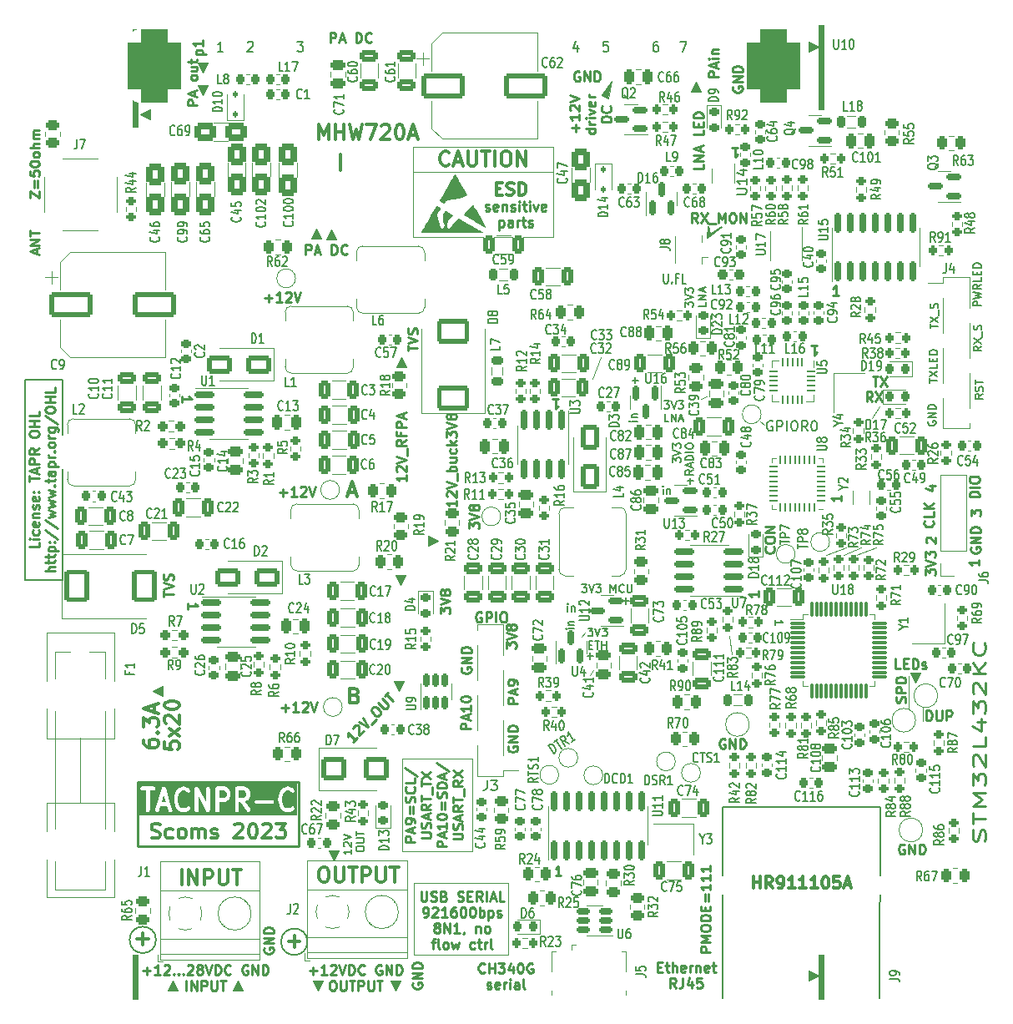
<source format=gto>
G04 #@! TF.GenerationSoftware,KiCad,Pcbnew,7.0.6-7.0.6~ubuntu22.04.1*
G04 #@! TF.CreationDate,2023-07-26T21:33:09+03:00*
G04 #@! TF.ProjectId,TACNPR,5441434e-5052-42e6-9b69-6361645f7063,rev?*
G04 #@! TF.SameCoordinates,Original*
G04 #@! TF.FileFunction,Legend,Top*
G04 #@! TF.FilePolarity,Positive*
%FSLAX46Y46*%
G04 Gerber Fmt 4.6, Leading zero omitted, Abs format (unit mm)*
G04 Created by KiCad (PCBNEW 7.0.6-7.0.6~ubuntu22.04.1) date 2023-07-26 21:33:09*
%MOMM*%
%LPD*%
G01*
G04 APERTURE LIST*
G04 Aperture macros list*
%AMRoundRect*
0 Rectangle with rounded corners*
0 $1 Rounding radius*
0 $2 $3 $4 $5 $6 $7 $8 $9 X,Y pos of 4 corners*
0 Add a 4 corners polygon primitive as box body*
4,1,4,$2,$3,$4,$5,$6,$7,$8,$9,$2,$3,0*
0 Add four circle primitives for the rounded corners*
1,1,$1+$1,$2,$3*
1,1,$1+$1,$4,$5*
1,1,$1+$1,$6,$7*
1,1,$1+$1,$8,$9*
0 Add four rect primitives between the rounded corners*
20,1,$1+$1,$2,$3,$4,$5,0*
20,1,$1+$1,$4,$5,$6,$7,0*
20,1,$1+$1,$6,$7,$8,$9,0*
20,1,$1+$1,$8,$9,$2,$3,0*%
%AMFreePoly0*
4,1,5,0.900000,-2.000000,-0.900000,-2.000000,-0.900000,2.000000,0.900000,2.000000,0.900000,-2.000000,0.900000,-2.000000,$1*%
G04 Aperture macros list end*
%ADD10C,0.200000*%
%ADD11C,0.100000*%
%ADD12C,0.120000*%
%ADD13C,0.250000*%
%ADD14C,0.300000*%
%ADD15C,0.375000*%
%ADD16C,0.400000*%
%ADD17C,0.254000*%
%ADD18C,0.312500*%
%ADD19C,0.150000*%
%ADD20C,0.187500*%
%ADD21C,0.010000*%
%ADD22C,3.250000*%
%ADD23C,1.200000*%
%ADD24C,1.300000*%
%ADD25C,2.000000*%
%ADD26RoundRect,0.225000X-0.225000X-0.250000X0.225000X-0.250000X0.225000X0.250000X-0.225000X0.250000X0*%
%ADD27RoundRect,0.200000X0.275000X-0.200000X0.275000X0.200000X-0.275000X0.200000X-0.275000X-0.200000X0*%
%ADD28RoundRect,0.150000X0.825000X0.150000X-0.825000X0.150000X-0.825000X-0.150000X0.825000X-0.150000X0*%
%ADD29RoundRect,0.225000X0.250000X-0.225000X0.250000X0.225000X-0.250000X0.225000X-0.250000X-0.225000X0*%
%ADD30C,1.500000*%
%ADD31R,2.950000X3.500000*%
%ADD32RoundRect,0.250000X-0.325000X-0.650000X0.325000X-0.650000X0.325000X0.650000X-0.325000X0.650000X0*%
%ADD33RoundRect,0.250000X0.650000X-0.325000X0.650000X0.325000X-0.650000X0.325000X-0.650000X-0.325000X0*%
%ADD34RoundRect,0.225000X-0.250000X0.225000X-0.250000X-0.225000X0.250000X-0.225000X0.250000X0.225000X0*%
%ADD35RoundRect,0.250000X-0.475000X0.250000X-0.475000X-0.250000X0.475000X-0.250000X0.475000X0.250000X0*%
%ADD36RoundRect,0.250000X1.000000X0.650000X-1.000000X0.650000X-1.000000X-0.650000X1.000000X-0.650000X0*%
%ADD37RoundRect,0.237500X0.250000X0.237500X-0.250000X0.237500X-0.250000X-0.237500X0.250000X-0.237500X0*%
%ADD38RoundRect,0.200000X-0.275000X0.200000X-0.275000X-0.200000X0.275000X-0.200000X0.275000X0.200000X0*%
%ADD39RoundRect,0.150000X-0.825000X-0.150000X0.825000X-0.150000X0.825000X0.150000X-0.825000X0.150000X0*%
%ADD40RoundRect,0.250000X0.325000X0.650000X-0.325000X0.650000X-0.325000X-0.650000X0.325000X-0.650000X0*%
%ADD41C,3.900000*%
%ADD42C,7.000000*%
%ADD43RoundRect,0.250000X0.250000X0.475000X-0.250000X0.475000X-0.250000X-0.475000X0.250000X-0.475000X0*%
%ADD44RoundRect,0.225000X0.225000X0.250000X-0.225000X0.250000X-0.225000X-0.250000X0.225000X-0.250000X0*%
%ADD45R,3.500000X2.950000*%
%ADD46RoundRect,0.150000X-0.150000X0.825000X-0.150000X-0.825000X0.150000X-0.825000X0.150000X0.825000X0*%
%ADD47RoundRect,0.200000X0.200000X0.275000X-0.200000X0.275000X-0.200000X-0.275000X0.200000X-0.275000X0*%
%ADD48RoundRect,0.200000X-0.200000X-0.275000X0.200000X-0.275000X0.200000X0.275000X-0.200000X0.275000X0*%
%ADD49RoundRect,0.237500X-0.250000X-0.237500X0.250000X-0.237500X0.250000X0.237500X-0.250000X0.237500X0*%
%ADD50RoundRect,0.250000X0.450000X-0.262500X0.450000X0.262500X-0.450000X0.262500X-0.450000X-0.262500X0*%
%ADD51RoundRect,0.150000X0.150000X-0.512500X0.150000X0.512500X-0.150000X0.512500X-0.150000X-0.512500X0*%
%ADD52RoundRect,0.250000X-1.950000X-1.000000X1.950000X-1.000000X1.950000X1.000000X-1.950000X1.000000X0*%
%ADD53RoundRect,0.250000X-0.250000X-0.475000X0.250000X-0.475000X0.250000X0.475000X-0.250000X0.475000X0*%
%ADD54RoundRect,0.250000X-0.650000X0.325000X-0.650000X-0.325000X0.650000X-0.325000X0.650000X0.325000X0*%
%ADD55RoundRect,0.250000X0.650000X-1.000000X0.650000X1.000000X-0.650000X1.000000X-0.650000X-1.000000X0*%
%ADD56RoundRect,0.250000X0.262500X0.450000X-0.262500X0.450000X-0.262500X-0.450000X0.262500X-0.450000X0*%
%ADD57RoundRect,0.250000X-0.450000X0.262500X-0.450000X-0.262500X0.450000X-0.262500X0.450000X0.262500X0*%
%ADD58RoundRect,0.218750X-0.256250X0.218750X-0.256250X-0.218750X0.256250X-0.218750X0.256250X0.218750X0*%
%ADD59RoundRect,0.218750X0.256250X-0.218750X0.256250X0.218750X-0.256250X0.218750X-0.256250X-0.218750X0*%
%ADD60C,2.050000*%
%ADD61C,2.250000*%
%ADD62RoundRect,0.250000X0.475000X-0.250000X0.475000X0.250000X-0.475000X0.250000X-0.475000X-0.250000X0*%
%ADD63RoundRect,0.150000X0.587500X0.150000X-0.587500X0.150000X-0.587500X-0.150000X0.587500X-0.150000X0*%
%ADD64RoundRect,0.062500X-0.062500X0.362500X-0.062500X-0.362500X0.062500X-0.362500X0.062500X0.362500X0*%
%ADD65RoundRect,0.062500X-0.362500X0.062500X-0.362500X-0.062500X0.362500X-0.062500X0.362500X0.062500X0*%
%ADD66R,2.600000X2.600000*%
%ADD67FreePoly0,0.000000*%
%ADD68RoundRect,1.375000X-1.375000X-2.375000X1.375000X-2.375000X1.375000X2.375000X-1.375000X2.375000X0*%
%ADD69R,1.400000X1.150000*%
%ADD70RoundRect,0.150000X0.512500X0.150000X-0.512500X0.150000X-0.512500X-0.150000X0.512500X-0.150000X0*%
%ADD71RoundRect,0.150000X0.150000X-0.825000X0.150000X0.825000X-0.150000X0.825000X-0.150000X-0.825000X0*%
%ADD72R,1.700000X1.700000*%
%ADD73O,1.700000X1.700000*%
%ADD74RoundRect,0.218750X0.218750X0.256250X-0.218750X0.256250X-0.218750X-0.256250X0.218750X-0.256250X0*%
%ADD75RoundRect,0.250000X-0.262500X-0.450000X0.262500X-0.450000X0.262500X0.450000X-0.262500X0.450000X0*%
%ADD76RoundRect,0.218750X0.381250X-0.218750X0.381250X0.218750X-0.381250X0.218750X-0.381250X-0.218750X0*%
%ADD77RoundRect,0.340200X-0.559800X0.759800X-0.559800X-0.759800X0.559800X-0.759800X0.559800X0.759800X0*%
%ADD78RoundRect,0.112500X0.112500X-0.187500X0.112500X0.187500X-0.112500X0.187500X-0.112500X-0.187500X0*%
%ADD79RoundRect,0.218750X-0.218750X-0.256250X0.218750X-0.256250X0.218750X0.256250X-0.218750X0.256250X0*%
%ADD80RoundRect,0.150000X0.150000X-0.587500X0.150000X0.587500X-0.150000X0.587500X-0.150000X-0.587500X0*%
%ADD81C,2.600000*%
%ADD82R,2.510000X1.000000*%
%ADD83R,0.400000X1.500000*%
%ADD84R,0.770000X1.500000*%
%ADD85RoundRect,0.112500X-0.112500X0.187500X-0.112500X-0.187500X0.112500X-0.187500X0.112500X0.187500X0*%
%ADD86RoundRect,0.218750X-0.218750X-0.381250X0.218750X-0.381250X0.218750X0.381250X-0.218750X0.381250X0*%
%ADD87RoundRect,0.150000X-0.150000X0.587500X-0.150000X-0.587500X0.150000X-0.587500X0.150000X0.587500X0*%
%ADD88RoundRect,0.237500X0.300000X0.237500X-0.300000X0.237500X-0.300000X-0.237500X0.300000X-0.237500X0*%
%ADD89R,1.150000X1.400000*%
%ADD90R,0.650000X1.750000*%
%ADD91R,0.650000X1.000000*%
%ADD92RoundRect,0.218750X0.218750X0.381250X-0.218750X0.381250X-0.218750X-0.381250X0.218750X-0.381250X0*%
%ADD93RoundRect,0.250000X1.000000X-1.400000X1.000000X1.400000X-1.000000X1.400000X-1.000000X-1.400000X0*%
%ADD94RoundRect,0.250000X1.400000X1.000000X-1.400000X1.000000X-1.400000X-1.000000X1.400000X-1.000000X0*%
%ADD95RoundRect,0.340200X-0.759800X-0.559800X0.759800X-0.559800X0.759800X0.559800X-0.759800X0.559800X0*%
%ADD96RoundRect,0.340200X0.559800X-0.759800X0.559800X0.759800X-0.559800X0.759800X-0.559800X-0.759800X0*%
%ADD97R,1.050000X1.000000*%
%ADD98R,2.200000X1.050000*%
%ADD99C,2.350000*%
%ADD100R,0.400000X1.350000*%
%ADD101O,0.890000X1.550000*%
%ADD102R,1.200000X1.550000*%
%ADD103O,1.250000X0.950000*%
%ADD104R,1.500000X1.550000*%
%ADD105RoundRect,0.250000X-1.000000X-0.900000X1.000000X-0.900000X1.000000X0.900000X-1.000000X0.900000X0*%
%ADD106R,1.800000X1.000000*%
%ADD107RoundRect,0.062500X0.375000X0.062500X-0.375000X0.062500X-0.375000X-0.062500X0.375000X-0.062500X0*%
%ADD108RoundRect,0.062500X0.062500X0.375000X-0.062500X0.375000X-0.062500X-0.375000X0.062500X-0.375000X0*%
%ADD109R,3.450000X3.450000*%
%ADD110RoundRect,0.075000X-0.662500X-0.075000X0.662500X-0.075000X0.662500X0.075000X-0.662500X0.075000X0*%
%ADD111RoundRect,0.075000X-0.075000X-0.662500X0.075000X-0.662500X0.075000X0.662500X-0.075000X0.662500X0*%
%ADD112R,1.200000X1.400000*%
G04 APERTURE END LIST*
D10*
X102686042Y-129723959D02*
G75*
G03*
X102686042Y-129723959I-1340042J0D01*
G01*
D11*
X100838000Y-135737600D02*
X100330000Y-135737600D01*
X100330000Y-131235600D01*
X100838000Y-131235600D01*
X100838000Y-135737600D01*
G36*
X100838000Y-135737600D02*
G01*
X100330000Y-135737600D01*
X100330000Y-131235600D01*
X100838000Y-131235600D01*
X100838000Y-135737600D01*
G37*
X170434000Y-45466000D02*
X169926000Y-45466000D01*
X169926000Y-36900000D01*
X170434000Y-36900000D01*
X170434000Y-45466000D01*
G36*
X170434000Y-45466000D02*
G01*
X169926000Y-45466000D01*
X169926000Y-36900000D01*
X170434000Y-36900000D01*
X170434000Y-45466000D01*
G37*
X170406810Y-135737600D02*
X169898810Y-135737600D01*
X169898810Y-131235600D01*
X170406810Y-131235600D01*
X170406810Y-135737600D01*
G36*
X170406810Y-135737600D02*
G01*
X169898810Y-135737600D01*
X169898810Y-131235600D01*
X170406810Y-131235600D01*
X170406810Y-135737600D01*
G37*
D10*
X118053042Y-129921000D02*
G75*
G03*
X118053042Y-129921000I-1340042J0D01*
G01*
D11*
X111506000Y-134874000D02*
X110490000Y-134874000D01*
X110998000Y-133858000D01*
X111506000Y-134874000D01*
G36*
X111506000Y-134874000D02*
G01*
X110490000Y-134874000D01*
X110998000Y-133858000D01*
X111506000Y-134874000D01*
G37*
X104902000Y-134874000D02*
X103886000Y-134874000D01*
X104394000Y-133858000D01*
X104902000Y-134874000D01*
G36*
X104902000Y-134874000D02*
G01*
X103886000Y-134874000D01*
X104394000Y-133858000D01*
X104902000Y-134874000D01*
G37*
X119126000Y-134874000D02*
X118618000Y-133858000D01*
X119634000Y-133858000D01*
X119126000Y-134874000D01*
G36*
X119126000Y-134874000D02*
G01*
X118618000Y-133858000D01*
X119634000Y-133858000D01*
X119126000Y-134874000D01*
G37*
X127000000Y-134874000D02*
X126492000Y-133858000D01*
X127508000Y-133858000D01*
X127000000Y-134874000D01*
G36*
X127000000Y-134874000D02*
G01*
X126492000Y-133858000D01*
X127508000Y-133858000D01*
X127000000Y-134874000D01*
G37*
X169926000Y-39116000D02*
X168910000Y-39624000D01*
X168910000Y-38608000D01*
X169926000Y-39116000D01*
G36*
X169926000Y-39116000D02*
G01*
X168910000Y-39624000D01*
X168910000Y-38608000D01*
X169926000Y-39116000D01*
G37*
X169926000Y-133350000D02*
X168910000Y-133858000D01*
X168910000Y-132842000D01*
X169926000Y-133350000D01*
G36*
X169926000Y-133350000D02*
G01*
X168910000Y-133858000D01*
X168910000Y-132842000D01*
X169926000Y-133350000D01*
G37*
X100838000Y-47244000D02*
X100330000Y-47244000D01*
X100330000Y-37338000D01*
X100838000Y-37338000D01*
X100838000Y-47244000D01*
G36*
X100838000Y-47244000D02*
G01*
X100330000Y-47244000D01*
X100330000Y-37338000D01*
X100838000Y-37338000D01*
X100838000Y-47244000D01*
G37*
X120967500Y-58674000D02*
X119951500Y-58674000D01*
X120459500Y-57658000D01*
X120967500Y-58674000D01*
G36*
X120967500Y-58674000D02*
G01*
X119951500Y-58674000D01*
X120459500Y-57658000D01*
X120967500Y-58674000D01*
G37*
X119443500Y-58610500D02*
X118427500Y-58610500D01*
X118935500Y-57594500D01*
X119443500Y-58610500D01*
G36*
X119443500Y-58610500D02*
G01*
X118427500Y-58610500D01*
X118935500Y-57594500D01*
X119443500Y-58610500D01*
G37*
X102108000Y-46482000D02*
X101092000Y-45974000D01*
X102108000Y-45466000D01*
X102108000Y-46482000D01*
G36*
X102108000Y-46482000D02*
G01*
X101092000Y-45974000D01*
X102108000Y-45466000D01*
X102108000Y-46482000D01*
G37*
X107442000Y-41757600D02*
X106934000Y-40741600D01*
X107950000Y-40741600D01*
X107442000Y-41757600D01*
G36*
X107442000Y-41757600D02*
G01*
X106934000Y-40741600D01*
X107950000Y-40741600D01*
X107442000Y-41757600D01*
G37*
X107442000Y-44043600D02*
X106934000Y-43027600D01*
X107950000Y-43027600D01*
X107442000Y-44043600D01*
G36*
X107442000Y-44043600D02*
G01*
X106934000Y-43027600D01*
X107950000Y-43027600D01*
X107442000Y-44043600D01*
G37*
X157988000Y-43688000D02*
X156972000Y-43688000D01*
X157480000Y-42672000D01*
X157988000Y-43688000D01*
G36*
X157988000Y-43688000D02*
G01*
X156972000Y-43688000D01*
X157480000Y-42672000D01*
X157988000Y-43688000D01*
G37*
X120751600Y-121666000D02*
X120243600Y-120650000D01*
X121259600Y-120650000D01*
X120751600Y-121666000D01*
G36*
X120751600Y-121666000D02*
G01*
X120243600Y-120650000D01*
X121259600Y-120650000D01*
X120751600Y-121666000D01*
G37*
X127508000Y-93726000D02*
X127000000Y-92710000D01*
X128016000Y-92710000D01*
X127508000Y-93726000D01*
G36*
X127508000Y-93726000D02*
G01*
X127000000Y-92710000D01*
X128016000Y-92710000D01*
X127508000Y-93726000D01*
G37*
X127304800Y-104495600D02*
X126796800Y-103479600D01*
X127812800Y-103479600D01*
X127304800Y-104495600D01*
G36*
X127304800Y-104495600D02*
G01*
X126796800Y-103479600D01*
X127812800Y-103479600D01*
X127304800Y-104495600D01*
G37*
D12*
X180492000Y-107516000D02*
X180492000Y-106186000D01*
X128879600Y-123952000D02*
X138430000Y-123952000D01*
X138430000Y-131254500D01*
X128879600Y-131254500D01*
X128879600Y-123952000D01*
X146964400Y-72847200D02*
X147828000Y-70612000D01*
X143002000Y-58420000D02*
X143002000Y-49276000D01*
X128778000Y-50546000D02*
X128778000Y-58420000D01*
X146682000Y-102851000D02*
X147057000Y-102376000D01*
X179062000Y-102946000D02*
X179062000Y-106316000D01*
X146232000Y-98551000D02*
X145857000Y-98976000D01*
D11*
X131348000Y-89218000D02*
X130332000Y-89726000D01*
X130332000Y-88710000D01*
X131348000Y-89218000D01*
G36*
X131348000Y-89218000D02*
G01*
X130332000Y-89726000D01*
X130332000Y-88710000D01*
X131348000Y-89218000D01*
G37*
D12*
X174244000Y-89916000D02*
X172466000Y-90678000D01*
D11*
X128098000Y-71651000D02*
X127082000Y-71651000D01*
X127590000Y-70635000D01*
X128098000Y-71651000D01*
G36*
X128098000Y-71651000D02*
G01*
X127082000Y-71651000D01*
X127590000Y-70635000D01*
X128098000Y-71651000D01*
G37*
D12*
X128778000Y-49276000D02*
X128778000Y-50546000D01*
X163982000Y-77151000D02*
X164407000Y-77476000D01*
X127635000Y-111379000D02*
X134747000Y-111379000D01*
X134747000Y-120777000D01*
X127635000Y-120777000D01*
X127635000Y-111379000D01*
X175361600Y-76809600D02*
X176123600Y-75590400D01*
D11*
X148590000Y-44348400D02*
X147878800Y-44043600D01*
X148894800Y-42570400D01*
X148590000Y-44348400D01*
G36*
X148590000Y-44348400D02*
G01*
X147878800Y-44043600D01*
X148894800Y-42570400D01*
X148590000Y-44348400D01*
G37*
D12*
X163756340Y-67416680D02*
X163736020Y-67416680D01*
X172720000Y-89916000D02*
X170688000Y-90678000D01*
D13*
X100787200Y-113715800D02*
X117144800Y-113715800D01*
X117144800Y-120269000D01*
X100787200Y-120269000D01*
X100787200Y-113715800D01*
D12*
X160892000Y-98866000D02*
X161132000Y-100776000D01*
D11*
X179770000Y-103592000D02*
X179262000Y-102576000D01*
X180278000Y-102576000D01*
X179770000Y-103592000D01*
G36*
X179770000Y-103592000D02*
G01*
X179262000Y-102576000D01*
X180278000Y-102576000D01*
X179770000Y-103592000D01*
G37*
D14*
X121412000Y-51663600D02*
X121412000Y-50025300D01*
D12*
X158007000Y-74851000D02*
X158532000Y-74626000D01*
X175768000Y-89916000D02*
X173736000Y-90678000D01*
X128778000Y-49276000D02*
X143002000Y-49276000D01*
X143002000Y-51816000D01*
X128778000Y-51816000D01*
X128778000Y-49276000D01*
X143002000Y-49276000D02*
X128778000Y-49276000D01*
X128778000Y-58420000D02*
X143002000Y-58420000D01*
D11*
X103378000Y-105029000D02*
X102362000Y-104521000D01*
X103378000Y-104013000D01*
X103378000Y-105029000D01*
G36*
X103378000Y-105029000D02*
G01*
X102362000Y-104521000D01*
X103378000Y-104013000D01*
X103378000Y-105029000D01*
G37*
D10*
X158927800Y-58166000D02*
X160070800Y-57378600D01*
X158673800Y-58470800D01*
X158775400Y-57353200D01*
X158927800Y-58166000D01*
G36*
X158927800Y-58166000D02*
G01*
X160070800Y-57378600D01*
X158673800Y-58470800D01*
X158775400Y-57353200D01*
X158927800Y-58166000D01*
G37*
X89408000Y-72898000D02*
X93218000Y-72898000D01*
X93218000Y-93218000D01*
X89408000Y-93218000D01*
X89408000Y-72898000D01*
D13*
X101362667Y-132867666D02*
X102124572Y-132867666D01*
X101743619Y-133248619D02*
X101743619Y-132486714D01*
X103124571Y-133248619D02*
X102553143Y-133248619D01*
X102838857Y-133248619D02*
X102838857Y-132248619D01*
X102838857Y-132248619D02*
X102743619Y-132391476D01*
X102743619Y-132391476D02*
X102648381Y-132486714D01*
X102648381Y-132486714D02*
X102553143Y-132534333D01*
X103505524Y-132343857D02*
X103553143Y-132296238D01*
X103553143Y-132296238D02*
X103648381Y-132248619D01*
X103648381Y-132248619D02*
X103886476Y-132248619D01*
X103886476Y-132248619D02*
X103981714Y-132296238D01*
X103981714Y-132296238D02*
X104029333Y-132343857D01*
X104029333Y-132343857D02*
X104076952Y-132439095D01*
X104076952Y-132439095D02*
X104076952Y-132534333D01*
X104076952Y-132534333D02*
X104029333Y-132677190D01*
X104029333Y-132677190D02*
X103457905Y-133248619D01*
X103457905Y-133248619D02*
X104076952Y-133248619D01*
X104505524Y-133153380D02*
X104553143Y-133201000D01*
X104553143Y-133201000D02*
X104505524Y-133248619D01*
X104505524Y-133248619D02*
X104457905Y-133201000D01*
X104457905Y-133201000D02*
X104505524Y-133153380D01*
X104505524Y-133153380D02*
X104505524Y-133248619D01*
X104981714Y-133153380D02*
X105029333Y-133201000D01*
X105029333Y-133201000D02*
X104981714Y-133248619D01*
X104981714Y-133248619D02*
X104934095Y-133201000D01*
X104934095Y-133201000D02*
X104981714Y-133153380D01*
X104981714Y-133153380D02*
X104981714Y-133248619D01*
X105457904Y-133153380D02*
X105505523Y-133201000D01*
X105505523Y-133201000D02*
X105457904Y-133248619D01*
X105457904Y-133248619D02*
X105410285Y-133201000D01*
X105410285Y-133201000D02*
X105457904Y-133153380D01*
X105457904Y-133153380D02*
X105457904Y-133248619D01*
X105886475Y-132343857D02*
X105934094Y-132296238D01*
X105934094Y-132296238D02*
X106029332Y-132248619D01*
X106029332Y-132248619D02*
X106267427Y-132248619D01*
X106267427Y-132248619D02*
X106362665Y-132296238D01*
X106362665Y-132296238D02*
X106410284Y-132343857D01*
X106410284Y-132343857D02*
X106457903Y-132439095D01*
X106457903Y-132439095D02*
X106457903Y-132534333D01*
X106457903Y-132534333D02*
X106410284Y-132677190D01*
X106410284Y-132677190D02*
X105838856Y-133248619D01*
X105838856Y-133248619D02*
X106457903Y-133248619D01*
X107029332Y-132677190D02*
X106934094Y-132629571D01*
X106934094Y-132629571D02*
X106886475Y-132581952D01*
X106886475Y-132581952D02*
X106838856Y-132486714D01*
X106838856Y-132486714D02*
X106838856Y-132439095D01*
X106838856Y-132439095D02*
X106886475Y-132343857D01*
X106886475Y-132343857D02*
X106934094Y-132296238D01*
X106934094Y-132296238D02*
X107029332Y-132248619D01*
X107029332Y-132248619D02*
X107219808Y-132248619D01*
X107219808Y-132248619D02*
X107315046Y-132296238D01*
X107315046Y-132296238D02*
X107362665Y-132343857D01*
X107362665Y-132343857D02*
X107410284Y-132439095D01*
X107410284Y-132439095D02*
X107410284Y-132486714D01*
X107410284Y-132486714D02*
X107362665Y-132581952D01*
X107362665Y-132581952D02*
X107315046Y-132629571D01*
X107315046Y-132629571D02*
X107219808Y-132677190D01*
X107219808Y-132677190D02*
X107029332Y-132677190D01*
X107029332Y-132677190D02*
X106934094Y-132724809D01*
X106934094Y-132724809D02*
X106886475Y-132772428D01*
X106886475Y-132772428D02*
X106838856Y-132867666D01*
X106838856Y-132867666D02*
X106838856Y-133058142D01*
X106838856Y-133058142D02*
X106886475Y-133153380D01*
X106886475Y-133153380D02*
X106934094Y-133201000D01*
X106934094Y-133201000D02*
X107029332Y-133248619D01*
X107029332Y-133248619D02*
X107219808Y-133248619D01*
X107219808Y-133248619D02*
X107315046Y-133201000D01*
X107315046Y-133201000D02*
X107362665Y-133153380D01*
X107362665Y-133153380D02*
X107410284Y-133058142D01*
X107410284Y-133058142D02*
X107410284Y-132867666D01*
X107410284Y-132867666D02*
X107362665Y-132772428D01*
X107362665Y-132772428D02*
X107315046Y-132724809D01*
X107315046Y-132724809D02*
X107219808Y-132677190D01*
X107695999Y-132248619D02*
X108029332Y-133248619D01*
X108029332Y-133248619D02*
X108362665Y-132248619D01*
X108695999Y-133248619D02*
X108695999Y-132248619D01*
X108695999Y-132248619D02*
X108934094Y-132248619D01*
X108934094Y-132248619D02*
X109076951Y-132296238D01*
X109076951Y-132296238D02*
X109172189Y-132391476D01*
X109172189Y-132391476D02*
X109219808Y-132486714D01*
X109219808Y-132486714D02*
X109267427Y-132677190D01*
X109267427Y-132677190D02*
X109267427Y-132820047D01*
X109267427Y-132820047D02*
X109219808Y-133010523D01*
X109219808Y-133010523D02*
X109172189Y-133105761D01*
X109172189Y-133105761D02*
X109076951Y-133201000D01*
X109076951Y-133201000D02*
X108934094Y-133248619D01*
X108934094Y-133248619D02*
X108695999Y-133248619D01*
X110267427Y-133153380D02*
X110219808Y-133201000D01*
X110219808Y-133201000D02*
X110076951Y-133248619D01*
X110076951Y-133248619D02*
X109981713Y-133248619D01*
X109981713Y-133248619D02*
X109838856Y-133201000D01*
X109838856Y-133201000D02*
X109743618Y-133105761D01*
X109743618Y-133105761D02*
X109695999Y-133010523D01*
X109695999Y-133010523D02*
X109648380Y-132820047D01*
X109648380Y-132820047D02*
X109648380Y-132677190D01*
X109648380Y-132677190D02*
X109695999Y-132486714D01*
X109695999Y-132486714D02*
X109743618Y-132391476D01*
X109743618Y-132391476D02*
X109838856Y-132296238D01*
X109838856Y-132296238D02*
X109981713Y-132248619D01*
X109981713Y-132248619D02*
X110076951Y-132248619D01*
X110076951Y-132248619D02*
X110219808Y-132296238D01*
X110219808Y-132296238D02*
X110267427Y-132343857D01*
X111981713Y-132296238D02*
X111886475Y-132248619D01*
X111886475Y-132248619D02*
X111743618Y-132248619D01*
X111743618Y-132248619D02*
X111600761Y-132296238D01*
X111600761Y-132296238D02*
X111505523Y-132391476D01*
X111505523Y-132391476D02*
X111457904Y-132486714D01*
X111457904Y-132486714D02*
X111410285Y-132677190D01*
X111410285Y-132677190D02*
X111410285Y-132820047D01*
X111410285Y-132820047D02*
X111457904Y-133010523D01*
X111457904Y-133010523D02*
X111505523Y-133105761D01*
X111505523Y-133105761D02*
X111600761Y-133201000D01*
X111600761Y-133201000D02*
X111743618Y-133248619D01*
X111743618Y-133248619D02*
X111838856Y-133248619D01*
X111838856Y-133248619D02*
X111981713Y-133201000D01*
X111981713Y-133201000D02*
X112029332Y-133153380D01*
X112029332Y-133153380D02*
X112029332Y-132820047D01*
X112029332Y-132820047D02*
X111838856Y-132820047D01*
X112457904Y-133248619D02*
X112457904Y-132248619D01*
X112457904Y-132248619D02*
X113029332Y-133248619D01*
X113029332Y-133248619D02*
X113029332Y-132248619D01*
X113505523Y-133248619D02*
X113505523Y-132248619D01*
X113505523Y-132248619D02*
X113743618Y-132248619D01*
X113743618Y-132248619D02*
X113886475Y-132296238D01*
X113886475Y-132296238D02*
X113981713Y-132391476D01*
X113981713Y-132391476D02*
X114029332Y-132486714D01*
X114029332Y-132486714D02*
X114076951Y-132677190D01*
X114076951Y-132677190D02*
X114076951Y-132820047D01*
X114076951Y-132820047D02*
X114029332Y-133010523D01*
X114029332Y-133010523D02*
X113981713Y-133105761D01*
X113981713Y-133105761D02*
X113886475Y-133201000D01*
X113886475Y-133201000D02*
X113743618Y-133248619D01*
X113743618Y-133248619D02*
X113505523Y-133248619D01*
X105767429Y-134858619D02*
X105767429Y-133858619D01*
X106243619Y-134858619D02*
X106243619Y-133858619D01*
X106243619Y-133858619D02*
X106815047Y-134858619D01*
X106815047Y-134858619D02*
X106815047Y-133858619D01*
X107291238Y-134858619D02*
X107291238Y-133858619D01*
X107291238Y-133858619D02*
X107672190Y-133858619D01*
X107672190Y-133858619D02*
X107767428Y-133906238D01*
X107767428Y-133906238D02*
X107815047Y-133953857D01*
X107815047Y-133953857D02*
X107862666Y-134049095D01*
X107862666Y-134049095D02*
X107862666Y-134191952D01*
X107862666Y-134191952D02*
X107815047Y-134287190D01*
X107815047Y-134287190D02*
X107767428Y-134334809D01*
X107767428Y-134334809D02*
X107672190Y-134382428D01*
X107672190Y-134382428D02*
X107291238Y-134382428D01*
X108291238Y-133858619D02*
X108291238Y-134668142D01*
X108291238Y-134668142D02*
X108338857Y-134763380D01*
X108338857Y-134763380D02*
X108386476Y-134811000D01*
X108386476Y-134811000D02*
X108481714Y-134858619D01*
X108481714Y-134858619D02*
X108672190Y-134858619D01*
X108672190Y-134858619D02*
X108767428Y-134811000D01*
X108767428Y-134811000D02*
X108815047Y-134763380D01*
X108815047Y-134763380D02*
X108862666Y-134668142D01*
X108862666Y-134668142D02*
X108862666Y-133858619D01*
X109196000Y-133858619D02*
X109767428Y-133858619D01*
X109481714Y-134858619D02*
X109481714Y-133858619D01*
X128056619Y-82583143D02*
X128056619Y-83154571D01*
X128056619Y-82868857D02*
X127056619Y-82868857D01*
X127056619Y-82868857D02*
X127199476Y-82964095D01*
X127199476Y-82964095D02*
X127294714Y-83059333D01*
X127294714Y-83059333D02*
X127342333Y-83154571D01*
X127151857Y-82202190D02*
X127104238Y-82154571D01*
X127104238Y-82154571D02*
X127056619Y-82059333D01*
X127056619Y-82059333D02*
X127056619Y-81821238D01*
X127056619Y-81821238D02*
X127104238Y-81726000D01*
X127104238Y-81726000D02*
X127151857Y-81678381D01*
X127151857Y-81678381D02*
X127247095Y-81630762D01*
X127247095Y-81630762D02*
X127342333Y-81630762D01*
X127342333Y-81630762D02*
X127485190Y-81678381D01*
X127485190Y-81678381D02*
X128056619Y-82249809D01*
X128056619Y-82249809D02*
X128056619Y-81630762D01*
X127056619Y-81345047D02*
X128056619Y-81011714D01*
X128056619Y-81011714D02*
X127056619Y-80678381D01*
X128151857Y-80583143D02*
X128151857Y-79821238D01*
X128056619Y-79011714D02*
X127580428Y-79345047D01*
X128056619Y-79583142D02*
X127056619Y-79583142D01*
X127056619Y-79583142D02*
X127056619Y-79202190D01*
X127056619Y-79202190D02*
X127104238Y-79106952D01*
X127104238Y-79106952D02*
X127151857Y-79059333D01*
X127151857Y-79059333D02*
X127247095Y-79011714D01*
X127247095Y-79011714D02*
X127389952Y-79011714D01*
X127389952Y-79011714D02*
X127485190Y-79059333D01*
X127485190Y-79059333D02*
X127532809Y-79106952D01*
X127532809Y-79106952D02*
X127580428Y-79202190D01*
X127580428Y-79202190D02*
X127580428Y-79583142D01*
X127532809Y-78249809D02*
X127532809Y-78583142D01*
X128056619Y-78583142D02*
X127056619Y-78583142D01*
X127056619Y-78583142D02*
X127056619Y-78106952D01*
X128056619Y-77725999D02*
X127056619Y-77725999D01*
X127056619Y-77725999D02*
X127056619Y-77345047D01*
X127056619Y-77345047D02*
X127104238Y-77249809D01*
X127104238Y-77249809D02*
X127151857Y-77202190D01*
X127151857Y-77202190D02*
X127247095Y-77154571D01*
X127247095Y-77154571D02*
X127389952Y-77154571D01*
X127389952Y-77154571D02*
X127485190Y-77202190D01*
X127485190Y-77202190D02*
X127532809Y-77249809D01*
X127532809Y-77249809D02*
X127580428Y-77345047D01*
X127580428Y-77345047D02*
X127580428Y-77725999D01*
X127770904Y-76773618D02*
X127770904Y-76297428D01*
X128056619Y-76868856D02*
X127056619Y-76535523D01*
X127056619Y-76535523D02*
X128056619Y-76202190D01*
D15*
X100774571Y-129643000D02*
X101917429Y-129643000D01*
X101346000Y-130214428D02*
X101346000Y-129071571D01*
D13*
X115395095Y-106194666D02*
X116157000Y-106194666D01*
X115776047Y-106575619D02*
X115776047Y-105813714D01*
X117156999Y-106575619D02*
X116585571Y-106575619D01*
X116871285Y-106575619D02*
X116871285Y-105575619D01*
X116871285Y-105575619D02*
X116776047Y-105718476D01*
X116776047Y-105718476D02*
X116680809Y-105813714D01*
X116680809Y-105813714D02*
X116585571Y-105861333D01*
X117537952Y-105670857D02*
X117585571Y-105623238D01*
X117585571Y-105623238D02*
X117680809Y-105575619D01*
X117680809Y-105575619D02*
X117918904Y-105575619D01*
X117918904Y-105575619D02*
X118014142Y-105623238D01*
X118014142Y-105623238D02*
X118061761Y-105670857D01*
X118061761Y-105670857D02*
X118109380Y-105766095D01*
X118109380Y-105766095D02*
X118109380Y-105861333D01*
X118109380Y-105861333D02*
X118061761Y-106004190D01*
X118061761Y-106004190D02*
X117490333Y-106575619D01*
X117490333Y-106575619D02*
X118109380Y-106575619D01*
X118395095Y-105575619D02*
X118728428Y-106575619D01*
X118728428Y-106575619D02*
X119061761Y-105575619D01*
X115220095Y-84344666D02*
X115982000Y-84344666D01*
X115601047Y-84725619D02*
X115601047Y-83963714D01*
X116981999Y-84725619D02*
X116410571Y-84725619D01*
X116696285Y-84725619D02*
X116696285Y-83725619D01*
X116696285Y-83725619D02*
X116601047Y-83868476D01*
X116601047Y-83868476D02*
X116505809Y-83963714D01*
X116505809Y-83963714D02*
X116410571Y-84011333D01*
X117362952Y-83820857D02*
X117410571Y-83773238D01*
X117410571Y-83773238D02*
X117505809Y-83725619D01*
X117505809Y-83725619D02*
X117743904Y-83725619D01*
X117743904Y-83725619D02*
X117839142Y-83773238D01*
X117839142Y-83773238D02*
X117886761Y-83820857D01*
X117886761Y-83820857D02*
X117934380Y-83916095D01*
X117934380Y-83916095D02*
X117934380Y-84011333D01*
X117934380Y-84011333D02*
X117886761Y-84154190D01*
X117886761Y-84154190D02*
X117315333Y-84725619D01*
X117315333Y-84725619D02*
X117934380Y-84725619D01*
X118220095Y-83725619D02*
X118553428Y-84725619D01*
X118553428Y-84725619D02*
X118886761Y-83725619D01*
X133164619Y-85145048D02*
X133164619Y-85716476D01*
X133164619Y-85430762D02*
X132164619Y-85430762D01*
X132164619Y-85430762D02*
X132307476Y-85526000D01*
X132307476Y-85526000D02*
X132402714Y-85621238D01*
X132402714Y-85621238D02*
X132450333Y-85716476D01*
X132259857Y-84764095D02*
X132212238Y-84716476D01*
X132212238Y-84716476D02*
X132164619Y-84621238D01*
X132164619Y-84621238D02*
X132164619Y-84383143D01*
X132164619Y-84383143D02*
X132212238Y-84287905D01*
X132212238Y-84287905D02*
X132259857Y-84240286D01*
X132259857Y-84240286D02*
X132355095Y-84192667D01*
X132355095Y-84192667D02*
X132450333Y-84192667D01*
X132450333Y-84192667D02*
X132593190Y-84240286D01*
X132593190Y-84240286D02*
X133164619Y-84811714D01*
X133164619Y-84811714D02*
X133164619Y-84192667D01*
X132164619Y-83906952D02*
X133164619Y-83573619D01*
X133164619Y-83573619D02*
X132164619Y-83240286D01*
X133259857Y-83145048D02*
X133259857Y-82383143D01*
X133164619Y-82145047D02*
X132164619Y-82145047D01*
X132545571Y-82145047D02*
X132497952Y-82049809D01*
X132497952Y-82049809D02*
X132497952Y-81859333D01*
X132497952Y-81859333D02*
X132545571Y-81764095D01*
X132545571Y-81764095D02*
X132593190Y-81716476D01*
X132593190Y-81716476D02*
X132688428Y-81668857D01*
X132688428Y-81668857D02*
X132974142Y-81668857D01*
X132974142Y-81668857D02*
X133069380Y-81716476D01*
X133069380Y-81716476D02*
X133117000Y-81764095D01*
X133117000Y-81764095D02*
X133164619Y-81859333D01*
X133164619Y-81859333D02*
X133164619Y-82049809D01*
X133164619Y-82049809D02*
X133117000Y-82145047D01*
X132497952Y-80811714D02*
X133164619Y-80811714D01*
X132497952Y-81240285D02*
X133021761Y-81240285D01*
X133021761Y-81240285D02*
X133117000Y-81192666D01*
X133117000Y-81192666D02*
X133164619Y-81097428D01*
X133164619Y-81097428D02*
X133164619Y-80954571D01*
X133164619Y-80954571D02*
X133117000Y-80859333D01*
X133117000Y-80859333D02*
X133069380Y-80811714D01*
X133117000Y-79906952D02*
X133164619Y-80002190D01*
X133164619Y-80002190D02*
X133164619Y-80192666D01*
X133164619Y-80192666D02*
X133117000Y-80287904D01*
X133117000Y-80287904D02*
X133069380Y-80335523D01*
X133069380Y-80335523D02*
X132974142Y-80383142D01*
X132974142Y-80383142D02*
X132688428Y-80383142D01*
X132688428Y-80383142D02*
X132593190Y-80335523D01*
X132593190Y-80335523D02*
X132545571Y-80287904D01*
X132545571Y-80287904D02*
X132497952Y-80192666D01*
X132497952Y-80192666D02*
X132497952Y-80002190D01*
X132497952Y-80002190D02*
X132545571Y-79906952D01*
X133164619Y-79478380D02*
X132164619Y-79478380D01*
X132783666Y-79383142D02*
X133164619Y-79097428D01*
X132497952Y-79097428D02*
X132878904Y-79478380D01*
X132164619Y-78764094D02*
X132164619Y-78145047D01*
X132164619Y-78145047D02*
X132545571Y-78478380D01*
X132545571Y-78478380D02*
X132545571Y-78335523D01*
X132545571Y-78335523D02*
X132593190Y-78240285D01*
X132593190Y-78240285D02*
X132640809Y-78192666D01*
X132640809Y-78192666D02*
X132736047Y-78145047D01*
X132736047Y-78145047D02*
X132974142Y-78145047D01*
X132974142Y-78145047D02*
X133069380Y-78192666D01*
X133069380Y-78192666D02*
X133117000Y-78240285D01*
X133117000Y-78240285D02*
X133164619Y-78335523D01*
X133164619Y-78335523D02*
X133164619Y-78621237D01*
X133164619Y-78621237D02*
X133117000Y-78716475D01*
X133117000Y-78716475D02*
X133069380Y-78764094D01*
X132164619Y-77859332D02*
X133164619Y-77525999D01*
X133164619Y-77525999D02*
X132164619Y-77192666D01*
X132593190Y-76716475D02*
X132545571Y-76811713D01*
X132545571Y-76811713D02*
X132497952Y-76859332D01*
X132497952Y-76859332D02*
X132402714Y-76906951D01*
X132402714Y-76906951D02*
X132355095Y-76906951D01*
X132355095Y-76906951D02*
X132259857Y-76859332D01*
X132259857Y-76859332D02*
X132212238Y-76811713D01*
X132212238Y-76811713D02*
X132164619Y-76716475D01*
X132164619Y-76716475D02*
X132164619Y-76525999D01*
X132164619Y-76525999D02*
X132212238Y-76430761D01*
X132212238Y-76430761D02*
X132259857Y-76383142D01*
X132259857Y-76383142D02*
X132355095Y-76335523D01*
X132355095Y-76335523D02*
X132402714Y-76335523D01*
X132402714Y-76335523D02*
X132497952Y-76383142D01*
X132497952Y-76383142D02*
X132545571Y-76430761D01*
X132545571Y-76430761D02*
X132593190Y-76525999D01*
X132593190Y-76525999D02*
X132593190Y-76716475D01*
X132593190Y-76716475D02*
X132640809Y-76811713D01*
X132640809Y-76811713D02*
X132688428Y-76859332D01*
X132688428Y-76859332D02*
X132783666Y-76906951D01*
X132783666Y-76906951D02*
X132974142Y-76906951D01*
X132974142Y-76906951D02*
X133069380Y-76859332D01*
X133069380Y-76859332D02*
X133117000Y-76811713D01*
X133117000Y-76811713D02*
X133164619Y-76716475D01*
X133164619Y-76716475D02*
X133164619Y-76525999D01*
X133164619Y-76525999D02*
X133117000Y-76430761D01*
X133117000Y-76430761D02*
X133069380Y-76383142D01*
X133069380Y-76383142D02*
X132974142Y-76335523D01*
X132974142Y-76335523D02*
X132783666Y-76335523D01*
X132783666Y-76335523D02*
X132688428Y-76383142D01*
X132688428Y-76383142D02*
X132640809Y-76430761D01*
X132640809Y-76430761D02*
X132593190Y-76525999D01*
D16*
G36*
X103688713Y-115738390D02*
G01*
X103275506Y-115738390D01*
X103482109Y-115056599D01*
X103688713Y-115738390D01*
G37*
G36*
X111737485Y-114630910D02*
G01*
X111789209Y-114687807D01*
X111853538Y-114829331D01*
X111853538Y-115056972D01*
X111789209Y-115198497D01*
X111737485Y-115255393D01*
X111621215Y-115319342D01*
X111110681Y-115319342D01*
X111110681Y-114566961D01*
X111621215Y-114566961D01*
X111737485Y-114630910D01*
G37*
G36*
X109737485Y-114630910D02*
G01*
X109789209Y-114687807D01*
X109853538Y-114829331D01*
X109853538Y-115056972D01*
X109789209Y-115198497D01*
X109737485Y-115255393D01*
X109621215Y-115319342D01*
X109110681Y-115319342D01*
X109110681Y-114566961D01*
X109621215Y-114566961D01*
X109737485Y-114630910D01*
G37*
G36*
X117041466Y-117081247D02*
G01*
X100782361Y-117081247D01*
X100782361Y-114411465D01*
X101096647Y-114411465D01*
X101135267Y-114491659D01*
X101204856Y-114547155D01*
X101291633Y-114566961D01*
X101663061Y-114566961D01*
X101663061Y-116566961D01*
X101682867Y-116653738D01*
X101738363Y-116723327D01*
X101818557Y-116761947D01*
X101907565Y-116761947D01*
X101987759Y-116723327D01*
X102043255Y-116653738D01*
X102056033Y-116597751D01*
X102617827Y-116597751D01*
X102650757Y-116680444D01*
X102716304Y-116740661D01*
X102801487Y-116766474D01*
X102889435Y-116752770D01*
X102962727Y-116702266D01*
X103006848Y-116624962D01*
X103154294Y-116138390D01*
X103809925Y-116138390D01*
X103957371Y-116624962D01*
X104001492Y-116702266D01*
X104074784Y-116752770D01*
X104162732Y-116766474D01*
X104247915Y-116740661D01*
X104313462Y-116680444D01*
X104346392Y-116597751D01*
X104340181Y-116508959D01*
X104072043Y-115624104D01*
X104520205Y-115624104D01*
X104525198Y-115645983D01*
X104525178Y-115668428D01*
X104620416Y-116087476D01*
X104629266Y-116105897D01*
X104633370Y-116125912D01*
X104728607Y-116335436D01*
X104747435Y-116360150D01*
X104762693Y-116387210D01*
X104953169Y-116596734D01*
X104955913Y-116598646D01*
X104957652Y-116601507D01*
X104992308Y-116624007D01*
X105026196Y-116647621D01*
X105029499Y-116648153D01*
X105032307Y-116649976D01*
X105318022Y-116754737D01*
X105352746Y-116759172D01*
X105386872Y-116766961D01*
X105577348Y-116766961D01*
X105611479Y-116759170D01*
X105646198Y-116754736D01*
X105931913Y-116649975D01*
X105934718Y-116648153D01*
X105938022Y-116647621D01*
X105971898Y-116624015D01*
X106006568Y-116601507D01*
X106008307Y-116598644D01*
X106011050Y-116596734D01*
X106038116Y-116566961D01*
X106615443Y-116566961D01*
X106635249Y-116653738D01*
X106690745Y-116723327D01*
X106770939Y-116761947D01*
X106859947Y-116761947D01*
X106940141Y-116723327D01*
X106995637Y-116653738D01*
X107015443Y-116566961D01*
X107015443Y-115185810D01*
X107780819Y-116659159D01*
X107807698Y-116690845D01*
X107833602Y-116723327D01*
X107836392Y-116724670D01*
X107838398Y-116727035D01*
X107876360Y-116743918D01*
X107913796Y-116761947D01*
X107916896Y-116761947D01*
X107919725Y-116763205D01*
X107961224Y-116761947D01*
X108002804Y-116761947D01*
X108005597Y-116760601D01*
X108008693Y-116760508D01*
X108045551Y-116741360D01*
X108082998Y-116723327D01*
X108084930Y-116720903D01*
X108087679Y-116719476D01*
X108112575Y-116686239D01*
X108138494Y-116653738D01*
X108139183Y-116650715D01*
X108141041Y-116648236D01*
X108149052Y-116607477D01*
X108158300Y-116566961D01*
X108710681Y-116566961D01*
X108730487Y-116653738D01*
X108785983Y-116723327D01*
X108866177Y-116761947D01*
X108955185Y-116761947D01*
X109035379Y-116723327D01*
X109090875Y-116653738D01*
X109110681Y-116566961D01*
X110710681Y-116566961D01*
X110730487Y-116653738D01*
X110785983Y-116723327D01*
X110866177Y-116761947D01*
X110955185Y-116761947D01*
X111035379Y-116723327D01*
X111090875Y-116653738D01*
X111110681Y-116566961D01*
X111110681Y-115719342D01*
X111277082Y-115719342D01*
X111884806Y-116674336D01*
X111948104Y-116736913D01*
X112032284Y-116765828D01*
X112120675Y-116755356D01*
X112195768Y-116707570D01*
X112242690Y-116631934D01*
X112252149Y-116543430D01*
X112222270Y-116459586D01*
X111785587Y-115773370D01*
X112715695Y-115773370D01*
X112754315Y-115853564D01*
X112823904Y-115909060D01*
X112910681Y-115928866D01*
X114434491Y-115928866D01*
X114521268Y-115909060D01*
X114590857Y-115853564D01*
X114629477Y-115773370D01*
X114629477Y-115684362D01*
X114600458Y-115624104D01*
X115091633Y-115624104D01*
X115096626Y-115645983D01*
X115096606Y-115668428D01*
X115191844Y-116087476D01*
X115200694Y-116105897D01*
X115204798Y-116125912D01*
X115300035Y-116335436D01*
X115318863Y-116360150D01*
X115334121Y-116387210D01*
X115524597Y-116596734D01*
X115527341Y-116598646D01*
X115529080Y-116601507D01*
X115563736Y-116624007D01*
X115597624Y-116647621D01*
X115600927Y-116648153D01*
X115603735Y-116649976D01*
X115889450Y-116754737D01*
X115924174Y-116759172D01*
X115958300Y-116766961D01*
X116148776Y-116766961D01*
X116182907Y-116759170D01*
X116217626Y-116754736D01*
X116503341Y-116649975D01*
X116506146Y-116648153D01*
X116509450Y-116647621D01*
X116543326Y-116624015D01*
X116577996Y-116601507D01*
X116579735Y-116598644D01*
X116582478Y-116596734D01*
X116677716Y-116491972D01*
X116721434Y-116414439D01*
X116727180Y-116325617D01*
X116693820Y-116243096D01*
X116627960Y-116183223D01*
X116542642Y-116157855D01*
X116454768Y-116172016D01*
X116381740Y-116222903D01*
X116319535Y-116291329D01*
X116113267Y-116366961D01*
X115993810Y-116366961D01*
X115787540Y-116291329D01*
X115651200Y-116141355D01*
X115577381Y-115978953D01*
X115491633Y-115601661D01*
X115491633Y-115332261D01*
X115577381Y-114954969D01*
X115651200Y-114792567D01*
X115787541Y-114642592D01*
X115993810Y-114566961D01*
X116113266Y-114566961D01*
X116319534Y-114642592D01*
X116381740Y-114711020D01*
X116454768Y-114761907D01*
X116542642Y-114776068D01*
X116627960Y-114750700D01*
X116693820Y-114690827D01*
X116727180Y-114608306D01*
X116721434Y-114519484D01*
X116677716Y-114441951D01*
X116582478Y-114337189D01*
X116579734Y-114335277D01*
X116577996Y-114332417D01*
X116543337Y-114309915D01*
X116509450Y-114286302D01*
X116506146Y-114285769D01*
X116503341Y-114283948D01*
X116217627Y-114179186D01*
X116182906Y-114174750D01*
X116148776Y-114166961D01*
X115958300Y-114166961D01*
X115924169Y-114174750D01*
X115889449Y-114179186D01*
X115603734Y-114283948D01*
X115600928Y-114285769D01*
X115597624Y-114286302D01*
X115563733Y-114309917D01*
X115529080Y-114332416D01*
X115527341Y-114335276D01*
X115524597Y-114337189D01*
X115334121Y-114546713D01*
X115318863Y-114573772D01*
X115300035Y-114598487D01*
X115204798Y-114808011D01*
X115200694Y-114828025D01*
X115191844Y-114846447D01*
X115096606Y-115265495D01*
X115096626Y-115287939D01*
X115091633Y-115309819D01*
X115091633Y-115624104D01*
X114600458Y-115624104D01*
X114590857Y-115604168D01*
X114521268Y-115548672D01*
X114434491Y-115528866D01*
X112910681Y-115528866D01*
X112823904Y-115548672D01*
X112754315Y-115604168D01*
X112715695Y-115684362D01*
X112715695Y-115773370D01*
X111785587Y-115773370D01*
X111741234Y-115703673D01*
X111759363Y-115699536D01*
X111763672Y-115696099D01*
X111768970Y-115694585D01*
X111959446Y-115589823D01*
X111984035Y-115567939D01*
X112011050Y-115549115D01*
X112106288Y-115444354D01*
X112121548Y-115417289D01*
X112140373Y-115392579D01*
X112235611Y-115183056D01*
X112244114Y-115141583D01*
X112253538Y-115100295D01*
X112253538Y-114786009D01*
X112244114Y-114744720D01*
X112235611Y-114703248D01*
X112140373Y-114493725D01*
X112121547Y-114469013D01*
X112106288Y-114441951D01*
X112011050Y-114337189D01*
X111984040Y-114318368D01*
X111959446Y-114296480D01*
X111768970Y-114191718D01*
X111763672Y-114190203D01*
X111759363Y-114186767D01*
X111721110Y-114178036D01*
X111683390Y-114167253D01*
X111677958Y-114168187D01*
X111672586Y-114166961D01*
X110910681Y-114166961D01*
X110888713Y-114171975D01*
X110866177Y-114171975D01*
X110845873Y-114181752D01*
X110823904Y-114186767D01*
X110806284Y-114200818D01*
X110785983Y-114210595D01*
X110771932Y-114228212D01*
X110754315Y-114242263D01*
X110744538Y-114262564D01*
X110730487Y-114280184D01*
X110725472Y-114302153D01*
X110715695Y-114322457D01*
X110715695Y-114344992D01*
X110710681Y-114366961D01*
X110710681Y-116566961D01*
X109110681Y-116566961D01*
X109110681Y-115719342D01*
X109672586Y-115719342D01*
X109677958Y-115718115D01*
X109683390Y-115719050D01*
X109721110Y-115708266D01*
X109759363Y-115699536D01*
X109763672Y-115696099D01*
X109768970Y-115694585D01*
X109959446Y-115589823D01*
X109984035Y-115567939D01*
X110011050Y-115549115D01*
X110106288Y-115444354D01*
X110121548Y-115417289D01*
X110140373Y-115392579D01*
X110235611Y-115183056D01*
X110244114Y-115141583D01*
X110253538Y-115100295D01*
X110253538Y-114786009D01*
X110244114Y-114744720D01*
X110235611Y-114703248D01*
X110140373Y-114493725D01*
X110121547Y-114469013D01*
X110106288Y-114441951D01*
X110011050Y-114337189D01*
X109984040Y-114318368D01*
X109959446Y-114296480D01*
X109768970Y-114191718D01*
X109763672Y-114190203D01*
X109759363Y-114186767D01*
X109721110Y-114178036D01*
X109683390Y-114167253D01*
X109677958Y-114168187D01*
X109672586Y-114166961D01*
X108910681Y-114166961D01*
X108888713Y-114171975D01*
X108866177Y-114171975D01*
X108845873Y-114181752D01*
X108823904Y-114186767D01*
X108806284Y-114200818D01*
X108785983Y-114210595D01*
X108771932Y-114228212D01*
X108754315Y-114242263D01*
X108744538Y-114262564D01*
X108730487Y-114280184D01*
X108725472Y-114302153D01*
X108715695Y-114322457D01*
X108715695Y-114344992D01*
X108710681Y-114366961D01*
X108710681Y-116566961D01*
X108158300Y-116566961D01*
X108158300Y-114366961D01*
X108138494Y-114280184D01*
X108082998Y-114210595D01*
X108002804Y-114171975D01*
X107913796Y-114171975D01*
X107833602Y-114210595D01*
X107778106Y-114280184D01*
X107758300Y-114366961D01*
X107758300Y-115748111D01*
X106992924Y-114274763D01*
X106966044Y-114243076D01*
X106940141Y-114210595D01*
X106937350Y-114209251D01*
X106935345Y-114206887D01*
X106897369Y-114189997D01*
X106859947Y-114171975D01*
X106856849Y-114171975D01*
X106854018Y-114170716D01*
X106812486Y-114171975D01*
X106770939Y-114171975D01*
X106768148Y-114173319D01*
X106765050Y-114173413D01*
X106728158Y-114192577D01*
X106690745Y-114210595D01*
X106688814Y-114213015D01*
X106686063Y-114214445D01*
X106661146Y-114247709D01*
X106635249Y-114280184D01*
X106634559Y-114283205D01*
X106632702Y-114285685D01*
X106624689Y-114326450D01*
X106615443Y-114366961D01*
X106615443Y-116566961D01*
X106038116Y-116566961D01*
X106106288Y-116491972D01*
X106150006Y-116414439D01*
X106155752Y-116325617D01*
X106122392Y-116243096D01*
X106056532Y-116183223D01*
X105971214Y-116157855D01*
X105883340Y-116172016D01*
X105810312Y-116222903D01*
X105748107Y-116291329D01*
X105541839Y-116366961D01*
X105422382Y-116366961D01*
X105216112Y-116291329D01*
X105079772Y-116141355D01*
X105005953Y-115978953D01*
X104920205Y-115601661D01*
X104920205Y-115332261D01*
X105005953Y-114954969D01*
X105079772Y-114792567D01*
X105216113Y-114642592D01*
X105422382Y-114566961D01*
X105541838Y-114566961D01*
X105748106Y-114642592D01*
X105810312Y-114711020D01*
X105883340Y-114761907D01*
X105971214Y-114776068D01*
X106056532Y-114750700D01*
X106122392Y-114690827D01*
X106155752Y-114608306D01*
X106150006Y-114519484D01*
X106106288Y-114441951D01*
X106011050Y-114337189D01*
X106008306Y-114335277D01*
X106006568Y-114332417D01*
X105971909Y-114309915D01*
X105938022Y-114286302D01*
X105934718Y-114285769D01*
X105931913Y-114283948D01*
X105646199Y-114179186D01*
X105611478Y-114174750D01*
X105577348Y-114166961D01*
X105386872Y-114166961D01*
X105352741Y-114174750D01*
X105318021Y-114179186D01*
X105032306Y-114283948D01*
X105029500Y-114285769D01*
X105026196Y-114286302D01*
X104992305Y-114309917D01*
X104957652Y-114332416D01*
X104955913Y-114335276D01*
X104953169Y-114337189D01*
X104762693Y-114546713D01*
X104747435Y-114573772D01*
X104728607Y-114598487D01*
X104633370Y-114808011D01*
X104629266Y-114828025D01*
X104620416Y-114846447D01*
X104525178Y-115265495D01*
X104525198Y-115287939D01*
X104520205Y-115309819D01*
X104520205Y-115624104D01*
X104072043Y-115624104D01*
X103673514Y-114308959D01*
X103658213Y-114282150D01*
X103646795Y-114253478D01*
X103636394Y-114243923D01*
X103629393Y-114231656D01*
X103603979Y-114214144D01*
X103581248Y-114193261D01*
X103567728Y-114189164D01*
X103556101Y-114181152D01*
X103525609Y-114176400D01*
X103496065Y-114167448D01*
X103482108Y-114169622D01*
X103468153Y-114167448D01*
X103438613Y-114176399D01*
X103408117Y-114181151D01*
X103396487Y-114189164D01*
X103382970Y-114193261D01*
X103360239Y-114214142D01*
X103334825Y-114231656D01*
X103327823Y-114243923D01*
X103317423Y-114253478D01*
X103306004Y-114282150D01*
X103290704Y-114308959D01*
X102624038Y-116508960D01*
X102617827Y-116597751D01*
X102056033Y-116597751D01*
X102063061Y-116566961D01*
X102063061Y-114566961D01*
X102434490Y-114566961D01*
X102521267Y-114547155D01*
X102590856Y-114491659D01*
X102629476Y-114411465D01*
X102629476Y-114322457D01*
X102590856Y-114242263D01*
X102521267Y-114186767D01*
X102434490Y-114166961D01*
X101291633Y-114166961D01*
X101204856Y-114186767D01*
X101135267Y-114242263D01*
X101096647Y-114322457D01*
X101096647Y-114411465D01*
X100782361Y-114411465D01*
X100782361Y-113852675D01*
X117041466Y-113852675D01*
X117041466Y-117081247D01*
G37*
D15*
X101409428Y-109505571D02*
X101409428Y-109791285D01*
X101409428Y-109791285D02*
X101480857Y-109934142D01*
X101480857Y-109934142D02*
X101552285Y-110005571D01*
X101552285Y-110005571D02*
X101766571Y-110148428D01*
X101766571Y-110148428D02*
X102052285Y-110219856D01*
X102052285Y-110219856D02*
X102623714Y-110219856D01*
X102623714Y-110219856D02*
X102766571Y-110148428D01*
X102766571Y-110148428D02*
X102838000Y-110076999D01*
X102838000Y-110076999D02*
X102909428Y-109934142D01*
X102909428Y-109934142D02*
X102909428Y-109648428D01*
X102909428Y-109648428D02*
X102838000Y-109505571D01*
X102838000Y-109505571D02*
X102766571Y-109434142D01*
X102766571Y-109434142D02*
X102623714Y-109362713D01*
X102623714Y-109362713D02*
X102266571Y-109362713D01*
X102266571Y-109362713D02*
X102123714Y-109434142D01*
X102123714Y-109434142D02*
X102052285Y-109505571D01*
X102052285Y-109505571D02*
X101980857Y-109648428D01*
X101980857Y-109648428D02*
X101980857Y-109934142D01*
X101980857Y-109934142D02*
X102052285Y-110076999D01*
X102052285Y-110076999D02*
X102123714Y-110148428D01*
X102123714Y-110148428D02*
X102266571Y-110219856D01*
X102766571Y-108719857D02*
X102838000Y-108648428D01*
X102838000Y-108648428D02*
X102909428Y-108719857D01*
X102909428Y-108719857D02*
X102838000Y-108791285D01*
X102838000Y-108791285D02*
X102766571Y-108719857D01*
X102766571Y-108719857D02*
X102909428Y-108719857D01*
X101409428Y-108148428D02*
X101409428Y-107219856D01*
X101409428Y-107219856D02*
X101980857Y-107719856D01*
X101980857Y-107719856D02*
X101980857Y-107505571D01*
X101980857Y-107505571D02*
X102052285Y-107362714D01*
X102052285Y-107362714D02*
X102123714Y-107291285D01*
X102123714Y-107291285D02*
X102266571Y-107219856D01*
X102266571Y-107219856D02*
X102623714Y-107219856D01*
X102623714Y-107219856D02*
X102766571Y-107291285D01*
X102766571Y-107291285D02*
X102838000Y-107362714D01*
X102838000Y-107362714D02*
X102909428Y-107505571D01*
X102909428Y-107505571D02*
X102909428Y-107934142D01*
X102909428Y-107934142D02*
X102838000Y-108076999D01*
X102838000Y-108076999D02*
X102766571Y-108148428D01*
X102480857Y-106648428D02*
X102480857Y-105934143D01*
X102909428Y-106791285D02*
X101409428Y-106291285D01*
X101409428Y-106291285D02*
X102909428Y-105791285D01*
X103568428Y-109628570D02*
X103568428Y-110342856D01*
X103568428Y-110342856D02*
X104282714Y-110414284D01*
X104282714Y-110414284D02*
X104211285Y-110342856D01*
X104211285Y-110342856D02*
X104139857Y-110199999D01*
X104139857Y-110199999D02*
X104139857Y-109842856D01*
X104139857Y-109842856D02*
X104211285Y-109699999D01*
X104211285Y-109699999D02*
X104282714Y-109628570D01*
X104282714Y-109628570D02*
X104425571Y-109557141D01*
X104425571Y-109557141D02*
X104782714Y-109557141D01*
X104782714Y-109557141D02*
X104925571Y-109628570D01*
X104925571Y-109628570D02*
X104997000Y-109699999D01*
X104997000Y-109699999D02*
X105068428Y-109842856D01*
X105068428Y-109842856D02*
X105068428Y-110199999D01*
X105068428Y-110199999D02*
X104997000Y-110342856D01*
X104997000Y-110342856D02*
X104925571Y-110414284D01*
X105068428Y-109057142D02*
X104068428Y-108271428D01*
X104068428Y-109057142D02*
X105068428Y-108271428D01*
X103711285Y-107771427D02*
X103639857Y-107699999D01*
X103639857Y-107699999D02*
X103568428Y-107557142D01*
X103568428Y-107557142D02*
X103568428Y-107199999D01*
X103568428Y-107199999D02*
X103639857Y-107057142D01*
X103639857Y-107057142D02*
X103711285Y-106985713D01*
X103711285Y-106985713D02*
X103854142Y-106914284D01*
X103854142Y-106914284D02*
X103997000Y-106914284D01*
X103997000Y-106914284D02*
X104211285Y-106985713D01*
X104211285Y-106985713D02*
X105068428Y-107842856D01*
X105068428Y-107842856D02*
X105068428Y-106914284D01*
X103568428Y-105985713D02*
X103568428Y-105842856D01*
X103568428Y-105842856D02*
X103639857Y-105699999D01*
X103639857Y-105699999D02*
X103711285Y-105628571D01*
X103711285Y-105628571D02*
X103854142Y-105557142D01*
X103854142Y-105557142D02*
X104139857Y-105485713D01*
X104139857Y-105485713D02*
X104497000Y-105485713D01*
X104497000Y-105485713D02*
X104782714Y-105557142D01*
X104782714Y-105557142D02*
X104925571Y-105628571D01*
X104925571Y-105628571D02*
X104997000Y-105699999D01*
X104997000Y-105699999D02*
X105068428Y-105842856D01*
X105068428Y-105842856D02*
X105068428Y-105985713D01*
X105068428Y-105985713D02*
X104997000Y-106128571D01*
X104997000Y-106128571D02*
X104925571Y-106199999D01*
X104925571Y-106199999D02*
X104782714Y-106271428D01*
X104782714Y-106271428D02*
X104497000Y-106342856D01*
X104497000Y-106342856D02*
X104139857Y-106342856D01*
X104139857Y-106342856D02*
X103854142Y-106271428D01*
X103854142Y-106271428D02*
X103711285Y-106199999D01*
X103711285Y-106199999D02*
X103639857Y-106128571D01*
X103639857Y-106128571D02*
X103568428Y-105985713D01*
X105311142Y-124118428D02*
X105311142Y-122618428D01*
X106025428Y-124118428D02*
X106025428Y-122618428D01*
X106025428Y-122618428D02*
X106882571Y-124118428D01*
X106882571Y-124118428D02*
X106882571Y-122618428D01*
X107596857Y-124118428D02*
X107596857Y-122618428D01*
X107596857Y-122618428D02*
X108168286Y-122618428D01*
X108168286Y-122618428D02*
X108311143Y-122689857D01*
X108311143Y-122689857D02*
X108382572Y-122761285D01*
X108382572Y-122761285D02*
X108454000Y-122904142D01*
X108454000Y-122904142D02*
X108454000Y-123118428D01*
X108454000Y-123118428D02*
X108382572Y-123261285D01*
X108382572Y-123261285D02*
X108311143Y-123332714D01*
X108311143Y-123332714D02*
X108168286Y-123404142D01*
X108168286Y-123404142D02*
X107596857Y-123404142D01*
X109096857Y-122618428D02*
X109096857Y-123832714D01*
X109096857Y-123832714D02*
X109168286Y-123975571D01*
X109168286Y-123975571D02*
X109239715Y-124047000D01*
X109239715Y-124047000D02*
X109382572Y-124118428D01*
X109382572Y-124118428D02*
X109668286Y-124118428D01*
X109668286Y-124118428D02*
X109811143Y-124047000D01*
X109811143Y-124047000D02*
X109882572Y-123975571D01*
X109882572Y-123975571D02*
X109954000Y-123832714D01*
X109954000Y-123832714D02*
X109954000Y-122618428D01*
X110454001Y-122618428D02*
X111311144Y-122618428D01*
X110882572Y-124118428D02*
X110882572Y-122618428D01*
D10*
X122524695Y-120561000D02*
X122524695Y-121018143D01*
X122524695Y-120789571D02*
X121724695Y-120789571D01*
X121724695Y-120789571D02*
X121838980Y-120865762D01*
X121838980Y-120865762D02*
X121915171Y-120941952D01*
X121915171Y-120941952D02*
X121953266Y-121018143D01*
X121800885Y-120256238D02*
X121762790Y-120218142D01*
X121762790Y-120218142D02*
X121724695Y-120141952D01*
X121724695Y-120141952D02*
X121724695Y-119951476D01*
X121724695Y-119951476D02*
X121762790Y-119875285D01*
X121762790Y-119875285D02*
X121800885Y-119837190D01*
X121800885Y-119837190D02*
X121877076Y-119799095D01*
X121877076Y-119799095D02*
X121953266Y-119799095D01*
X121953266Y-119799095D02*
X122067552Y-119837190D01*
X122067552Y-119837190D02*
X122524695Y-120294333D01*
X122524695Y-120294333D02*
X122524695Y-119799095D01*
X121724695Y-119570523D02*
X122524695Y-119303856D01*
X122524695Y-119303856D02*
X121724695Y-119037190D01*
X123012695Y-120560999D02*
X123012695Y-120408618D01*
X123012695Y-120408618D02*
X123050790Y-120332428D01*
X123050790Y-120332428D02*
X123126980Y-120256237D01*
X123126980Y-120256237D02*
X123279361Y-120218142D01*
X123279361Y-120218142D02*
X123546028Y-120218142D01*
X123546028Y-120218142D02*
X123698409Y-120256237D01*
X123698409Y-120256237D02*
X123774600Y-120332428D01*
X123774600Y-120332428D02*
X123812695Y-120408618D01*
X123812695Y-120408618D02*
X123812695Y-120560999D01*
X123812695Y-120560999D02*
X123774600Y-120637190D01*
X123774600Y-120637190D02*
X123698409Y-120713380D01*
X123698409Y-120713380D02*
X123546028Y-120751476D01*
X123546028Y-120751476D02*
X123279361Y-120751476D01*
X123279361Y-120751476D02*
X123126980Y-120713380D01*
X123126980Y-120713380D02*
X123050790Y-120637190D01*
X123050790Y-120637190D02*
X123012695Y-120560999D01*
X123012695Y-119875285D02*
X123660314Y-119875285D01*
X123660314Y-119875285D02*
X123736504Y-119837190D01*
X123736504Y-119837190D02*
X123774600Y-119799095D01*
X123774600Y-119799095D02*
X123812695Y-119722904D01*
X123812695Y-119722904D02*
X123812695Y-119570523D01*
X123812695Y-119570523D02*
X123774600Y-119494333D01*
X123774600Y-119494333D02*
X123736504Y-119456238D01*
X123736504Y-119456238D02*
X123660314Y-119418142D01*
X123660314Y-119418142D02*
X123012695Y-119418142D01*
X123012695Y-119151476D02*
X123012695Y-118694333D01*
X123812695Y-118922905D02*
X123012695Y-118922905D01*
D13*
X139387619Y-105713066D02*
X138387619Y-105713066D01*
X138387619Y-105713066D02*
X138387619Y-105332114D01*
X138387619Y-105332114D02*
X138435238Y-105236876D01*
X138435238Y-105236876D02*
X138482857Y-105189257D01*
X138482857Y-105189257D02*
X138578095Y-105141638D01*
X138578095Y-105141638D02*
X138720952Y-105141638D01*
X138720952Y-105141638D02*
X138816190Y-105189257D01*
X138816190Y-105189257D02*
X138863809Y-105236876D01*
X138863809Y-105236876D02*
X138911428Y-105332114D01*
X138911428Y-105332114D02*
X138911428Y-105713066D01*
X139101904Y-104760685D02*
X139101904Y-104284495D01*
X139387619Y-104855923D02*
X138387619Y-104522590D01*
X138387619Y-104522590D02*
X139387619Y-104189257D01*
X139387619Y-103808304D02*
X139387619Y-103617828D01*
X139387619Y-103617828D02*
X139340000Y-103522590D01*
X139340000Y-103522590D02*
X139292380Y-103474971D01*
X139292380Y-103474971D02*
X139149523Y-103379733D01*
X139149523Y-103379733D02*
X138959047Y-103332114D01*
X138959047Y-103332114D02*
X138578095Y-103332114D01*
X138578095Y-103332114D02*
X138482857Y-103379733D01*
X138482857Y-103379733D02*
X138435238Y-103427352D01*
X138435238Y-103427352D02*
X138387619Y-103522590D01*
X138387619Y-103522590D02*
X138387619Y-103713066D01*
X138387619Y-103713066D02*
X138435238Y-103808304D01*
X138435238Y-103808304D02*
X138482857Y-103855923D01*
X138482857Y-103855923D02*
X138578095Y-103903542D01*
X138578095Y-103903542D02*
X138816190Y-103903542D01*
X138816190Y-103903542D02*
X138911428Y-103855923D01*
X138911428Y-103855923D02*
X138959047Y-103808304D01*
X138959047Y-103808304D02*
X139006666Y-103713066D01*
X139006666Y-103713066D02*
X139006666Y-103522590D01*
X139006666Y-103522590D02*
X138959047Y-103427352D01*
X138959047Y-103427352D02*
X138911428Y-103379733D01*
X138911428Y-103379733D02*
X138816190Y-103332114D01*
X138435238Y-110083504D02*
X138387619Y-110178742D01*
X138387619Y-110178742D02*
X138387619Y-110321599D01*
X138387619Y-110321599D02*
X138435238Y-110464456D01*
X138435238Y-110464456D02*
X138530476Y-110559694D01*
X138530476Y-110559694D02*
X138625714Y-110607313D01*
X138625714Y-110607313D02*
X138816190Y-110654932D01*
X138816190Y-110654932D02*
X138959047Y-110654932D01*
X138959047Y-110654932D02*
X139149523Y-110607313D01*
X139149523Y-110607313D02*
X139244761Y-110559694D01*
X139244761Y-110559694D02*
X139340000Y-110464456D01*
X139340000Y-110464456D02*
X139387619Y-110321599D01*
X139387619Y-110321599D02*
X139387619Y-110226361D01*
X139387619Y-110226361D02*
X139340000Y-110083504D01*
X139340000Y-110083504D02*
X139292380Y-110035885D01*
X139292380Y-110035885D02*
X138959047Y-110035885D01*
X138959047Y-110035885D02*
X138959047Y-110226361D01*
X139387619Y-109607313D02*
X138387619Y-109607313D01*
X138387619Y-109607313D02*
X139387619Y-109035885D01*
X139387619Y-109035885D02*
X138387619Y-109035885D01*
X139387619Y-108559694D02*
X138387619Y-108559694D01*
X138387619Y-108559694D02*
X138387619Y-108321599D01*
X138387619Y-108321599D02*
X138435238Y-108178742D01*
X138435238Y-108178742D02*
X138530476Y-108083504D01*
X138530476Y-108083504D02*
X138625714Y-108035885D01*
X138625714Y-108035885D02*
X138816190Y-107988266D01*
X138816190Y-107988266D02*
X138959047Y-107988266D01*
X138959047Y-107988266D02*
X139149523Y-108035885D01*
X139149523Y-108035885D02*
X139244761Y-108083504D01*
X139244761Y-108083504D02*
X139340000Y-108178742D01*
X139340000Y-108178742D02*
X139387619Y-108321599D01*
X139387619Y-108321599D02*
X139387619Y-108559694D01*
X134612419Y-108322856D02*
X133612419Y-108322856D01*
X133612419Y-108322856D02*
X133612419Y-107941904D01*
X133612419Y-107941904D02*
X133660038Y-107846666D01*
X133660038Y-107846666D02*
X133707657Y-107799047D01*
X133707657Y-107799047D02*
X133802895Y-107751428D01*
X133802895Y-107751428D02*
X133945752Y-107751428D01*
X133945752Y-107751428D02*
X134040990Y-107799047D01*
X134040990Y-107799047D02*
X134088609Y-107846666D01*
X134088609Y-107846666D02*
X134136228Y-107941904D01*
X134136228Y-107941904D02*
X134136228Y-108322856D01*
X134326704Y-107370475D02*
X134326704Y-106894285D01*
X134612419Y-107465713D02*
X133612419Y-107132380D01*
X133612419Y-107132380D02*
X134612419Y-106799047D01*
X134612419Y-105941904D02*
X134612419Y-106513332D01*
X134612419Y-106227618D02*
X133612419Y-106227618D01*
X133612419Y-106227618D02*
X133755276Y-106322856D01*
X133755276Y-106322856D02*
X133850514Y-106418094D01*
X133850514Y-106418094D02*
X133898133Y-106513332D01*
X133612419Y-105322856D02*
X133612419Y-105227618D01*
X133612419Y-105227618D02*
X133660038Y-105132380D01*
X133660038Y-105132380D02*
X133707657Y-105084761D01*
X133707657Y-105084761D02*
X133802895Y-105037142D01*
X133802895Y-105037142D02*
X133993371Y-104989523D01*
X133993371Y-104989523D02*
X134231466Y-104989523D01*
X134231466Y-104989523D02*
X134421942Y-105037142D01*
X134421942Y-105037142D02*
X134517180Y-105084761D01*
X134517180Y-105084761D02*
X134564800Y-105132380D01*
X134564800Y-105132380D02*
X134612419Y-105227618D01*
X134612419Y-105227618D02*
X134612419Y-105322856D01*
X134612419Y-105322856D02*
X134564800Y-105418094D01*
X134564800Y-105418094D02*
X134517180Y-105465713D01*
X134517180Y-105465713D02*
X134421942Y-105513332D01*
X134421942Y-105513332D02*
X134231466Y-105560951D01*
X134231466Y-105560951D02*
X133993371Y-105560951D01*
X133993371Y-105560951D02*
X133802895Y-105513332D01*
X133802895Y-105513332D02*
X133707657Y-105465713D01*
X133707657Y-105465713D02*
X133660038Y-105418094D01*
X133660038Y-105418094D02*
X133612419Y-105322856D01*
X180754819Y-92728894D02*
X180754819Y-92109847D01*
X180754819Y-92109847D02*
X181135771Y-92443180D01*
X181135771Y-92443180D02*
X181135771Y-92300323D01*
X181135771Y-92300323D02*
X181183390Y-92205085D01*
X181183390Y-92205085D02*
X181231009Y-92157466D01*
X181231009Y-92157466D02*
X181326247Y-92109847D01*
X181326247Y-92109847D02*
X181564342Y-92109847D01*
X181564342Y-92109847D02*
X181659580Y-92157466D01*
X181659580Y-92157466D02*
X181707200Y-92205085D01*
X181707200Y-92205085D02*
X181754819Y-92300323D01*
X181754819Y-92300323D02*
X181754819Y-92586037D01*
X181754819Y-92586037D02*
X181707200Y-92681275D01*
X181707200Y-92681275D02*
X181659580Y-92728894D01*
X180754819Y-91824132D02*
X181754819Y-91490799D01*
X181754819Y-91490799D02*
X180754819Y-91157466D01*
X180754819Y-90919370D02*
X180754819Y-90300323D01*
X180754819Y-90300323D02*
X181135771Y-90633656D01*
X181135771Y-90633656D02*
X181135771Y-90490799D01*
X181135771Y-90490799D02*
X181183390Y-90395561D01*
X181183390Y-90395561D02*
X181231009Y-90347942D01*
X181231009Y-90347942D02*
X181326247Y-90300323D01*
X181326247Y-90300323D02*
X181564342Y-90300323D01*
X181564342Y-90300323D02*
X181659580Y-90347942D01*
X181659580Y-90347942D02*
X181707200Y-90395561D01*
X181707200Y-90395561D02*
X181754819Y-90490799D01*
X181754819Y-90490799D02*
X181754819Y-90776513D01*
X181754819Y-90776513D02*
X181707200Y-90871751D01*
X181707200Y-90871751D02*
X181659580Y-90919370D01*
X185374438Y-89915904D02*
X185326819Y-90011142D01*
X185326819Y-90011142D02*
X185326819Y-90153999D01*
X185326819Y-90153999D02*
X185374438Y-90296856D01*
X185374438Y-90296856D02*
X185469676Y-90392094D01*
X185469676Y-90392094D02*
X185564914Y-90439713D01*
X185564914Y-90439713D02*
X185755390Y-90487332D01*
X185755390Y-90487332D02*
X185898247Y-90487332D01*
X185898247Y-90487332D02*
X186088723Y-90439713D01*
X186088723Y-90439713D02*
X186183961Y-90392094D01*
X186183961Y-90392094D02*
X186279200Y-90296856D01*
X186279200Y-90296856D02*
X186326819Y-90153999D01*
X186326819Y-90153999D02*
X186326819Y-90058761D01*
X186326819Y-90058761D02*
X186279200Y-89915904D01*
X186279200Y-89915904D02*
X186231580Y-89868285D01*
X186231580Y-89868285D02*
X185898247Y-89868285D01*
X185898247Y-89868285D02*
X185898247Y-90058761D01*
X186326819Y-89439713D02*
X185326819Y-89439713D01*
X185326819Y-89439713D02*
X186326819Y-88868285D01*
X186326819Y-88868285D02*
X185326819Y-88868285D01*
X186326819Y-88392094D02*
X185326819Y-88392094D01*
X185326819Y-88392094D02*
X185326819Y-88153999D01*
X185326819Y-88153999D02*
X185374438Y-88011142D01*
X185374438Y-88011142D02*
X185469676Y-87915904D01*
X185469676Y-87915904D02*
X185564914Y-87868285D01*
X185564914Y-87868285D02*
X185755390Y-87820666D01*
X185755390Y-87820666D02*
X185898247Y-87820666D01*
X185898247Y-87820666D02*
X186088723Y-87868285D01*
X186088723Y-87868285D02*
X186183961Y-87915904D01*
X186183961Y-87915904D02*
X186279200Y-88011142D01*
X186279200Y-88011142D02*
X186326819Y-88153999D01*
X186326819Y-88153999D02*
X186326819Y-88392094D01*
X181507180Y-87209238D02*
X181554800Y-87256857D01*
X181554800Y-87256857D02*
X181602419Y-87399714D01*
X181602419Y-87399714D02*
X181602419Y-87494952D01*
X181602419Y-87494952D02*
X181554800Y-87637809D01*
X181554800Y-87637809D02*
X181459561Y-87733047D01*
X181459561Y-87733047D02*
X181364323Y-87780666D01*
X181364323Y-87780666D02*
X181173847Y-87828285D01*
X181173847Y-87828285D02*
X181030990Y-87828285D01*
X181030990Y-87828285D02*
X180840514Y-87780666D01*
X180840514Y-87780666D02*
X180745276Y-87733047D01*
X180745276Y-87733047D02*
X180650038Y-87637809D01*
X180650038Y-87637809D02*
X180602419Y-87494952D01*
X180602419Y-87494952D02*
X180602419Y-87399714D01*
X180602419Y-87399714D02*
X180650038Y-87256857D01*
X180650038Y-87256857D02*
X180697657Y-87209238D01*
X181602419Y-86304476D02*
X181602419Y-86780666D01*
X181602419Y-86780666D02*
X180602419Y-86780666D01*
X181602419Y-85971142D02*
X180602419Y-85971142D01*
X181602419Y-85399714D02*
X181030990Y-85828285D01*
X180602419Y-85399714D02*
X181173847Y-85971142D01*
X186225219Y-84793008D02*
X185225219Y-84793008D01*
X185225219Y-84793008D02*
X185225219Y-84554913D01*
X185225219Y-84554913D02*
X185272838Y-84412056D01*
X185272838Y-84412056D02*
X185368076Y-84316818D01*
X185368076Y-84316818D02*
X185463314Y-84269199D01*
X185463314Y-84269199D02*
X185653790Y-84221580D01*
X185653790Y-84221580D02*
X185796647Y-84221580D01*
X185796647Y-84221580D02*
X185987123Y-84269199D01*
X185987123Y-84269199D02*
X186082361Y-84316818D01*
X186082361Y-84316818D02*
X186177600Y-84412056D01*
X186177600Y-84412056D02*
X186225219Y-84554913D01*
X186225219Y-84554913D02*
X186225219Y-84793008D01*
X186225219Y-83793008D02*
X185225219Y-83793008D01*
X185225219Y-83126342D02*
X185225219Y-82935866D01*
X185225219Y-82935866D02*
X185272838Y-82840628D01*
X185272838Y-82840628D02*
X185368076Y-82745390D01*
X185368076Y-82745390D02*
X185558552Y-82697771D01*
X185558552Y-82697771D02*
X185891885Y-82697771D01*
X185891885Y-82697771D02*
X186082361Y-82745390D01*
X186082361Y-82745390D02*
X186177600Y-82840628D01*
X186177600Y-82840628D02*
X186225219Y-82935866D01*
X186225219Y-82935866D02*
X186225219Y-83126342D01*
X186225219Y-83126342D02*
X186177600Y-83221580D01*
X186177600Y-83221580D02*
X186082361Y-83316818D01*
X186082361Y-83316818D02*
X185891885Y-83364437D01*
X185891885Y-83364437D02*
X185558552Y-83364437D01*
X185558552Y-83364437D02*
X185368076Y-83316818D01*
X185368076Y-83316818D02*
X185272838Y-83221580D01*
X185272838Y-83221580D02*
X185225219Y-83126342D01*
X118269333Y-132867666D02*
X119031238Y-132867666D01*
X118650285Y-133248619D02*
X118650285Y-132486714D01*
X120031237Y-133248619D02*
X119459809Y-133248619D01*
X119745523Y-133248619D02*
X119745523Y-132248619D01*
X119745523Y-132248619D02*
X119650285Y-132391476D01*
X119650285Y-132391476D02*
X119555047Y-132486714D01*
X119555047Y-132486714D02*
X119459809Y-132534333D01*
X120412190Y-132343857D02*
X120459809Y-132296238D01*
X120459809Y-132296238D02*
X120555047Y-132248619D01*
X120555047Y-132248619D02*
X120793142Y-132248619D01*
X120793142Y-132248619D02*
X120888380Y-132296238D01*
X120888380Y-132296238D02*
X120935999Y-132343857D01*
X120935999Y-132343857D02*
X120983618Y-132439095D01*
X120983618Y-132439095D02*
X120983618Y-132534333D01*
X120983618Y-132534333D02*
X120935999Y-132677190D01*
X120935999Y-132677190D02*
X120364571Y-133248619D01*
X120364571Y-133248619D02*
X120983618Y-133248619D01*
X121269333Y-132248619D02*
X121602666Y-133248619D01*
X121602666Y-133248619D02*
X121935999Y-132248619D01*
X122269333Y-133248619D02*
X122269333Y-132248619D01*
X122269333Y-132248619D02*
X122507428Y-132248619D01*
X122507428Y-132248619D02*
X122650285Y-132296238D01*
X122650285Y-132296238D02*
X122745523Y-132391476D01*
X122745523Y-132391476D02*
X122793142Y-132486714D01*
X122793142Y-132486714D02*
X122840761Y-132677190D01*
X122840761Y-132677190D02*
X122840761Y-132820047D01*
X122840761Y-132820047D02*
X122793142Y-133010523D01*
X122793142Y-133010523D02*
X122745523Y-133105761D01*
X122745523Y-133105761D02*
X122650285Y-133201000D01*
X122650285Y-133201000D02*
X122507428Y-133248619D01*
X122507428Y-133248619D02*
X122269333Y-133248619D01*
X123840761Y-133153380D02*
X123793142Y-133201000D01*
X123793142Y-133201000D02*
X123650285Y-133248619D01*
X123650285Y-133248619D02*
X123555047Y-133248619D01*
X123555047Y-133248619D02*
X123412190Y-133201000D01*
X123412190Y-133201000D02*
X123316952Y-133105761D01*
X123316952Y-133105761D02*
X123269333Y-133010523D01*
X123269333Y-133010523D02*
X123221714Y-132820047D01*
X123221714Y-132820047D02*
X123221714Y-132677190D01*
X123221714Y-132677190D02*
X123269333Y-132486714D01*
X123269333Y-132486714D02*
X123316952Y-132391476D01*
X123316952Y-132391476D02*
X123412190Y-132296238D01*
X123412190Y-132296238D02*
X123555047Y-132248619D01*
X123555047Y-132248619D02*
X123650285Y-132248619D01*
X123650285Y-132248619D02*
X123793142Y-132296238D01*
X123793142Y-132296238D02*
X123840761Y-132343857D01*
X125555047Y-132296238D02*
X125459809Y-132248619D01*
X125459809Y-132248619D02*
X125316952Y-132248619D01*
X125316952Y-132248619D02*
X125174095Y-132296238D01*
X125174095Y-132296238D02*
X125078857Y-132391476D01*
X125078857Y-132391476D02*
X125031238Y-132486714D01*
X125031238Y-132486714D02*
X124983619Y-132677190D01*
X124983619Y-132677190D02*
X124983619Y-132820047D01*
X124983619Y-132820047D02*
X125031238Y-133010523D01*
X125031238Y-133010523D02*
X125078857Y-133105761D01*
X125078857Y-133105761D02*
X125174095Y-133201000D01*
X125174095Y-133201000D02*
X125316952Y-133248619D01*
X125316952Y-133248619D02*
X125412190Y-133248619D01*
X125412190Y-133248619D02*
X125555047Y-133201000D01*
X125555047Y-133201000D02*
X125602666Y-133153380D01*
X125602666Y-133153380D02*
X125602666Y-132820047D01*
X125602666Y-132820047D02*
X125412190Y-132820047D01*
X126031238Y-133248619D02*
X126031238Y-132248619D01*
X126031238Y-132248619D02*
X126602666Y-133248619D01*
X126602666Y-133248619D02*
X126602666Y-132248619D01*
X127078857Y-133248619D02*
X127078857Y-132248619D01*
X127078857Y-132248619D02*
X127316952Y-132248619D01*
X127316952Y-132248619D02*
X127459809Y-132296238D01*
X127459809Y-132296238D02*
X127555047Y-132391476D01*
X127555047Y-132391476D02*
X127602666Y-132486714D01*
X127602666Y-132486714D02*
X127650285Y-132677190D01*
X127650285Y-132677190D02*
X127650285Y-132820047D01*
X127650285Y-132820047D02*
X127602666Y-133010523D01*
X127602666Y-133010523D02*
X127555047Y-133105761D01*
X127555047Y-133105761D02*
X127459809Y-133201000D01*
X127459809Y-133201000D02*
X127316952Y-133248619D01*
X127316952Y-133248619D02*
X127078857Y-133248619D01*
X120531238Y-133858619D02*
X120721714Y-133858619D01*
X120721714Y-133858619D02*
X120816952Y-133906238D01*
X120816952Y-133906238D02*
X120912190Y-134001476D01*
X120912190Y-134001476D02*
X120959809Y-134191952D01*
X120959809Y-134191952D02*
X120959809Y-134525285D01*
X120959809Y-134525285D02*
X120912190Y-134715761D01*
X120912190Y-134715761D02*
X120816952Y-134811000D01*
X120816952Y-134811000D02*
X120721714Y-134858619D01*
X120721714Y-134858619D02*
X120531238Y-134858619D01*
X120531238Y-134858619D02*
X120436000Y-134811000D01*
X120436000Y-134811000D02*
X120340762Y-134715761D01*
X120340762Y-134715761D02*
X120293143Y-134525285D01*
X120293143Y-134525285D02*
X120293143Y-134191952D01*
X120293143Y-134191952D02*
X120340762Y-134001476D01*
X120340762Y-134001476D02*
X120436000Y-133906238D01*
X120436000Y-133906238D02*
X120531238Y-133858619D01*
X121388381Y-133858619D02*
X121388381Y-134668142D01*
X121388381Y-134668142D02*
X121436000Y-134763380D01*
X121436000Y-134763380D02*
X121483619Y-134811000D01*
X121483619Y-134811000D02*
X121578857Y-134858619D01*
X121578857Y-134858619D02*
X121769333Y-134858619D01*
X121769333Y-134858619D02*
X121864571Y-134811000D01*
X121864571Y-134811000D02*
X121912190Y-134763380D01*
X121912190Y-134763380D02*
X121959809Y-134668142D01*
X121959809Y-134668142D02*
X121959809Y-133858619D01*
X122293143Y-133858619D02*
X122864571Y-133858619D01*
X122578857Y-134858619D02*
X122578857Y-133858619D01*
X123197905Y-134858619D02*
X123197905Y-133858619D01*
X123197905Y-133858619D02*
X123578857Y-133858619D01*
X123578857Y-133858619D02*
X123674095Y-133906238D01*
X123674095Y-133906238D02*
X123721714Y-133953857D01*
X123721714Y-133953857D02*
X123769333Y-134049095D01*
X123769333Y-134049095D02*
X123769333Y-134191952D01*
X123769333Y-134191952D02*
X123721714Y-134287190D01*
X123721714Y-134287190D02*
X123674095Y-134334809D01*
X123674095Y-134334809D02*
X123578857Y-134382428D01*
X123578857Y-134382428D02*
X123197905Y-134382428D01*
X124197905Y-133858619D02*
X124197905Y-134668142D01*
X124197905Y-134668142D02*
X124245524Y-134763380D01*
X124245524Y-134763380D02*
X124293143Y-134811000D01*
X124293143Y-134811000D02*
X124388381Y-134858619D01*
X124388381Y-134858619D02*
X124578857Y-134858619D01*
X124578857Y-134858619D02*
X124674095Y-134811000D01*
X124674095Y-134811000D02*
X124721714Y-134763380D01*
X124721714Y-134763380D02*
X124769333Y-134668142D01*
X124769333Y-134668142D02*
X124769333Y-133858619D01*
X125102667Y-133858619D02*
X125674095Y-133858619D01*
X125388381Y-134858619D02*
X125388381Y-133858619D01*
D15*
X119582857Y-122364428D02*
X119868571Y-122364428D01*
X119868571Y-122364428D02*
X120011428Y-122435857D01*
X120011428Y-122435857D02*
X120154285Y-122578714D01*
X120154285Y-122578714D02*
X120225714Y-122864428D01*
X120225714Y-122864428D02*
X120225714Y-123364428D01*
X120225714Y-123364428D02*
X120154285Y-123650142D01*
X120154285Y-123650142D02*
X120011428Y-123793000D01*
X120011428Y-123793000D02*
X119868571Y-123864428D01*
X119868571Y-123864428D02*
X119582857Y-123864428D01*
X119582857Y-123864428D02*
X119440000Y-123793000D01*
X119440000Y-123793000D02*
X119297142Y-123650142D01*
X119297142Y-123650142D02*
X119225714Y-123364428D01*
X119225714Y-123364428D02*
X119225714Y-122864428D01*
X119225714Y-122864428D02*
X119297142Y-122578714D01*
X119297142Y-122578714D02*
X119440000Y-122435857D01*
X119440000Y-122435857D02*
X119582857Y-122364428D01*
X120868571Y-122364428D02*
X120868571Y-123578714D01*
X120868571Y-123578714D02*
X120940000Y-123721571D01*
X120940000Y-123721571D02*
X121011429Y-123793000D01*
X121011429Y-123793000D02*
X121154286Y-123864428D01*
X121154286Y-123864428D02*
X121440000Y-123864428D01*
X121440000Y-123864428D02*
X121582857Y-123793000D01*
X121582857Y-123793000D02*
X121654286Y-123721571D01*
X121654286Y-123721571D02*
X121725714Y-123578714D01*
X121725714Y-123578714D02*
X121725714Y-122364428D01*
X122225715Y-122364428D02*
X123082858Y-122364428D01*
X122654286Y-123864428D02*
X122654286Y-122364428D01*
X123582857Y-123864428D02*
X123582857Y-122364428D01*
X123582857Y-122364428D02*
X124154286Y-122364428D01*
X124154286Y-122364428D02*
X124297143Y-122435857D01*
X124297143Y-122435857D02*
X124368572Y-122507285D01*
X124368572Y-122507285D02*
X124440000Y-122650142D01*
X124440000Y-122650142D02*
X124440000Y-122864428D01*
X124440000Y-122864428D02*
X124368572Y-123007285D01*
X124368572Y-123007285D02*
X124297143Y-123078714D01*
X124297143Y-123078714D02*
X124154286Y-123150142D01*
X124154286Y-123150142D02*
X123582857Y-123150142D01*
X125082857Y-122364428D02*
X125082857Y-123578714D01*
X125082857Y-123578714D02*
X125154286Y-123721571D01*
X125154286Y-123721571D02*
X125225715Y-123793000D01*
X125225715Y-123793000D02*
X125368572Y-123864428D01*
X125368572Y-123864428D02*
X125654286Y-123864428D01*
X125654286Y-123864428D02*
X125797143Y-123793000D01*
X125797143Y-123793000D02*
X125868572Y-123721571D01*
X125868572Y-123721571D02*
X125940000Y-123578714D01*
X125940000Y-123578714D02*
X125940000Y-122364428D01*
X126440001Y-122364428D02*
X127297144Y-122364428D01*
X126868572Y-123864428D02*
X126868572Y-122364428D01*
X116141571Y-129897000D02*
X117284429Y-129897000D01*
X116713000Y-130468428D02*
X116713000Y-129325571D01*
D13*
X113670238Y-130555904D02*
X113622619Y-130651142D01*
X113622619Y-130651142D02*
X113622619Y-130793999D01*
X113622619Y-130793999D02*
X113670238Y-130936856D01*
X113670238Y-130936856D02*
X113765476Y-131032094D01*
X113765476Y-131032094D02*
X113860714Y-131079713D01*
X113860714Y-131079713D02*
X114051190Y-131127332D01*
X114051190Y-131127332D02*
X114194047Y-131127332D01*
X114194047Y-131127332D02*
X114384523Y-131079713D01*
X114384523Y-131079713D02*
X114479761Y-131032094D01*
X114479761Y-131032094D02*
X114575000Y-130936856D01*
X114575000Y-130936856D02*
X114622619Y-130793999D01*
X114622619Y-130793999D02*
X114622619Y-130698761D01*
X114622619Y-130698761D02*
X114575000Y-130555904D01*
X114575000Y-130555904D02*
X114527380Y-130508285D01*
X114527380Y-130508285D02*
X114194047Y-130508285D01*
X114194047Y-130508285D02*
X114194047Y-130698761D01*
X114622619Y-130079713D02*
X113622619Y-130079713D01*
X113622619Y-130079713D02*
X114622619Y-129508285D01*
X114622619Y-129508285D02*
X113622619Y-129508285D01*
X114622619Y-129032094D02*
X113622619Y-129032094D01*
X113622619Y-129032094D02*
X113622619Y-128793999D01*
X113622619Y-128793999D02*
X113670238Y-128651142D01*
X113670238Y-128651142D02*
X113765476Y-128555904D01*
X113765476Y-128555904D02*
X113860714Y-128508285D01*
X113860714Y-128508285D02*
X114051190Y-128460666D01*
X114051190Y-128460666D02*
X114194047Y-128460666D01*
X114194047Y-128460666D02*
X114384523Y-128508285D01*
X114384523Y-128508285D02*
X114479761Y-128555904D01*
X114479761Y-128555904D02*
X114575000Y-128651142D01*
X114575000Y-128651142D02*
X114622619Y-128793999D01*
X114622619Y-128793999D02*
X114622619Y-129032094D01*
X128732438Y-134111904D02*
X128684819Y-134207142D01*
X128684819Y-134207142D02*
X128684819Y-134349999D01*
X128684819Y-134349999D02*
X128732438Y-134492856D01*
X128732438Y-134492856D02*
X128827676Y-134588094D01*
X128827676Y-134588094D02*
X128922914Y-134635713D01*
X128922914Y-134635713D02*
X129113390Y-134683332D01*
X129113390Y-134683332D02*
X129256247Y-134683332D01*
X129256247Y-134683332D02*
X129446723Y-134635713D01*
X129446723Y-134635713D02*
X129541961Y-134588094D01*
X129541961Y-134588094D02*
X129637200Y-134492856D01*
X129637200Y-134492856D02*
X129684819Y-134349999D01*
X129684819Y-134349999D02*
X129684819Y-134254761D01*
X129684819Y-134254761D02*
X129637200Y-134111904D01*
X129637200Y-134111904D02*
X129589580Y-134064285D01*
X129589580Y-134064285D02*
X129256247Y-134064285D01*
X129256247Y-134064285D02*
X129256247Y-134254761D01*
X129684819Y-133635713D02*
X128684819Y-133635713D01*
X128684819Y-133635713D02*
X129684819Y-133064285D01*
X129684819Y-133064285D02*
X128684819Y-133064285D01*
X129684819Y-132588094D02*
X128684819Y-132588094D01*
X128684819Y-132588094D02*
X128684819Y-132349999D01*
X128684819Y-132349999D02*
X128732438Y-132207142D01*
X128732438Y-132207142D02*
X128827676Y-132111904D01*
X128827676Y-132111904D02*
X128922914Y-132064285D01*
X128922914Y-132064285D02*
X129113390Y-132016666D01*
X129113390Y-132016666D02*
X129256247Y-132016666D01*
X129256247Y-132016666D02*
X129446723Y-132064285D01*
X129446723Y-132064285D02*
X129541961Y-132111904D01*
X129541961Y-132111904D02*
X129637200Y-132207142D01*
X129637200Y-132207142D02*
X129684819Y-132349999D01*
X129684819Y-132349999D02*
X129684819Y-132588094D01*
X136033142Y-133000980D02*
X135985523Y-133048600D01*
X135985523Y-133048600D02*
X135842666Y-133096219D01*
X135842666Y-133096219D02*
X135747428Y-133096219D01*
X135747428Y-133096219D02*
X135604571Y-133048600D01*
X135604571Y-133048600D02*
X135509333Y-132953361D01*
X135509333Y-132953361D02*
X135461714Y-132858123D01*
X135461714Y-132858123D02*
X135414095Y-132667647D01*
X135414095Y-132667647D02*
X135414095Y-132524790D01*
X135414095Y-132524790D02*
X135461714Y-132334314D01*
X135461714Y-132334314D02*
X135509333Y-132239076D01*
X135509333Y-132239076D02*
X135604571Y-132143838D01*
X135604571Y-132143838D02*
X135747428Y-132096219D01*
X135747428Y-132096219D02*
X135842666Y-132096219D01*
X135842666Y-132096219D02*
X135985523Y-132143838D01*
X135985523Y-132143838D02*
X136033142Y-132191457D01*
X136461714Y-133096219D02*
X136461714Y-132096219D01*
X136461714Y-132572409D02*
X137033142Y-132572409D01*
X137033142Y-133096219D02*
X137033142Y-132096219D01*
X137414095Y-132096219D02*
X138033142Y-132096219D01*
X138033142Y-132096219D02*
X137699809Y-132477171D01*
X137699809Y-132477171D02*
X137842666Y-132477171D01*
X137842666Y-132477171D02*
X137937904Y-132524790D01*
X137937904Y-132524790D02*
X137985523Y-132572409D01*
X137985523Y-132572409D02*
X138033142Y-132667647D01*
X138033142Y-132667647D02*
X138033142Y-132905742D01*
X138033142Y-132905742D02*
X137985523Y-133000980D01*
X137985523Y-133000980D02*
X137937904Y-133048600D01*
X137937904Y-133048600D02*
X137842666Y-133096219D01*
X137842666Y-133096219D02*
X137556952Y-133096219D01*
X137556952Y-133096219D02*
X137461714Y-133048600D01*
X137461714Y-133048600D02*
X137414095Y-133000980D01*
X138890285Y-132429552D02*
X138890285Y-133096219D01*
X138652190Y-132048600D02*
X138414095Y-132762885D01*
X138414095Y-132762885D02*
X139033142Y-132762885D01*
X139604571Y-132096219D02*
X139699809Y-132096219D01*
X139699809Y-132096219D02*
X139795047Y-132143838D01*
X139795047Y-132143838D02*
X139842666Y-132191457D01*
X139842666Y-132191457D02*
X139890285Y-132286695D01*
X139890285Y-132286695D02*
X139937904Y-132477171D01*
X139937904Y-132477171D02*
X139937904Y-132715266D01*
X139937904Y-132715266D02*
X139890285Y-132905742D01*
X139890285Y-132905742D02*
X139842666Y-133000980D01*
X139842666Y-133000980D02*
X139795047Y-133048600D01*
X139795047Y-133048600D02*
X139699809Y-133096219D01*
X139699809Y-133096219D02*
X139604571Y-133096219D01*
X139604571Y-133096219D02*
X139509333Y-133048600D01*
X139509333Y-133048600D02*
X139461714Y-133000980D01*
X139461714Y-133000980D02*
X139414095Y-132905742D01*
X139414095Y-132905742D02*
X139366476Y-132715266D01*
X139366476Y-132715266D02*
X139366476Y-132477171D01*
X139366476Y-132477171D02*
X139414095Y-132286695D01*
X139414095Y-132286695D02*
X139461714Y-132191457D01*
X139461714Y-132191457D02*
X139509333Y-132143838D01*
X139509333Y-132143838D02*
X139604571Y-132096219D01*
X140890285Y-132143838D02*
X140795047Y-132096219D01*
X140795047Y-132096219D02*
X140652190Y-132096219D01*
X140652190Y-132096219D02*
X140509333Y-132143838D01*
X140509333Y-132143838D02*
X140414095Y-132239076D01*
X140414095Y-132239076D02*
X140366476Y-132334314D01*
X140366476Y-132334314D02*
X140318857Y-132524790D01*
X140318857Y-132524790D02*
X140318857Y-132667647D01*
X140318857Y-132667647D02*
X140366476Y-132858123D01*
X140366476Y-132858123D02*
X140414095Y-132953361D01*
X140414095Y-132953361D02*
X140509333Y-133048600D01*
X140509333Y-133048600D02*
X140652190Y-133096219D01*
X140652190Y-133096219D02*
X140747428Y-133096219D01*
X140747428Y-133096219D02*
X140890285Y-133048600D01*
X140890285Y-133048600D02*
X140937904Y-133000980D01*
X140937904Y-133000980D02*
X140937904Y-132667647D01*
X140937904Y-132667647D02*
X140747428Y-132667647D01*
X136271238Y-134658600D02*
X136366476Y-134706219D01*
X136366476Y-134706219D02*
X136556952Y-134706219D01*
X136556952Y-134706219D02*
X136652190Y-134658600D01*
X136652190Y-134658600D02*
X136699809Y-134563361D01*
X136699809Y-134563361D02*
X136699809Y-134515742D01*
X136699809Y-134515742D02*
X136652190Y-134420504D01*
X136652190Y-134420504D02*
X136556952Y-134372885D01*
X136556952Y-134372885D02*
X136414095Y-134372885D01*
X136414095Y-134372885D02*
X136318857Y-134325266D01*
X136318857Y-134325266D02*
X136271238Y-134230028D01*
X136271238Y-134230028D02*
X136271238Y-134182409D01*
X136271238Y-134182409D02*
X136318857Y-134087171D01*
X136318857Y-134087171D02*
X136414095Y-134039552D01*
X136414095Y-134039552D02*
X136556952Y-134039552D01*
X136556952Y-134039552D02*
X136652190Y-134087171D01*
X137509333Y-134658600D02*
X137414095Y-134706219D01*
X137414095Y-134706219D02*
X137223619Y-134706219D01*
X137223619Y-134706219D02*
X137128381Y-134658600D01*
X137128381Y-134658600D02*
X137080762Y-134563361D01*
X137080762Y-134563361D02*
X137080762Y-134182409D01*
X137080762Y-134182409D02*
X137128381Y-134087171D01*
X137128381Y-134087171D02*
X137223619Y-134039552D01*
X137223619Y-134039552D02*
X137414095Y-134039552D01*
X137414095Y-134039552D02*
X137509333Y-134087171D01*
X137509333Y-134087171D02*
X137556952Y-134182409D01*
X137556952Y-134182409D02*
X137556952Y-134277647D01*
X137556952Y-134277647D02*
X137080762Y-134372885D01*
X137985524Y-134706219D02*
X137985524Y-134039552D01*
X137985524Y-134230028D02*
X138033143Y-134134790D01*
X138033143Y-134134790D02*
X138080762Y-134087171D01*
X138080762Y-134087171D02*
X138176000Y-134039552D01*
X138176000Y-134039552D02*
X138271238Y-134039552D01*
X138604572Y-134706219D02*
X138604572Y-134039552D01*
X138604572Y-133706219D02*
X138556953Y-133753838D01*
X138556953Y-133753838D02*
X138604572Y-133801457D01*
X138604572Y-133801457D02*
X138652191Y-133753838D01*
X138652191Y-133753838D02*
X138604572Y-133706219D01*
X138604572Y-133706219D02*
X138604572Y-133801457D01*
X139509333Y-134706219D02*
X139509333Y-134182409D01*
X139509333Y-134182409D02*
X139461714Y-134087171D01*
X139461714Y-134087171D02*
X139366476Y-134039552D01*
X139366476Y-134039552D02*
X139176000Y-134039552D01*
X139176000Y-134039552D02*
X139080762Y-134087171D01*
X139509333Y-134658600D02*
X139414095Y-134706219D01*
X139414095Y-134706219D02*
X139176000Y-134706219D01*
X139176000Y-134706219D02*
X139080762Y-134658600D01*
X139080762Y-134658600D02*
X139033143Y-134563361D01*
X139033143Y-134563361D02*
X139033143Y-134468123D01*
X139033143Y-134468123D02*
X139080762Y-134372885D01*
X139080762Y-134372885D02*
X139176000Y-134325266D01*
X139176000Y-134325266D02*
X139414095Y-134325266D01*
X139414095Y-134325266D02*
X139509333Y-134277647D01*
X140128381Y-134706219D02*
X140033143Y-134658600D01*
X140033143Y-134658600D02*
X139985524Y-134563361D01*
X139985524Y-134563361D02*
X139985524Y-133706219D01*
X123060669Y-109223187D02*
X122656608Y-109627248D01*
X122858638Y-109425218D02*
X122151532Y-108718111D01*
X122151532Y-108718111D02*
X122185203Y-108886470D01*
X122185203Y-108886470D02*
X122185203Y-109021157D01*
X122185203Y-109021157D02*
X122151532Y-109122172D01*
X122690280Y-108314050D02*
X122690280Y-108246707D01*
X122690280Y-108246707D02*
X122723952Y-108145691D01*
X122723952Y-108145691D02*
X122892310Y-107977333D01*
X122892310Y-107977333D02*
X122993326Y-107943661D01*
X122993326Y-107943661D02*
X123060669Y-107943661D01*
X123060669Y-107943661D02*
X123161684Y-107977333D01*
X123161684Y-107977333D02*
X123229028Y-108044676D01*
X123229028Y-108044676D02*
X123296371Y-108179363D01*
X123296371Y-108179363D02*
X123296371Y-108987485D01*
X123296371Y-108987485D02*
X123734104Y-108549752D01*
X123229028Y-107640615D02*
X124171837Y-108112020D01*
X124171837Y-108112020D02*
X123700432Y-107169210D01*
X124542226Y-107876317D02*
X125080974Y-107337569D01*
X124609570Y-106260073D02*
X124744257Y-106125386D01*
X124744257Y-106125386D02*
X124845272Y-106091714D01*
X124845272Y-106091714D02*
X124979959Y-106091714D01*
X124979959Y-106091714D02*
X125148318Y-106192729D01*
X125148318Y-106192729D02*
X125384020Y-106428432D01*
X125384020Y-106428432D02*
X125485035Y-106596790D01*
X125485035Y-106596790D02*
X125485035Y-106731477D01*
X125485035Y-106731477D02*
X125451364Y-106832493D01*
X125451364Y-106832493D02*
X125316677Y-106967180D01*
X125316677Y-106967180D02*
X125215661Y-107000851D01*
X125215661Y-107000851D02*
X125080974Y-107000851D01*
X125080974Y-107000851D02*
X124912616Y-106899836D01*
X124912616Y-106899836D02*
X124676913Y-106664134D01*
X124676913Y-106664134D02*
X124575898Y-106495775D01*
X124575898Y-106495775D02*
X124575898Y-106361088D01*
X124575898Y-106361088D02*
X124609570Y-106260073D01*
X125215661Y-105653981D02*
X125788081Y-106226401D01*
X125788081Y-106226401D02*
X125889096Y-106260073D01*
X125889096Y-106260073D02*
X125956440Y-106260073D01*
X125956440Y-106260073D02*
X126057455Y-106226401D01*
X126057455Y-106226401D02*
X126192142Y-106091714D01*
X126192142Y-106091714D02*
X126225814Y-105990699D01*
X126225814Y-105990699D02*
X126225814Y-105923355D01*
X126225814Y-105923355D02*
X126192142Y-105822340D01*
X126192142Y-105822340D02*
X125619722Y-105249920D01*
X125855425Y-105014218D02*
X126259486Y-104610157D01*
X126764562Y-105519294D02*
X126057455Y-104812188D01*
X120356571Y-38676619D02*
X120356571Y-37676619D01*
X120356571Y-37676619D02*
X120737523Y-37676619D01*
X120737523Y-37676619D02*
X120832761Y-37724238D01*
X120832761Y-37724238D02*
X120880380Y-37771857D01*
X120880380Y-37771857D02*
X120927999Y-37867095D01*
X120927999Y-37867095D02*
X120927999Y-38009952D01*
X120927999Y-38009952D02*
X120880380Y-38105190D01*
X120880380Y-38105190D02*
X120832761Y-38152809D01*
X120832761Y-38152809D02*
X120737523Y-38200428D01*
X120737523Y-38200428D02*
X120356571Y-38200428D01*
X121308952Y-38390904D02*
X121785142Y-38390904D01*
X121213714Y-38676619D02*
X121547047Y-37676619D01*
X121547047Y-37676619D02*
X121880380Y-38676619D01*
X122975619Y-38676619D02*
X122975619Y-37676619D01*
X122975619Y-37676619D02*
X123213714Y-37676619D01*
X123213714Y-37676619D02*
X123356571Y-37724238D01*
X123356571Y-37724238D02*
X123451809Y-37819476D01*
X123451809Y-37819476D02*
X123499428Y-37914714D01*
X123499428Y-37914714D02*
X123547047Y-38105190D01*
X123547047Y-38105190D02*
X123547047Y-38248047D01*
X123547047Y-38248047D02*
X123499428Y-38438523D01*
X123499428Y-38438523D02*
X123451809Y-38533761D01*
X123451809Y-38533761D02*
X123356571Y-38629000D01*
X123356571Y-38629000D02*
X123213714Y-38676619D01*
X123213714Y-38676619D02*
X122975619Y-38676619D01*
X124547047Y-38581380D02*
X124499428Y-38629000D01*
X124499428Y-38629000D02*
X124356571Y-38676619D01*
X124356571Y-38676619D02*
X124261333Y-38676619D01*
X124261333Y-38676619D02*
X124118476Y-38629000D01*
X124118476Y-38629000D02*
X124023238Y-38533761D01*
X124023238Y-38533761D02*
X123975619Y-38438523D01*
X123975619Y-38438523D02*
X123928000Y-38248047D01*
X123928000Y-38248047D02*
X123928000Y-38105190D01*
X123928000Y-38105190D02*
X123975619Y-37914714D01*
X123975619Y-37914714D02*
X124023238Y-37819476D01*
X124023238Y-37819476D02*
X124118476Y-37724238D01*
X124118476Y-37724238D02*
X124261333Y-37676619D01*
X124261333Y-37676619D02*
X124356571Y-37676619D01*
X124356571Y-37676619D02*
X124499428Y-37724238D01*
X124499428Y-37724238D02*
X124547047Y-37771857D01*
X145270666Y-47735904D02*
X145270666Y-46974000D01*
X145651619Y-47354952D02*
X144889714Y-47354952D01*
X145651619Y-45974000D02*
X145651619Y-46545428D01*
X145651619Y-46259714D02*
X144651619Y-46259714D01*
X144651619Y-46259714D02*
X144794476Y-46354952D01*
X144794476Y-46354952D02*
X144889714Y-46450190D01*
X144889714Y-46450190D02*
X144937333Y-46545428D01*
X144746857Y-45593047D02*
X144699238Y-45545428D01*
X144699238Y-45545428D02*
X144651619Y-45450190D01*
X144651619Y-45450190D02*
X144651619Y-45212095D01*
X144651619Y-45212095D02*
X144699238Y-45116857D01*
X144699238Y-45116857D02*
X144746857Y-45069238D01*
X144746857Y-45069238D02*
X144842095Y-45021619D01*
X144842095Y-45021619D02*
X144937333Y-45021619D01*
X144937333Y-45021619D02*
X145080190Y-45069238D01*
X145080190Y-45069238D02*
X145651619Y-45640666D01*
X145651619Y-45640666D02*
X145651619Y-45021619D01*
X144651619Y-44735904D02*
X145651619Y-44402571D01*
X145651619Y-44402571D02*
X144651619Y-44069238D01*
X147261619Y-47426381D02*
X146261619Y-47426381D01*
X147214000Y-47426381D02*
X147261619Y-47521619D01*
X147261619Y-47521619D02*
X147261619Y-47712095D01*
X147261619Y-47712095D02*
X147214000Y-47807333D01*
X147214000Y-47807333D02*
X147166380Y-47854952D01*
X147166380Y-47854952D02*
X147071142Y-47902571D01*
X147071142Y-47902571D02*
X146785428Y-47902571D01*
X146785428Y-47902571D02*
X146690190Y-47854952D01*
X146690190Y-47854952D02*
X146642571Y-47807333D01*
X146642571Y-47807333D02*
X146594952Y-47712095D01*
X146594952Y-47712095D02*
X146594952Y-47521619D01*
X146594952Y-47521619D02*
X146642571Y-47426381D01*
X147261619Y-46950190D02*
X146594952Y-46950190D01*
X146785428Y-46950190D02*
X146690190Y-46902571D01*
X146690190Y-46902571D02*
X146642571Y-46854952D01*
X146642571Y-46854952D02*
X146594952Y-46759714D01*
X146594952Y-46759714D02*
X146594952Y-46664476D01*
X147261619Y-46331142D02*
X146594952Y-46331142D01*
X146261619Y-46331142D02*
X146309238Y-46378761D01*
X146309238Y-46378761D02*
X146356857Y-46331142D01*
X146356857Y-46331142D02*
X146309238Y-46283523D01*
X146309238Y-46283523D02*
X146261619Y-46331142D01*
X146261619Y-46331142D02*
X146356857Y-46331142D01*
X146594952Y-45950190D02*
X147261619Y-45712095D01*
X147261619Y-45712095D02*
X146594952Y-45474000D01*
X147214000Y-44712095D02*
X147261619Y-44807333D01*
X147261619Y-44807333D02*
X147261619Y-44997809D01*
X147261619Y-44997809D02*
X147214000Y-45093047D01*
X147214000Y-45093047D02*
X147118761Y-45140666D01*
X147118761Y-45140666D02*
X146737809Y-45140666D01*
X146737809Y-45140666D02*
X146642571Y-45093047D01*
X146642571Y-45093047D02*
X146594952Y-44997809D01*
X146594952Y-44997809D02*
X146594952Y-44807333D01*
X146594952Y-44807333D02*
X146642571Y-44712095D01*
X146642571Y-44712095D02*
X146737809Y-44664476D01*
X146737809Y-44664476D02*
X146833047Y-44664476D01*
X146833047Y-44664476D02*
X146928285Y-45140666D01*
X147261619Y-44235904D02*
X146594952Y-44235904D01*
X146785428Y-44235904D02*
X146690190Y-44188285D01*
X146690190Y-44188285D02*
X146642571Y-44140666D01*
X146642571Y-44140666D02*
X146594952Y-44045428D01*
X146594952Y-44045428D02*
X146594952Y-43950190D01*
X148871619Y-46735904D02*
X147871619Y-46735904D01*
X147871619Y-46735904D02*
X147871619Y-46497809D01*
X147871619Y-46497809D02*
X147919238Y-46354952D01*
X147919238Y-46354952D02*
X148014476Y-46259714D01*
X148014476Y-46259714D02*
X148109714Y-46212095D01*
X148109714Y-46212095D02*
X148300190Y-46164476D01*
X148300190Y-46164476D02*
X148443047Y-46164476D01*
X148443047Y-46164476D02*
X148633523Y-46212095D01*
X148633523Y-46212095D02*
X148728761Y-46259714D01*
X148728761Y-46259714D02*
X148824000Y-46354952D01*
X148824000Y-46354952D02*
X148871619Y-46497809D01*
X148871619Y-46497809D02*
X148871619Y-46735904D01*
X148776380Y-45164476D02*
X148824000Y-45212095D01*
X148824000Y-45212095D02*
X148871619Y-45354952D01*
X148871619Y-45354952D02*
X148871619Y-45450190D01*
X148871619Y-45450190D02*
X148824000Y-45593047D01*
X148824000Y-45593047D02*
X148728761Y-45688285D01*
X148728761Y-45688285D02*
X148633523Y-45735904D01*
X148633523Y-45735904D02*
X148443047Y-45783523D01*
X148443047Y-45783523D02*
X148300190Y-45783523D01*
X148300190Y-45783523D02*
X148109714Y-45735904D01*
X148109714Y-45735904D02*
X148014476Y-45688285D01*
X148014476Y-45688285D02*
X147919238Y-45593047D01*
X147919238Y-45593047D02*
X147871619Y-45450190D01*
X147871619Y-45450190D02*
X147871619Y-45354952D01*
X147871619Y-45354952D02*
X147919238Y-45212095D01*
X147919238Y-45212095D02*
X147966857Y-45164476D01*
X117880071Y-60203119D02*
X117880071Y-59203119D01*
X117880071Y-59203119D02*
X118261023Y-59203119D01*
X118261023Y-59203119D02*
X118356261Y-59250738D01*
X118356261Y-59250738D02*
X118403880Y-59298357D01*
X118403880Y-59298357D02*
X118451499Y-59393595D01*
X118451499Y-59393595D02*
X118451499Y-59536452D01*
X118451499Y-59536452D02*
X118403880Y-59631690D01*
X118403880Y-59631690D02*
X118356261Y-59679309D01*
X118356261Y-59679309D02*
X118261023Y-59726928D01*
X118261023Y-59726928D02*
X117880071Y-59726928D01*
X118832452Y-59917404D02*
X119308642Y-59917404D01*
X118737214Y-60203119D02*
X119070547Y-59203119D01*
X119070547Y-59203119D02*
X119403880Y-60203119D01*
X120499119Y-60203119D02*
X120499119Y-59203119D01*
X120499119Y-59203119D02*
X120737214Y-59203119D01*
X120737214Y-59203119D02*
X120880071Y-59250738D01*
X120880071Y-59250738D02*
X120975309Y-59345976D01*
X120975309Y-59345976D02*
X121022928Y-59441214D01*
X121022928Y-59441214D02*
X121070547Y-59631690D01*
X121070547Y-59631690D02*
X121070547Y-59774547D01*
X121070547Y-59774547D02*
X121022928Y-59965023D01*
X121022928Y-59965023D02*
X120975309Y-60060261D01*
X120975309Y-60060261D02*
X120880071Y-60155500D01*
X120880071Y-60155500D02*
X120737214Y-60203119D01*
X120737214Y-60203119D02*
X120499119Y-60203119D01*
X122070547Y-60107880D02*
X122022928Y-60155500D01*
X122022928Y-60155500D02*
X121880071Y-60203119D01*
X121880071Y-60203119D02*
X121784833Y-60203119D01*
X121784833Y-60203119D02*
X121641976Y-60155500D01*
X121641976Y-60155500D02*
X121546738Y-60060261D01*
X121546738Y-60060261D02*
X121499119Y-59965023D01*
X121499119Y-59965023D02*
X121451500Y-59774547D01*
X121451500Y-59774547D02*
X121451500Y-59631690D01*
X121451500Y-59631690D02*
X121499119Y-59441214D01*
X121499119Y-59441214D02*
X121546738Y-59345976D01*
X121546738Y-59345976D02*
X121641976Y-59250738D01*
X121641976Y-59250738D02*
X121784833Y-59203119D01*
X121784833Y-59203119D02*
X121880071Y-59203119D01*
X121880071Y-59203119D02*
X122022928Y-59250738D01*
X122022928Y-59250738D02*
X122070547Y-59298357D01*
X90587904Y-60133714D02*
X90587904Y-59657524D01*
X90873619Y-60228952D02*
X89873619Y-59895619D01*
X89873619Y-59895619D02*
X90873619Y-59562286D01*
X90873619Y-59228952D02*
X89873619Y-59228952D01*
X89873619Y-59228952D02*
X90873619Y-58657524D01*
X90873619Y-58657524D02*
X89873619Y-58657524D01*
X89873619Y-58324190D02*
X89873619Y-57752762D01*
X90873619Y-58038476D02*
X89873619Y-58038476D01*
X89873619Y-54467046D02*
X89873619Y-53800380D01*
X89873619Y-53800380D02*
X90873619Y-54467046D01*
X90873619Y-54467046D02*
X90873619Y-53800380D01*
X90349809Y-53419427D02*
X90349809Y-52657523D01*
X90635523Y-52657523D02*
X90635523Y-53419427D01*
X89873619Y-51705142D02*
X89873619Y-52181332D01*
X89873619Y-52181332D02*
X90349809Y-52228951D01*
X90349809Y-52228951D02*
X90302190Y-52181332D01*
X90302190Y-52181332D02*
X90254571Y-52086094D01*
X90254571Y-52086094D02*
X90254571Y-51847999D01*
X90254571Y-51847999D02*
X90302190Y-51752761D01*
X90302190Y-51752761D02*
X90349809Y-51705142D01*
X90349809Y-51705142D02*
X90445047Y-51657523D01*
X90445047Y-51657523D02*
X90683142Y-51657523D01*
X90683142Y-51657523D02*
X90778380Y-51705142D01*
X90778380Y-51705142D02*
X90826000Y-51752761D01*
X90826000Y-51752761D02*
X90873619Y-51847999D01*
X90873619Y-51847999D02*
X90873619Y-52086094D01*
X90873619Y-52086094D02*
X90826000Y-52181332D01*
X90826000Y-52181332D02*
X90778380Y-52228951D01*
X89873619Y-51038475D02*
X89873619Y-50943237D01*
X89873619Y-50943237D02*
X89921238Y-50847999D01*
X89921238Y-50847999D02*
X89968857Y-50800380D01*
X89968857Y-50800380D02*
X90064095Y-50752761D01*
X90064095Y-50752761D02*
X90254571Y-50705142D01*
X90254571Y-50705142D02*
X90492666Y-50705142D01*
X90492666Y-50705142D02*
X90683142Y-50752761D01*
X90683142Y-50752761D02*
X90778380Y-50800380D01*
X90778380Y-50800380D02*
X90826000Y-50847999D01*
X90826000Y-50847999D02*
X90873619Y-50943237D01*
X90873619Y-50943237D02*
X90873619Y-51038475D01*
X90873619Y-51038475D02*
X90826000Y-51133713D01*
X90826000Y-51133713D02*
X90778380Y-51181332D01*
X90778380Y-51181332D02*
X90683142Y-51228951D01*
X90683142Y-51228951D02*
X90492666Y-51276570D01*
X90492666Y-51276570D02*
X90254571Y-51276570D01*
X90254571Y-51276570D02*
X90064095Y-51228951D01*
X90064095Y-51228951D02*
X89968857Y-51181332D01*
X89968857Y-51181332D02*
X89921238Y-51133713D01*
X89921238Y-51133713D02*
X89873619Y-51038475D01*
X90873619Y-50133713D02*
X90826000Y-50228951D01*
X90826000Y-50228951D02*
X90778380Y-50276570D01*
X90778380Y-50276570D02*
X90683142Y-50324189D01*
X90683142Y-50324189D02*
X90397428Y-50324189D01*
X90397428Y-50324189D02*
X90302190Y-50276570D01*
X90302190Y-50276570D02*
X90254571Y-50228951D01*
X90254571Y-50228951D02*
X90206952Y-50133713D01*
X90206952Y-50133713D02*
X90206952Y-49990856D01*
X90206952Y-49990856D02*
X90254571Y-49895618D01*
X90254571Y-49895618D02*
X90302190Y-49847999D01*
X90302190Y-49847999D02*
X90397428Y-49800380D01*
X90397428Y-49800380D02*
X90683142Y-49800380D01*
X90683142Y-49800380D02*
X90778380Y-49847999D01*
X90778380Y-49847999D02*
X90826000Y-49895618D01*
X90826000Y-49895618D02*
X90873619Y-49990856D01*
X90873619Y-49990856D02*
X90873619Y-50133713D01*
X90873619Y-49371808D02*
X89873619Y-49371808D01*
X90873619Y-48943237D02*
X90349809Y-48943237D01*
X90349809Y-48943237D02*
X90254571Y-48990856D01*
X90254571Y-48990856D02*
X90206952Y-49086094D01*
X90206952Y-49086094D02*
X90206952Y-49228951D01*
X90206952Y-49228951D02*
X90254571Y-49324189D01*
X90254571Y-49324189D02*
X90302190Y-49371808D01*
X90873619Y-48467046D02*
X90206952Y-48467046D01*
X90302190Y-48467046D02*
X90254571Y-48419427D01*
X90254571Y-48419427D02*
X90206952Y-48324189D01*
X90206952Y-48324189D02*
X90206952Y-48181332D01*
X90206952Y-48181332D02*
X90254571Y-48086094D01*
X90254571Y-48086094D02*
X90349809Y-48038475D01*
X90349809Y-48038475D02*
X90873619Y-48038475D01*
X90349809Y-48038475D02*
X90254571Y-47990856D01*
X90254571Y-47990856D02*
X90206952Y-47895618D01*
X90206952Y-47895618D02*
X90206952Y-47752761D01*
X90206952Y-47752761D02*
X90254571Y-47657522D01*
X90254571Y-47657522D02*
X90349809Y-47609903D01*
X90349809Y-47609903D02*
X90873619Y-47609903D01*
X175392711Y-72601619D02*
X175964139Y-72601619D01*
X175678425Y-73601619D02*
X175678425Y-72601619D01*
X176202235Y-72601619D02*
X176868901Y-73601619D01*
X176868901Y-72601619D02*
X176202235Y-73601619D01*
D10*
X181220495Y-67690838D02*
X181220495Y-67233695D01*
X182020495Y-67462267D02*
X181220495Y-67462267D01*
X181220495Y-67043219D02*
X182020495Y-66509885D01*
X181220495Y-66509885D02*
X182020495Y-67043219D01*
X182096685Y-66395600D02*
X182096685Y-65786076D01*
X181982400Y-65633695D02*
X182020495Y-65519409D01*
X182020495Y-65519409D02*
X182020495Y-65328933D01*
X182020495Y-65328933D02*
X181982400Y-65252742D01*
X181982400Y-65252742D02*
X181944304Y-65214647D01*
X181944304Y-65214647D02*
X181868114Y-65176552D01*
X181868114Y-65176552D02*
X181791923Y-65176552D01*
X181791923Y-65176552D02*
X181715733Y-65214647D01*
X181715733Y-65214647D02*
X181677638Y-65252742D01*
X181677638Y-65252742D02*
X181639542Y-65328933D01*
X181639542Y-65328933D02*
X181601447Y-65481314D01*
X181601447Y-65481314D02*
X181563352Y-65557504D01*
X181563352Y-65557504D02*
X181525257Y-65595599D01*
X181525257Y-65595599D02*
X181449066Y-65633695D01*
X181449066Y-65633695D02*
X181372876Y-65633695D01*
X181372876Y-65633695D02*
X181296685Y-65595599D01*
X181296685Y-65595599D02*
X181258590Y-65557504D01*
X181258590Y-65557504D02*
X181220495Y-65481314D01*
X181220495Y-65481314D02*
X181220495Y-65290837D01*
X181220495Y-65290837D02*
X181258590Y-65176552D01*
X155122695Y-81302816D02*
X155122695Y-80807578D01*
X155122695Y-80807578D02*
X155427457Y-81074244D01*
X155427457Y-81074244D02*
X155427457Y-80959959D01*
X155427457Y-80959959D02*
X155465552Y-80883768D01*
X155465552Y-80883768D02*
X155503647Y-80845673D01*
X155503647Y-80845673D02*
X155579838Y-80807578D01*
X155579838Y-80807578D02*
X155770314Y-80807578D01*
X155770314Y-80807578D02*
X155846504Y-80845673D01*
X155846504Y-80845673D02*
X155884600Y-80883768D01*
X155884600Y-80883768D02*
X155922695Y-80959959D01*
X155922695Y-80959959D02*
X155922695Y-81188530D01*
X155922695Y-81188530D02*
X155884600Y-81264721D01*
X155884600Y-81264721D02*
X155846504Y-81302816D01*
X155122695Y-80579006D02*
X155922695Y-80312339D01*
X155922695Y-80312339D02*
X155122695Y-80045673D01*
X155122695Y-79855197D02*
X155122695Y-79359959D01*
X155122695Y-79359959D02*
X155427457Y-79626625D01*
X155427457Y-79626625D02*
X155427457Y-79512340D01*
X155427457Y-79512340D02*
X155465552Y-79436149D01*
X155465552Y-79436149D02*
X155503647Y-79398054D01*
X155503647Y-79398054D02*
X155579838Y-79359959D01*
X155579838Y-79359959D02*
X155770314Y-79359959D01*
X155770314Y-79359959D02*
X155846504Y-79398054D01*
X155846504Y-79398054D02*
X155884600Y-79436149D01*
X155884600Y-79436149D02*
X155922695Y-79512340D01*
X155922695Y-79512340D02*
X155922695Y-79740911D01*
X155922695Y-79740911D02*
X155884600Y-79817102D01*
X155884600Y-79817102D02*
X155846504Y-79855197D01*
X157210695Y-82064719D02*
X156829742Y-82331386D01*
X157210695Y-82521862D02*
X156410695Y-82521862D01*
X156410695Y-82521862D02*
X156410695Y-82217100D01*
X156410695Y-82217100D02*
X156448790Y-82140910D01*
X156448790Y-82140910D02*
X156486885Y-82102815D01*
X156486885Y-82102815D02*
X156563076Y-82064719D01*
X156563076Y-82064719D02*
X156677361Y-82064719D01*
X156677361Y-82064719D02*
X156753552Y-82102815D01*
X156753552Y-82102815D02*
X156791647Y-82140910D01*
X156791647Y-82140910D02*
X156829742Y-82217100D01*
X156829742Y-82217100D02*
X156829742Y-82521862D01*
X156982123Y-81759958D02*
X156982123Y-81379005D01*
X157210695Y-81836148D02*
X156410695Y-81569481D01*
X156410695Y-81569481D02*
X157210695Y-81302815D01*
X157210695Y-81036148D02*
X156410695Y-81036148D01*
X156410695Y-81036148D02*
X156410695Y-80845672D01*
X156410695Y-80845672D02*
X156448790Y-80731386D01*
X156448790Y-80731386D02*
X156524980Y-80655196D01*
X156524980Y-80655196D02*
X156601171Y-80617101D01*
X156601171Y-80617101D02*
X156753552Y-80579005D01*
X156753552Y-80579005D02*
X156867838Y-80579005D01*
X156867838Y-80579005D02*
X157020219Y-80617101D01*
X157020219Y-80617101D02*
X157096409Y-80655196D01*
X157096409Y-80655196D02*
X157172600Y-80731386D01*
X157172600Y-80731386D02*
X157210695Y-80845672D01*
X157210695Y-80845672D02*
X157210695Y-81036148D01*
X157210695Y-80236148D02*
X156410695Y-80236148D01*
X156410695Y-79702815D02*
X156410695Y-79550434D01*
X156410695Y-79550434D02*
X156448790Y-79474244D01*
X156448790Y-79474244D02*
X156524980Y-79398053D01*
X156524980Y-79398053D02*
X156677361Y-79359958D01*
X156677361Y-79359958D02*
X156944028Y-79359958D01*
X156944028Y-79359958D02*
X157096409Y-79398053D01*
X157096409Y-79398053D02*
X157172600Y-79474244D01*
X157172600Y-79474244D02*
X157210695Y-79550434D01*
X157210695Y-79550434D02*
X157210695Y-79702815D01*
X157210695Y-79702815D02*
X157172600Y-79779006D01*
X157172600Y-79779006D02*
X157096409Y-79855196D01*
X157096409Y-79855196D02*
X156944028Y-79893292D01*
X156944028Y-79893292D02*
X156677361Y-79893292D01*
X156677361Y-79893292D02*
X156524980Y-79855196D01*
X156524980Y-79855196D02*
X156448790Y-79779006D01*
X156448790Y-79779006D02*
X156410695Y-79702815D01*
D13*
X161231738Y-43168022D02*
X161184119Y-43263260D01*
X161184119Y-43263260D02*
X161184119Y-43406117D01*
X161184119Y-43406117D02*
X161231738Y-43548974D01*
X161231738Y-43548974D02*
X161326976Y-43644212D01*
X161326976Y-43644212D02*
X161422214Y-43691831D01*
X161422214Y-43691831D02*
X161612690Y-43739450D01*
X161612690Y-43739450D02*
X161755547Y-43739450D01*
X161755547Y-43739450D02*
X161946023Y-43691831D01*
X161946023Y-43691831D02*
X162041261Y-43644212D01*
X162041261Y-43644212D02*
X162136500Y-43548974D01*
X162136500Y-43548974D02*
X162184119Y-43406117D01*
X162184119Y-43406117D02*
X162184119Y-43310879D01*
X162184119Y-43310879D02*
X162136500Y-43168022D01*
X162136500Y-43168022D02*
X162088880Y-43120403D01*
X162088880Y-43120403D02*
X161755547Y-43120403D01*
X161755547Y-43120403D02*
X161755547Y-43310879D01*
X162184119Y-42691831D02*
X161184119Y-42691831D01*
X161184119Y-42691831D02*
X162184119Y-42120403D01*
X162184119Y-42120403D02*
X161184119Y-42120403D01*
X162184119Y-41644212D02*
X161184119Y-41644212D01*
X161184119Y-41644212D02*
X161184119Y-41406117D01*
X161184119Y-41406117D02*
X161231738Y-41263260D01*
X161231738Y-41263260D02*
X161326976Y-41168022D01*
X161326976Y-41168022D02*
X161422214Y-41120403D01*
X161422214Y-41120403D02*
X161612690Y-41072784D01*
X161612690Y-41072784D02*
X161755547Y-41072784D01*
X161755547Y-41072784D02*
X161946023Y-41120403D01*
X161946023Y-41120403D02*
X162041261Y-41168022D01*
X162041261Y-41168022D02*
X162136500Y-41263260D01*
X162136500Y-41263260D02*
X162184119Y-41406117D01*
X162184119Y-41406117D02*
X162184119Y-41644212D01*
X159758419Y-42167831D02*
X158758419Y-42167831D01*
X158758419Y-42167831D02*
X158758419Y-41786879D01*
X158758419Y-41786879D02*
X158806038Y-41691641D01*
X158806038Y-41691641D02*
X158853657Y-41644022D01*
X158853657Y-41644022D02*
X158948895Y-41596403D01*
X158948895Y-41596403D02*
X159091752Y-41596403D01*
X159091752Y-41596403D02*
X159186990Y-41644022D01*
X159186990Y-41644022D02*
X159234609Y-41691641D01*
X159234609Y-41691641D02*
X159282228Y-41786879D01*
X159282228Y-41786879D02*
X159282228Y-42167831D01*
X159472704Y-41215450D02*
X159472704Y-40739260D01*
X159758419Y-41310688D02*
X158758419Y-40977355D01*
X158758419Y-40977355D02*
X159758419Y-40644022D01*
X159758419Y-40310688D02*
X159091752Y-40310688D01*
X158758419Y-40310688D02*
X158806038Y-40358307D01*
X158806038Y-40358307D02*
X158853657Y-40310688D01*
X158853657Y-40310688D02*
X158806038Y-40263069D01*
X158806038Y-40263069D02*
X158758419Y-40310688D01*
X158758419Y-40310688D02*
X158853657Y-40310688D01*
X159091752Y-39834498D02*
X159758419Y-39834498D01*
X159186990Y-39834498D02*
X159139371Y-39786879D01*
X159139371Y-39786879D02*
X159091752Y-39691641D01*
X159091752Y-39691641D02*
X159091752Y-39548784D01*
X159091752Y-39548784D02*
X159139371Y-39453546D01*
X159139371Y-39453546D02*
X159234609Y-39405927D01*
X159234609Y-39405927D02*
X159758419Y-39405927D01*
X106875619Y-45063431D02*
X105875619Y-45063431D01*
X105875619Y-45063431D02*
X105875619Y-44682479D01*
X105875619Y-44682479D02*
X105923238Y-44587241D01*
X105923238Y-44587241D02*
X105970857Y-44539622D01*
X105970857Y-44539622D02*
X106066095Y-44492003D01*
X106066095Y-44492003D02*
X106208952Y-44492003D01*
X106208952Y-44492003D02*
X106304190Y-44539622D01*
X106304190Y-44539622D02*
X106351809Y-44587241D01*
X106351809Y-44587241D02*
X106399428Y-44682479D01*
X106399428Y-44682479D02*
X106399428Y-45063431D01*
X106589904Y-44111050D02*
X106589904Y-43634860D01*
X106875619Y-44206288D02*
X105875619Y-43872955D01*
X105875619Y-43872955D02*
X106875619Y-43539622D01*
X106875619Y-42301526D02*
X106828000Y-42396764D01*
X106828000Y-42396764D02*
X106780380Y-42444383D01*
X106780380Y-42444383D02*
X106685142Y-42492002D01*
X106685142Y-42492002D02*
X106399428Y-42492002D01*
X106399428Y-42492002D02*
X106304190Y-42444383D01*
X106304190Y-42444383D02*
X106256571Y-42396764D01*
X106256571Y-42396764D02*
X106208952Y-42301526D01*
X106208952Y-42301526D02*
X106208952Y-42158669D01*
X106208952Y-42158669D02*
X106256571Y-42063431D01*
X106256571Y-42063431D02*
X106304190Y-42015812D01*
X106304190Y-42015812D02*
X106399428Y-41968193D01*
X106399428Y-41968193D02*
X106685142Y-41968193D01*
X106685142Y-41968193D02*
X106780380Y-42015812D01*
X106780380Y-42015812D02*
X106828000Y-42063431D01*
X106828000Y-42063431D02*
X106875619Y-42158669D01*
X106875619Y-42158669D02*
X106875619Y-42301526D01*
X106208952Y-41111050D02*
X106875619Y-41111050D01*
X106208952Y-41539621D02*
X106732761Y-41539621D01*
X106732761Y-41539621D02*
X106828000Y-41492002D01*
X106828000Y-41492002D02*
X106875619Y-41396764D01*
X106875619Y-41396764D02*
X106875619Y-41253907D01*
X106875619Y-41253907D02*
X106828000Y-41158669D01*
X106828000Y-41158669D02*
X106780380Y-41111050D01*
X106208952Y-40777716D02*
X106208952Y-40396764D01*
X105875619Y-40634859D02*
X106732761Y-40634859D01*
X106732761Y-40634859D02*
X106828000Y-40587240D01*
X106828000Y-40587240D02*
X106875619Y-40492002D01*
X106875619Y-40492002D02*
X106875619Y-40396764D01*
X106742352Y-39894531D02*
X107742352Y-39894531D01*
X106789971Y-39894531D02*
X106742352Y-39799293D01*
X106742352Y-39799293D02*
X106742352Y-39608817D01*
X106742352Y-39608817D02*
X106789971Y-39513579D01*
X106789971Y-39513579D02*
X106837590Y-39465960D01*
X106837590Y-39465960D02*
X106932828Y-39418341D01*
X106932828Y-39418341D02*
X107218542Y-39418341D01*
X107218542Y-39418341D02*
X107313780Y-39465960D01*
X107313780Y-39465960D02*
X107361400Y-39513579D01*
X107361400Y-39513579D02*
X107409019Y-39608817D01*
X107409019Y-39608817D02*
X107409019Y-39799293D01*
X107409019Y-39799293D02*
X107361400Y-39894531D01*
X107409019Y-38465960D02*
X107409019Y-39037388D01*
X107409019Y-38751674D02*
X106409019Y-38751674D01*
X106409019Y-38751674D02*
X106551876Y-38846912D01*
X106551876Y-38846912D02*
X106647114Y-38942150D01*
X106647114Y-38942150D02*
X106694733Y-39037388D01*
D10*
X146516523Y-98116695D02*
X147011761Y-98116695D01*
X147011761Y-98116695D02*
X146745095Y-98421457D01*
X146745095Y-98421457D02*
X146859380Y-98421457D01*
X146859380Y-98421457D02*
X146935571Y-98459552D01*
X146935571Y-98459552D02*
X146973666Y-98497647D01*
X146973666Y-98497647D02*
X147011761Y-98573838D01*
X147011761Y-98573838D02*
X147011761Y-98764314D01*
X147011761Y-98764314D02*
X146973666Y-98840504D01*
X146973666Y-98840504D02*
X146935571Y-98878600D01*
X146935571Y-98878600D02*
X146859380Y-98916695D01*
X146859380Y-98916695D02*
X146630809Y-98916695D01*
X146630809Y-98916695D02*
X146554618Y-98878600D01*
X146554618Y-98878600D02*
X146516523Y-98840504D01*
X147240333Y-98116695D02*
X147507000Y-98916695D01*
X147507000Y-98916695D02*
X147773666Y-98116695D01*
X147964142Y-98116695D02*
X148459380Y-98116695D01*
X148459380Y-98116695D02*
X148192714Y-98421457D01*
X148192714Y-98421457D02*
X148306999Y-98421457D01*
X148306999Y-98421457D02*
X148383190Y-98459552D01*
X148383190Y-98459552D02*
X148421285Y-98497647D01*
X148421285Y-98497647D02*
X148459380Y-98573838D01*
X148459380Y-98573838D02*
X148459380Y-98764314D01*
X148459380Y-98764314D02*
X148421285Y-98840504D01*
X148421285Y-98840504D02*
X148383190Y-98878600D01*
X148383190Y-98878600D02*
X148306999Y-98916695D01*
X148306999Y-98916695D02*
X148078428Y-98916695D01*
X148078428Y-98916695D02*
X148002237Y-98878600D01*
X148002237Y-98878600D02*
X147964142Y-98840504D01*
X146611762Y-99785647D02*
X146878428Y-99785647D01*
X146992714Y-100204695D02*
X146611762Y-100204695D01*
X146611762Y-100204695D02*
X146611762Y-99404695D01*
X146611762Y-99404695D02*
X146992714Y-99404695D01*
X147221286Y-99404695D02*
X147678429Y-99404695D01*
X147449857Y-100204695D02*
X147449857Y-99404695D01*
X147945096Y-100204695D02*
X147945096Y-99404695D01*
X147945096Y-99785647D02*
X148402239Y-99785647D01*
X148402239Y-100204695D02*
X148402239Y-99404695D01*
X154241523Y-75041695D02*
X154736761Y-75041695D01*
X154736761Y-75041695D02*
X154470095Y-75346457D01*
X154470095Y-75346457D02*
X154584380Y-75346457D01*
X154584380Y-75346457D02*
X154660571Y-75384552D01*
X154660571Y-75384552D02*
X154698666Y-75422647D01*
X154698666Y-75422647D02*
X154736761Y-75498838D01*
X154736761Y-75498838D02*
X154736761Y-75689314D01*
X154736761Y-75689314D02*
X154698666Y-75765504D01*
X154698666Y-75765504D02*
X154660571Y-75803600D01*
X154660571Y-75803600D02*
X154584380Y-75841695D01*
X154584380Y-75841695D02*
X154355809Y-75841695D01*
X154355809Y-75841695D02*
X154279618Y-75803600D01*
X154279618Y-75803600D02*
X154241523Y-75765504D01*
X154965333Y-75041695D02*
X155232000Y-75841695D01*
X155232000Y-75841695D02*
X155498666Y-75041695D01*
X155689142Y-75041695D02*
X156184380Y-75041695D01*
X156184380Y-75041695D02*
X155917714Y-75346457D01*
X155917714Y-75346457D02*
X156031999Y-75346457D01*
X156031999Y-75346457D02*
X156108190Y-75384552D01*
X156108190Y-75384552D02*
X156146285Y-75422647D01*
X156146285Y-75422647D02*
X156184380Y-75498838D01*
X156184380Y-75498838D02*
X156184380Y-75689314D01*
X156184380Y-75689314D02*
X156146285Y-75765504D01*
X156146285Y-75765504D02*
X156108190Y-75803600D01*
X156108190Y-75803600D02*
X156031999Y-75841695D01*
X156031999Y-75841695D02*
X155803428Y-75841695D01*
X155803428Y-75841695D02*
X155727237Y-75803600D01*
X155727237Y-75803600D02*
X155689142Y-75765504D01*
X154717714Y-77129695D02*
X154336762Y-77129695D01*
X154336762Y-77129695D02*
X154336762Y-76329695D01*
X154984381Y-77129695D02*
X154984381Y-76329695D01*
X154984381Y-76329695D02*
X155441524Y-77129695D01*
X155441524Y-77129695D02*
X155441524Y-76329695D01*
X155784380Y-76901123D02*
X156165333Y-76901123D01*
X155708190Y-77129695D02*
X155974857Y-76329695D01*
X155974857Y-76329695D02*
X156241523Y-77129695D01*
X156395695Y-65506476D02*
X156395695Y-65011238D01*
X156395695Y-65011238D02*
X156700457Y-65277904D01*
X156700457Y-65277904D02*
X156700457Y-65163619D01*
X156700457Y-65163619D02*
X156738552Y-65087428D01*
X156738552Y-65087428D02*
X156776647Y-65049333D01*
X156776647Y-65049333D02*
X156852838Y-65011238D01*
X156852838Y-65011238D02*
X157043314Y-65011238D01*
X157043314Y-65011238D02*
X157119504Y-65049333D01*
X157119504Y-65049333D02*
X157157600Y-65087428D01*
X157157600Y-65087428D02*
X157195695Y-65163619D01*
X157195695Y-65163619D02*
X157195695Y-65392190D01*
X157195695Y-65392190D02*
X157157600Y-65468381D01*
X157157600Y-65468381D02*
X157119504Y-65506476D01*
X156395695Y-64782666D02*
X157195695Y-64515999D01*
X157195695Y-64515999D02*
X156395695Y-64249333D01*
X156395695Y-64058857D02*
X156395695Y-63563619D01*
X156395695Y-63563619D02*
X156700457Y-63830285D01*
X156700457Y-63830285D02*
X156700457Y-63716000D01*
X156700457Y-63716000D02*
X156738552Y-63639809D01*
X156738552Y-63639809D02*
X156776647Y-63601714D01*
X156776647Y-63601714D02*
X156852838Y-63563619D01*
X156852838Y-63563619D02*
X157043314Y-63563619D01*
X157043314Y-63563619D02*
X157119504Y-63601714D01*
X157119504Y-63601714D02*
X157157600Y-63639809D01*
X157157600Y-63639809D02*
X157195695Y-63716000D01*
X157195695Y-63716000D02*
X157195695Y-63944571D01*
X157195695Y-63944571D02*
X157157600Y-64020762D01*
X157157600Y-64020762D02*
X157119504Y-64058857D01*
X158483695Y-65030285D02*
X158483695Y-65411237D01*
X158483695Y-65411237D02*
X157683695Y-65411237D01*
X158483695Y-64763618D02*
X157683695Y-64763618D01*
X157683695Y-64763618D02*
X158483695Y-64306475D01*
X158483695Y-64306475D02*
X157683695Y-64306475D01*
X158255123Y-63963619D02*
X158255123Y-63582666D01*
X158483695Y-64039809D02*
X157683695Y-63773142D01*
X157683695Y-63773142D02*
X158483695Y-63506476D01*
D13*
X143783014Y-123233219D02*
X143211586Y-123233219D01*
X143497300Y-123233219D02*
X143497300Y-122233219D01*
X143497300Y-122233219D02*
X143402062Y-122376076D01*
X143402062Y-122376076D02*
X143306824Y-122471314D01*
X143306824Y-122471314D02*
X143211586Y-122518933D01*
X169195785Y-69413080D02*
X169767213Y-69413080D01*
X169481499Y-69413080D02*
X169481499Y-70413080D01*
X169481499Y-70413080D02*
X169576737Y-70270223D01*
X169576737Y-70270223D02*
X169671975Y-70174985D01*
X169671975Y-70174985D02*
X169767213Y-70127366D01*
X163822419Y-94354685D02*
X163822419Y-94926113D01*
X163822419Y-94640399D02*
X162822419Y-94640399D01*
X162822419Y-94640399D02*
X162965276Y-94735637D01*
X162965276Y-94735637D02*
X163060514Y-94830875D01*
X163060514Y-94830875D02*
X163108133Y-94926113D01*
X105950980Y-96145314D02*
X105950980Y-95573886D01*
X105950980Y-95859600D02*
X106950980Y-95859600D01*
X106950980Y-95859600D02*
X106808123Y-95764362D01*
X106808123Y-95764362D02*
X106712885Y-95669124D01*
X106712885Y-95669124D02*
X106665266Y-95573886D01*
X105315980Y-75152214D02*
X105315980Y-74580786D01*
X105315980Y-74866500D02*
X106315980Y-74866500D01*
X106315980Y-74866500D02*
X106173123Y-74771262D01*
X106173123Y-74771262D02*
X106077885Y-74676024D01*
X106077885Y-74676024D02*
X106030266Y-74580786D01*
X142932185Y-74861380D02*
X143503613Y-74861380D01*
X143217899Y-74861380D02*
X143217899Y-75861380D01*
X143217899Y-75861380D02*
X143313137Y-75718523D01*
X143313137Y-75718523D02*
X143408375Y-75623285D01*
X143408375Y-75623285D02*
X143503613Y-75575666D01*
D10*
X186592495Y-74352094D02*
X186211542Y-74618761D01*
X186592495Y-74809237D02*
X185792495Y-74809237D01*
X185792495Y-74809237D02*
X185792495Y-74504475D01*
X185792495Y-74504475D02*
X185830590Y-74428285D01*
X185830590Y-74428285D02*
X185868685Y-74390190D01*
X185868685Y-74390190D02*
X185944876Y-74352094D01*
X185944876Y-74352094D02*
X186059161Y-74352094D01*
X186059161Y-74352094D02*
X186135352Y-74390190D01*
X186135352Y-74390190D02*
X186173447Y-74428285D01*
X186173447Y-74428285D02*
X186211542Y-74504475D01*
X186211542Y-74504475D02*
X186211542Y-74809237D01*
X186554400Y-74047333D02*
X186592495Y-73933047D01*
X186592495Y-73933047D02*
X186592495Y-73742571D01*
X186592495Y-73742571D02*
X186554400Y-73666380D01*
X186554400Y-73666380D02*
X186516304Y-73628285D01*
X186516304Y-73628285D02*
X186440114Y-73590190D01*
X186440114Y-73590190D02*
X186363923Y-73590190D01*
X186363923Y-73590190D02*
X186287733Y-73628285D01*
X186287733Y-73628285D02*
X186249638Y-73666380D01*
X186249638Y-73666380D02*
X186211542Y-73742571D01*
X186211542Y-73742571D02*
X186173447Y-73894952D01*
X186173447Y-73894952D02*
X186135352Y-73971142D01*
X186135352Y-73971142D02*
X186097257Y-74009237D01*
X186097257Y-74009237D02*
X186021066Y-74047333D01*
X186021066Y-74047333D02*
X185944876Y-74047333D01*
X185944876Y-74047333D02*
X185868685Y-74009237D01*
X185868685Y-74009237D02*
X185830590Y-73971142D01*
X185830590Y-73971142D02*
X185792495Y-73894952D01*
X185792495Y-73894952D02*
X185792495Y-73704475D01*
X185792495Y-73704475D02*
X185830590Y-73590190D01*
X185792495Y-73361618D02*
X185792495Y-72904475D01*
X186592495Y-73133047D02*
X185792495Y-73133047D01*
D13*
X128227619Y-69973675D02*
X128227619Y-69402247D01*
X129227619Y-69687961D02*
X128227619Y-69687961D01*
X128227619Y-69211770D02*
X129227619Y-68878437D01*
X129227619Y-68878437D02*
X128227619Y-68545104D01*
X129180000Y-68259389D02*
X129227619Y-68116532D01*
X129227619Y-68116532D02*
X129227619Y-67878437D01*
X129227619Y-67878437D02*
X129180000Y-67783199D01*
X129180000Y-67783199D02*
X129132380Y-67735580D01*
X129132380Y-67735580D02*
X129037142Y-67687961D01*
X129037142Y-67687961D02*
X128941904Y-67687961D01*
X128941904Y-67687961D02*
X128846666Y-67735580D01*
X128846666Y-67735580D02*
X128799047Y-67783199D01*
X128799047Y-67783199D02*
X128751428Y-67878437D01*
X128751428Y-67878437D02*
X128703809Y-68068913D01*
X128703809Y-68068913D02*
X128656190Y-68164151D01*
X128656190Y-68164151D02*
X128608571Y-68211770D01*
X128608571Y-68211770D02*
X128513333Y-68259389D01*
X128513333Y-68259389D02*
X128418095Y-68259389D01*
X128418095Y-68259389D02*
X128322857Y-68211770D01*
X128322857Y-68211770D02*
X128275238Y-68164151D01*
X128275238Y-68164151D02*
X128227619Y-68068913D01*
X128227619Y-68068913D02*
X128227619Y-67830818D01*
X128227619Y-67830818D02*
X128275238Y-67687961D01*
X153606856Y-132470809D02*
X153940189Y-132470809D01*
X154083046Y-132994619D02*
X153606856Y-132994619D01*
X153606856Y-132994619D02*
X153606856Y-131994619D01*
X153606856Y-131994619D02*
X154083046Y-131994619D01*
X154368761Y-132327952D02*
X154749713Y-132327952D01*
X154511618Y-131994619D02*
X154511618Y-132851761D01*
X154511618Y-132851761D02*
X154559237Y-132947000D01*
X154559237Y-132947000D02*
X154654475Y-132994619D01*
X154654475Y-132994619D02*
X154749713Y-132994619D01*
X155083047Y-132994619D02*
X155083047Y-131994619D01*
X155511618Y-132994619D02*
X155511618Y-132470809D01*
X155511618Y-132470809D02*
X155463999Y-132375571D01*
X155463999Y-132375571D02*
X155368761Y-132327952D01*
X155368761Y-132327952D02*
X155225904Y-132327952D01*
X155225904Y-132327952D02*
X155130666Y-132375571D01*
X155130666Y-132375571D02*
X155083047Y-132423190D01*
X156368761Y-132947000D02*
X156273523Y-132994619D01*
X156273523Y-132994619D02*
X156083047Y-132994619D01*
X156083047Y-132994619D02*
X155987809Y-132947000D01*
X155987809Y-132947000D02*
X155940190Y-132851761D01*
X155940190Y-132851761D02*
X155940190Y-132470809D01*
X155940190Y-132470809D02*
X155987809Y-132375571D01*
X155987809Y-132375571D02*
X156083047Y-132327952D01*
X156083047Y-132327952D02*
X156273523Y-132327952D01*
X156273523Y-132327952D02*
X156368761Y-132375571D01*
X156368761Y-132375571D02*
X156416380Y-132470809D01*
X156416380Y-132470809D02*
X156416380Y-132566047D01*
X156416380Y-132566047D02*
X155940190Y-132661285D01*
X156844952Y-132994619D02*
X156844952Y-132327952D01*
X156844952Y-132518428D02*
X156892571Y-132423190D01*
X156892571Y-132423190D02*
X156940190Y-132375571D01*
X156940190Y-132375571D02*
X157035428Y-132327952D01*
X157035428Y-132327952D02*
X157130666Y-132327952D01*
X157464000Y-132327952D02*
X157464000Y-132994619D01*
X157464000Y-132423190D02*
X157511619Y-132375571D01*
X157511619Y-132375571D02*
X157606857Y-132327952D01*
X157606857Y-132327952D02*
X157749714Y-132327952D01*
X157749714Y-132327952D02*
X157844952Y-132375571D01*
X157844952Y-132375571D02*
X157892571Y-132470809D01*
X157892571Y-132470809D02*
X157892571Y-132994619D01*
X158749714Y-132947000D02*
X158654476Y-132994619D01*
X158654476Y-132994619D02*
X158464000Y-132994619D01*
X158464000Y-132994619D02*
X158368762Y-132947000D01*
X158368762Y-132947000D02*
X158321143Y-132851761D01*
X158321143Y-132851761D02*
X158321143Y-132470809D01*
X158321143Y-132470809D02*
X158368762Y-132375571D01*
X158368762Y-132375571D02*
X158464000Y-132327952D01*
X158464000Y-132327952D02*
X158654476Y-132327952D01*
X158654476Y-132327952D02*
X158749714Y-132375571D01*
X158749714Y-132375571D02*
X158797333Y-132470809D01*
X158797333Y-132470809D02*
X158797333Y-132566047D01*
X158797333Y-132566047D02*
X158321143Y-132661285D01*
X159083048Y-132327952D02*
X159464000Y-132327952D01*
X159225905Y-131994619D02*
X159225905Y-132851761D01*
X159225905Y-132851761D02*
X159273524Y-132947000D01*
X159273524Y-132947000D02*
X159368762Y-132994619D01*
X159368762Y-132994619D02*
X159464000Y-132994619D01*
X155440190Y-134604619D02*
X155106857Y-134128428D01*
X154868762Y-134604619D02*
X154868762Y-133604619D01*
X154868762Y-133604619D02*
X155249714Y-133604619D01*
X155249714Y-133604619D02*
X155344952Y-133652238D01*
X155344952Y-133652238D02*
X155392571Y-133699857D01*
X155392571Y-133699857D02*
X155440190Y-133795095D01*
X155440190Y-133795095D02*
X155440190Y-133937952D01*
X155440190Y-133937952D02*
X155392571Y-134033190D01*
X155392571Y-134033190D02*
X155344952Y-134080809D01*
X155344952Y-134080809D02*
X155249714Y-134128428D01*
X155249714Y-134128428D02*
X154868762Y-134128428D01*
X156154476Y-133604619D02*
X156154476Y-134318904D01*
X156154476Y-134318904D02*
X156106857Y-134461761D01*
X156106857Y-134461761D02*
X156011619Y-134557000D01*
X156011619Y-134557000D02*
X155868762Y-134604619D01*
X155868762Y-134604619D02*
X155773524Y-134604619D01*
X157059238Y-133937952D02*
X157059238Y-134604619D01*
X156821143Y-133557000D02*
X156583048Y-134271285D01*
X156583048Y-134271285D02*
X157202095Y-134271285D01*
X158059238Y-133604619D02*
X157583048Y-133604619D01*
X157583048Y-133604619D02*
X157535429Y-134080809D01*
X157535429Y-134080809D02*
X157583048Y-134033190D01*
X157583048Y-134033190D02*
X157678286Y-133985571D01*
X157678286Y-133985571D02*
X157916381Y-133985571D01*
X157916381Y-133985571D02*
X158011619Y-134033190D01*
X158011619Y-134033190D02*
X158059238Y-134080809D01*
X158059238Y-134080809D02*
X158106857Y-134176047D01*
X158106857Y-134176047D02*
X158106857Y-134414142D01*
X158106857Y-134414142D02*
X158059238Y-134509380D01*
X158059238Y-134509380D02*
X158011619Y-134557000D01*
X158011619Y-134557000D02*
X157916381Y-134604619D01*
X157916381Y-134604619D02*
X157678286Y-134604619D01*
X157678286Y-134604619D02*
X157583048Y-134557000D01*
X157583048Y-134557000D02*
X157535429Y-134509380D01*
D14*
X163297082Y-124491542D02*
X163297082Y-123291542D01*
X163297082Y-123862971D02*
X163982796Y-123862971D01*
X163982796Y-124491542D02*
X163982796Y-123291542D01*
X165239939Y-124491542D02*
X164839939Y-123920114D01*
X164554225Y-124491542D02*
X164554225Y-123291542D01*
X164554225Y-123291542D02*
X165011368Y-123291542D01*
X165011368Y-123291542D02*
X165125653Y-123348685D01*
X165125653Y-123348685D02*
X165182796Y-123405828D01*
X165182796Y-123405828D02*
X165239939Y-123520114D01*
X165239939Y-123520114D02*
X165239939Y-123691542D01*
X165239939Y-123691542D02*
X165182796Y-123805828D01*
X165182796Y-123805828D02*
X165125653Y-123862971D01*
X165125653Y-123862971D02*
X165011368Y-123920114D01*
X165011368Y-123920114D02*
X164554225Y-123920114D01*
X165811368Y-124491542D02*
X166039939Y-124491542D01*
X166039939Y-124491542D02*
X166154225Y-124434400D01*
X166154225Y-124434400D02*
X166211368Y-124377257D01*
X166211368Y-124377257D02*
X166325653Y-124205828D01*
X166325653Y-124205828D02*
X166382796Y-123977257D01*
X166382796Y-123977257D02*
X166382796Y-123520114D01*
X166382796Y-123520114D02*
X166325653Y-123405828D01*
X166325653Y-123405828D02*
X166268511Y-123348685D01*
X166268511Y-123348685D02*
X166154225Y-123291542D01*
X166154225Y-123291542D02*
X165925653Y-123291542D01*
X165925653Y-123291542D02*
X165811368Y-123348685D01*
X165811368Y-123348685D02*
X165754225Y-123405828D01*
X165754225Y-123405828D02*
X165697082Y-123520114D01*
X165697082Y-123520114D02*
X165697082Y-123805828D01*
X165697082Y-123805828D02*
X165754225Y-123920114D01*
X165754225Y-123920114D02*
X165811368Y-123977257D01*
X165811368Y-123977257D02*
X165925653Y-124034400D01*
X165925653Y-124034400D02*
X166154225Y-124034400D01*
X166154225Y-124034400D02*
X166268511Y-123977257D01*
X166268511Y-123977257D02*
X166325653Y-123920114D01*
X166325653Y-123920114D02*
X166382796Y-123805828D01*
X167525653Y-124491542D02*
X166839939Y-124491542D01*
X167182796Y-124491542D02*
X167182796Y-123291542D01*
X167182796Y-123291542D02*
X167068510Y-123462971D01*
X167068510Y-123462971D02*
X166954225Y-123577257D01*
X166954225Y-123577257D02*
X166839939Y-123634400D01*
X168668510Y-124491542D02*
X167982796Y-124491542D01*
X168325653Y-124491542D02*
X168325653Y-123291542D01*
X168325653Y-123291542D02*
X168211367Y-123462971D01*
X168211367Y-123462971D02*
X168097082Y-123577257D01*
X168097082Y-123577257D02*
X167982796Y-123634400D01*
X169811367Y-124491542D02*
X169125653Y-124491542D01*
X169468510Y-124491542D02*
X169468510Y-123291542D01*
X169468510Y-123291542D02*
X169354224Y-123462971D01*
X169354224Y-123462971D02*
X169239939Y-123577257D01*
X169239939Y-123577257D02*
X169125653Y-123634400D01*
X170554224Y-123291542D02*
X170668510Y-123291542D01*
X170668510Y-123291542D02*
X170782796Y-123348685D01*
X170782796Y-123348685D02*
X170839939Y-123405828D01*
X170839939Y-123405828D02*
X170897081Y-123520114D01*
X170897081Y-123520114D02*
X170954224Y-123748685D01*
X170954224Y-123748685D02*
X170954224Y-124034400D01*
X170954224Y-124034400D02*
X170897081Y-124262971D01*
X170897081Y-124262971D02*
X170839939Y-124377257D01*
X170839939Y-124377257D02*
X170782796Y-124434400D01*
X170782796Y-124434400D02*
X170668510Y-124491542D01*
X170668510Y-124491542D02*
X170554224Y-124491542D01*
X170554224Y-124491542D02*
X170439939Y-124434400D01*
X170439939Y-124434400D02*
X170382796Y-124377257D01*
X170382796Y-124377257D02*
X170325653Y-124262971D01*
X170325653Y-124262971D02*
X170268510Y-124034400D01*
X170268510Y-124034400D02*
X170268510Y-123748685D01*
X170268510Y-123748685D02*
X170325653Y-123520114D01*
X170325653Y-123520114D02*
X170382796Y-123405828D01*
X170382796Y-123405828D02*
X170439939Y-123348685D01*
X170439939Y-123348685D02*
X170554224Y-123291542D01*
X172039938Y-123291542D02*
X171468510Y-123291542D01*
X171468510Y-123291542D02*
X171411367Y-123862971D01*
X171411367Y-123862971D02*
X171468510Y-123805828D01*
X171468510Y-123805828D02*
X171582796Y-123748685D01*
X171582796Y-123748685D02*
X171868510Y-123748685D01*
X171868510Y-123748685D02*
X171982796Y-123805828D01*
X171982796Y-123805828D02*
X172039938Y-123862971D01*
X172039938Y-123862971D02*
X172097081Y-123977257D01*
X172097081Y-123977257D02*
X172097081Y-124262971D01*
X172097081Y-124262971D02*
X172039938Y-124377257D01*
X172039938Y-124377257D02*
X171982796Y-124434400D01*
X171982796Y-124434400D02*
X171868510Y-124491542D01*
X171868510Y-124491542D02*
X171582796Y-124491542D01*
X171582796Y-124491542D02*
X171468510Y-124434400D01*
X171468510Y-124434400D02*
X171411367Y-124377257D01*
X172554224Y-124148685D02*
X173125653Y-124148685D01*
X172439938Y-124491542D02*
X172839938Y-123291542D01*
X172839938Y-123291542D02*
X173239938Y-124491542D01*
D10*
X165502304Y-97764571D02*
X165502304Y-97307428D01*
X165502304Y-97536000D02*
X166302304Y-97536000D01*
X166302304Y-97536000D02*
X166188019Y-97459809D01*
X166188019Y-97459809D02*
X166111828Y-97383619D01*
X166111828Y-97383619D02*
X166073733Y-97307428D01*
D13*
X131531619Y-96614094D02*
X131531619Y-95995047D01*
X131531619Y-95995047D02*
X131912571Y-96328380D01*
X131912571Y-96328380D02*
X131912571Y-96185523D01*
X131912571Y-96185523D02*
X131960190Y-96090285D01*
X131960190Y-96090285D02*
X132007809Y-96042666D01*
X132007809Y-96042666D02*
X132103047Y-95995047D01*
X132103047Y-95995047D02*
X132341142Y-95995047D01*
X132341142Y-95995047D02*
X132436380Y-96042666D01*
X132436380Y-96042666D02*
X132484000Y-96090285D01*
X132484000Y-96090285D02*
X132531619Y-96185523D01*
X132531619Y-96185523D02*
X132531619Y-96471237D01*
X132531619Y-96471237D02*
X132484000Y-96566475D01*
X132484000Y-96566475D02*
X132436380Y-96614094D01*
X131531619Y-95709332D02*
X132531619Y-95375999D01*
X132531619Y-95375999D02*
X131531619Y-95042666D01*
X131960190Y-94566475D02*
X131912571Y-94661713D01*
X131912571Y-94661713D02*
X131864952Y-94709332D01*
X131864952Y-94709332D02*
X131769714Y-94756951D01*
X131769714Y-94756951D02*
X131722095Y-94756951D01*
X131722095Y-94756951D02*
X131626857Y-94709332D01*
X131626857Y-94709332D02*
X131579238Y-94661713D01*
X131579238Y-94661713D02*
X131531619Y-94566475D01*
X131531619Y-94566475D02*
X131531619Y-94375999D01*
X131531619Y-94375999D02*
X131579238Y-94280761D01*
X131579238Y-94280761D02*
X131626857Y-94233142D01*
X131626857Y-94233142D02*
X131722095Y-94185523D01*
X131722095Y-94185523D02*
X131769714Y-94185523D01*
X131769714Y-94185523D02*
X131864952Y-94233142D01*
X131864952Y-94233142D02*
X131912571Y-94280761D01*
X131912571Y-94280761D02*
X131960190Y-94375999D01*
X131960190Y-94375999D02*
X131960190Y-94566475D01*
X131960190Y-94566475D02*
X132007809Y-94661713D01*
X132007809Y-94661713D02*
X132055428Y-94709332D01*
X132055428Y-94709332D02*
X132150666Y-94756951D01*
X132150666Y-94756951D02*
X132341142Y-94756951D01*
X132341142Y-94756951D02*
X132436380Y-94709332D01*
X132436380Y-94709332D02*
X132484000Y-94661713D01*
X132484000Y-94661713D02*
X132531619Y-94566475D01*
X132531619Y-94566475D02*
X132531619Y-94375999D01*
X132531619Y-94375999D02*
X132484000Y-94280761D01*
X132484000Y-94280761D02*
X132436380Y-94233142D01*
X132436380Y-94233142D02*
X132341142Y-94185523D01*
X132341142Y-94185523D02*
X132150666Y-94185523D01*
X132150666Y-94185523D02*
X132055428Y-94233142D01*
X132055428Y-94233142D02*
X132007809Y-94280761D01*
X132007809Y-94280761D02*
X131960190Y-94375999D01*
X186174419Y-91154285D02*
X186174419Y-91725713D01*
X186174419Y-91439999D02*
X185174419Y-91439999D01*
X185174419Y-91439999D02*
X185317276Y-91535237D01*
X185317276Y-91535237D02*
X185412514Y-91630475D01*
X185412514Y-91630475D02*
X185460133Y-91725713D01*
D15*
X122199857Y-84296857D02*
X122914143Y-84296857D01*
X122057000Y-84725428D02*
X122557000Y-83225428D01*
X122557000Y-83225428D02*
X123057000Y-84725428D01*
D10*
X145091695Y-98137904D02*
X144558361Y-98137904D01*
X144291695Y-98137904D02*
X144329790Y-98176000D01*
X144329790Y-98176000D02*
X144367885Y-98137904D01*
X144367885Y-98137904D02*
X144329790Y-98099809D01*
X144329790Y-98099809D02*
X144291695Y-98137904D01*
X144291695Y-98137904D02*
X144367885Y-98137904D01*
X144558361Y-97756952D02*
X145091695Y-97756952D01*
X144634552Y-97756952D02*
X144596457Y-97718857D01*
X144596457Y-97718857D02*
X144558361Y-97642667D01*
X144558361Y-97642667D02*
X144558361Y-97528381D01*
X144558361Y-97528381D02*
X144596457Y-97452190D01*
X144596457Y-97452190D02*
X144672647Y-97414095D01*
X144672647Y-97414095D02*
X145091695Y-97414095D01*
D13*
X181138952Y-83680323D02*
X181805619Y-83680323D01*
X180758000Y-83918418D02*
X181472285Y-84156513D01*
X181472285Y-84156513D02*
X181472285Y-83537466D01*
D10*
X145890571Y-93675695D02*
X146385809Y-93675695D01*
X146385809Y-93675695D02*
X146119143Y-93980457D01*
X146119143Y-93980457D02*
X146233428Y-93980457D01*
X146233428Y-93980457D02*
X146309619Y-94018552D01*
X146309619Y-94018552D02*
X146347714Y-94056647D01*
X146347714Y-94056647D02*
X146385809Y-94132838D01*
X146385809Y-94132838D02*
X146385809Y-94323314D01*
X146385809Y-94323314D02*
X146347714Y-94399504D01*
X146347714Y-94399504D02*
X146309619Y-94437600D01*
X146309619Y-94437600D02*
X146233428Y-94475695D01*
X146233428Y-94475695D02*
X146004857Y-94475695D01*
X146004857Y-94475695D02*
X145928666Y-94437600D01*
X145928666Y-94437600D02*
X145890571Y-94399504D01*
X146614381Y-93675695D02*
X146881048Y-94475695D01*
X146881048Y-94475695D02*
X147147714Y-93675695D01*
X147338190Y-93675695D02*
X147833428Y-93675695D01*
X147833428Y-93675695D02*
X147566762Y-93980457D01*
X147566762Y-93980457D02*
X147681047Y-93980457D01*
X147681047Y-93980457D02*
X147757238Y-94018552D01*
X147757238Y-94018552D02*
X147795333Y-94056647D01*
X147795333Y-94056647D02*
X147833428Y-94132838D01*
X147833428Y-94132838D02*
X147833428Y-94323314D01*
X147833428Y-94323314D02*
X147795333Y-94399504D01*
X147795333Y-94399504D02*
X147757238Y-94437600D01*
X147757238Y-94437600D02*
X147681047Y-94475695D01*
X147681047Y-94475695D02*
X147452476Y-94475695D01*
X147452476Y-94475695D02*
X147376285Y-94437600D01*
X147376285Y-94437600D02*
X147338190Y-94399504D01*
X148785810Y-94475695D02*
X148785810Y-93675695D01*
X148785810Y-93675695D02*
X149052476Y-94247123D01*
X149052476Y-94247123D02*
X149319143Y-93675695D01*
X149319143Y-93675695D02*
X149319143Y-94475695D01*
X150157239Y-94399504D02*
X150119143Y-94437600D01*
X150119143Y-94437600D02*
X150004858Y-94475695D01*
X150004858Y-94475695D02*
X149928667Y-94475695D01*
X149928667Y-94475695D02*
X149814381Y-94437600D01*
X149814381Y-94437600D02*
X149738191Y-94361409D01*
X149738191Y-94361409D02*
X149700096Y-94285219D01*
X149700096Y-94285219D02*
X149662000Y-94132838D01*
X149662000Y-94132838D02*
X149662000Y-94018552D01*
X149662000Y-94018552D02*
X149700096Y-93866171D01*
X149700096Y-93866171D02*
X149738191Y-93789980D01*
X149738191Y-93789980D02*
X149814381Y-93713790D01*
X149814381Y-93713790D02*
X149928667Y-93675695D01*
X149928667Y-93675695D02*
X150004858Y-93675695D01*
X150004858Y-93675695D02*
X150119143Y-93713790D01*
X150119143Y-93713790D02*
X150157239Y-93751885D01*
X150500096Y-93675695D02*
X150500096Y-94323314D01*
X150500096Y-94323314D02*
X150538191Y-94399504D01*
X150538191Y-94399504D02*
X150576286Y-94437600D01*
X150576286Y-94437600D02*
X150652477Y-94475695D01*
X150652477Y-94475695D02*
X150804858Y-94475695D01*
X150804858Y-94475695D02*
X150881048Y-94437600D01*
X150881048Y-94437600D02*
X150919143Y-94399504D01*
X150919143Y-94399504D02*
X150957239Y-94323314D01*
X150957239Y-94323314D02*
X150957239Y-93675695D01*
D17*
X186798292Y-119693619D02*
X186860196Y-119407905D01*
X186860196Y-119407905D02*
X186860196Y-118931714D01*
X186860196Y-118931714D02*
X186798292Y-118741238D01*
X186798292Y-118741238D02*
X186736387Y-118646000D01*
X186736387Y-118646000D02*
X186612577Y-118550762D01*
X186612577Y-118550762D02*
X186488768Y-118550762D01*
X186488768Y-118550762D02*
X186364958Y-118646000D01*
X186364958Y-118646000D02*
X186303053Y-118741238D01*
X186303053Y-118741238D02*
X186241149Y-118931714D01*
X186241149Y-118931714D02*
X186179244Y-119312667D01*
X186179244Y-119312667D02*
X186117339Y-119503143D01*
X186117339Y-119503143D02*
X186055434Y-119598381D01*
X186055434Y-119598381D02*
X185931625Y-119693619D01*
X185931625Y-119693619D02*
X185807815Y-119693619D01*
X185807815Y-119693619D02*
X185684006Y-119598381D01*
X185684006Y-119598381D02*
X185622101Y-119503143D01*
X185622101Y-119503143D02*
X185560196Y-119312667D01*
X185560196Y-119312667D02*
X185560196Y-118836476D01*
X185560196Y-118836476D02*
X185622101Y-118550762D01*
X185560196Y-117979333D02*
X185560196Y-116836476D01*
X186860196Y-117407905D02*
X185560196Y-117407905D01*
X186860196Y-116169809D02*
X185560196Y-116169809D01*
X185560196Y-116169809D02*
X186488768Y-115503142D01*
X186488768Y-115503142D02*
X185560196Y-114836476D01*
X185560196Y-114836476D02*
X186860196Y-114836476D01*
X185560196Y-114074571D02*
X185560196Y-112836476D01*
X185560196Y-112836476D02*
X186055434Y-113503143D01*
X186055434Y-113503143D02*
X186055434Y-113217428D01*
X186055434Y-113217428D02*
X186117339Y-113026952D01*
X186117339Y-113026952D02*
X186179244Y-112931714D01*
X186179244Y-112931714D02*
X186303053Y-112836476D01*
X186303053Y-112836476D02*
X186612577Y-112836476D01*
X186612577Y-112836476D02*
X186736387Y-112931714D01*
X186736387Y-112931714D02*
X186798292Y-113026952D01*
X186798292Y-113026952D02*
X186860196Y-113217428D01*
X186860196Y-113217428D02*
X186860196Y-113788857D01*
X186860196Y-113788857D02*
X186798292Y-113979333D01*
X186798292Y-113979333D02*
X186736387Y-114074571D01*
X185684006Y-112074571D02*
X185622101Y-111979333D01*
X185622101Y-111979333D02*
X185560196Y-111788857D01*
X185560196Y-111788857D02*
X185560196Y-111312666D01*
X185560196Y-111312666D02*
X185622101Y-111122190D01*
X185622101Y-111122190D02*
X185684006Y-111026952D01*
X185684006Y-111026952D02*
X185807815Y-110931714D01*
X185807815Y-110931714D02*
X185931625Y-110931714D01*
X185931625Y-110931714D02*
X186117339Y-111026952D01*
X186117339Y-111026952D02*
X186860196Y-112169809D01*
X186860196Y-112169809D02*
X186860196Y-110931714D01*
X186860196Y-109122190D02*
X186860196Y-110074571D01*
X186860196Y-110074571D02*
X185560196Y-110074571D01*
X185993530Y-107598380D02*
X186860196Y-107598380D01*
X185498292Y-108074571D02*
X186426863Y-108550761D01*
X186426863Y-108550761D02*
X186426863Y-107312666D01*
X185560196Y-106741237D02*
X185560196Y-105503142D01*
X185560196Y-105503142D02*
X186055434Y-106169809D01*
X186055434Y-106169809D02*
X186055434Y-105884094D01*
X186055434Y-105884094D02*
X186117339Y-105693618D01*
X186117339Y-105693618D02*
X186179244Y-105598380D01*
X186179244Y-105598380D02*
X186303053Y-105503142D01*
X186303053Y-105503142D02*
X186612577Y-105503142D01*
X186612577Y-105503142D02*
X186736387Y-105598380D01*
X186736387Y-105598380D02*
X186798292Y-105693618D01*
X186798292Y-105693618D02*
X186860196Y-105884094D01*
X186860196Y-105884094D02*
X186860196Y-106455523D01*
X186860196Y-106455523D02*
X186798292Y-106645999D01*
X186798292Y-106645999D02*
X186736387Y-106741237D01*
X185684006Y-104741237D02*
X185622101Y-104645999D01*
X185622101Y-104645999D02*
X185560196Y-104455523D01*
X185560196Y-104455523D02*
X185560196Y-103979332D01*
X185560196Y-103979332D02*
X185622101Y-103788856D01*
X185622101Y-103788856D02*
X185684006Y-103693618D01*
X185684006Y-103693618D02*
X185807815Y-103598380D01*
X185807815Y-103598380D02*
X185931625Y-103598380D01*
X185931625Y-103598380D02*
X186117339Y-103693618D01*
X186117339Y-103693618D02*
X186860196Y-104836475D01*
X186860196Y-104836475D02*
X186860196Y-103598380D01*
X186860196Y-102741237D02*
X185560196Y-102741237D01*
X186860196Y-101598380D02*
X186117339Y-102455523D01*
X185560196Y-101598380D02*
X186303053Y-102741237D01*
X186736387Y-99598380D02*
X186798292Y-99693618D01*
X186798292Y-99693618D02*
X186860196Y-99979332D01*
X186860196Y-99979332D02*
X186860196Y-100169808D01*
X186860196Y-100169808D02*
X186798292Y-100455523D01*
X186798292Y-100455523D02*
X186674482Y-100645999D01*
X186674482Y-100645999D02*
X186550672Y-100741237D01*
X186550672Y-100741237D02*
X186303053Y-100836475D01*
X186303053Y-100836475D02*
X186117339Y-100836475D01*
X186117339Y-100836475D02*
X185869720Y-100741237D01*
X185869720Y-100741237D02*
X185745911Y-100645999D01*
X185745911Y-100645999D02*
X185622101Y-100455523D01*
X185622101Y-100455523D02*
X185560196Y-100169808D01*
X185560196Y-100169808D02*
X185560196Y-99979332D01*
X185560196Y-99979332D02*
X185622101Y-99693618D01*
X185622101Y-99693618D02*
X185684006Y-99598380D01*
D13*
X128971619Y-119768475D02*
X127971619Y-119768475D01*
X127971619Y-119768475D02*
X127971619Y-119387523D01*
X127971619Y-119387523D02*
X128019238Y-119292285D01*
X128019238Y-119292285D02*
X128066857Y-119244666D01*
X128066857Y-119244666D02*
X128162095Y-119197047D01*
X128162095Y-119197047D02*
X128304952Y-119197047D01*
X128304952Y-119197047D02*
X128400190Y-119244666D01*
X128400190Y-119244666D02*
X128447809Y-119292285D01*
X128447809Y-119292285D02*
X128495428Y-119387523D01*
X128495428Y-119387523D02*
X128495428Y-119768475D01*
X128685904Y-118816094D02*
X128685904Y-118339904D01*
X128971619Y-118911332D02*
X127971619Y-118577999D01*
X127971619Y-118577999D02*
X128971619Y-118244666D01*
X128971619Y-117863713D02*
X128971619Y-117673237D01*
X128971619Y-117673237D02*
X128924000Y-117577999D01*
X128924000Y-117577999D02*
X128876380Y-117530380D01*
X128876380Y-117530380D02*
X128733523Y-117435142D01*
X128733523Y-117435142D02*
X128543047Y-117387523D01*
X128543047Y-117387523D02*
X128162095Y-117387523D01*
X128162095Y-117387523D02*
X128066857Y-117435142D01*
X128066857Y-117435142D02*
X128019238Y-117482761D01*
X128019238Y-117482761D02*
X127971619Y-117577999D01*
X127971619Y-117577999D02*
X127971619Y-117768475D01*
X127971619Y-117768475D02*
X128019238Y-117863713D01*
X128019238Y-117863713D02*
X128066857Y-117911332D01*
X128066857Y-117911332D02*
X128162095Y-117958951D01*
X128162095Y-117958951D02*
X128400190Y-117958951D01*
X128400190Y-117958951D02*
X128495428Y-117911332D01*
X128495428Y-117911332D02*
X128543047Y-117863713D01*
X128543047Y-117863713D02*
X128590666Y-117768475D01*
X128590666Y-117768475D02*
X128590666Y-117577999D01*
X128590666Y-117577999D02*
X128543047Y-117482761D01*
X128543047Y-117482761D02*
X128495428Y-117435142D01*
X128495428Y-117435142D02*
X128400190Y-117387523D01*
X128447809Y-116958951D02*
X128447809Y-116197047D01*
X128733523Y-116197047D02*
X128733523Y-116958951D01*
X128924000Y-115768475D02*
X128971619Y-115625618D01*
X128971619Y-115625618D02*
X128971619Y-115387523D01*
X128971619Y-115387523D02*
X128924000Y-115292285D01*
X128924000Y-115292285D02*
X128876380Y-115244666D01*
X128876380Y-115244666D02*
X128781142Y-115197047D01*
X128781142Y-115197047D02*
X128685904Y-115197047D01*
X128685904Y-115197047D02*
X128590666Y-115244666D01*
X128590666Y-115244666D02*
X128543047Y-115292285D01*
X128543047Y-115292285D02*
X128495428Y-115387523D01*
X128495428Y-115387523D02*
X128447809Y-115577999D01*
X128447809Y-115577999D02*
X128400190Y-115673237D01*
X128400190Y-115673237D02*
X128352571Y-115720856D01*
X128352571Y-115720856D02*
X128257333Y-115768475D01*
X128257333Y-115768475D02*
X128162095Y-115768475D01*
X128162095Y-115768475D02*
X128066857Y-115720856D01*
X128066857Y-115720856D02*
X128019238Y-115673237D01*
X128019238Y-115673237D02*
X127971619Y-115577999D01*
X127971619Y-115577999D02*
X127971619Y-115339904D01*
X127971619Y-115339904D02*
X128019238Y-115197047D01*
X128876380Y-114197047D02*
X128924000Y-114244666D01*
X128924000Y-114244666D02*
X128971619Y-114387523D01*
X128971619Y-114387523D02*
X128971619Y-114482761D01*
X128971619Y-114482761D02*
X128924000Y-114625618D01*
X128924000Y-114625618D02*
X128828761Y-114720856D01*
X128828761Y-114720856D02*
X128733523Y-114768475D01*
X128733523Y-114768475D02*
X128543047Y-114816094D01*
X128543047Y-114816094D02*
X128400190Y-114816094D01*
X128400190Y-114816094D02*
X128209714Y-114768475D01*
X128209714Y-114768475D02*
X128114476Y-114720856D01*
X128114476Y-114720856D02*
X128019238Y-114625618D01*
X128019238Y-114625618D02*
X127971619Y-114482761D01*
X127971619Y-114482761D02*
X127971619Y-114387523D01*
X127971619Y-114387523D02*
X128019238Y-114244666D01*
X128019238Y-114244666D02*
X128066857Y-114197047D01*
X128971619Y-113292285D02*
X128971619Y-113768475D01*
X128971619Y-113768475D02*
X127971619Y-113768475D01*
X127924000Y-112244666D02*
X129209714Y-113101808D01*
X129581619Y-119387523D02*
X130391142Y-119387523D01*
X130391142Y-119387523D02*
X130486380Y-119339904D01*
X130486380Y-119339904D02*
X130534000Y-119292285D01*
X130534000Y-119292285D02*
X130581619Y-119197047D01*
X130581619Y-119197047D02*
X130581619Y-119006571D01*
X130581619Y-119006571D02*
X130534000Y-118911333D01*
X130534000Y-118911333D02*
X130486380Y-118863714D01*
X130486380Y-118863714D02*
X130391142Y-118816095D01*
X130391142Y-118816095D02*
X129581619Y-118816095D01*
X130534000Y-118387523D02*
X130581619Y-118244666D01*
X130581619Y-118244666D02*
X130581619Y-118006571D01*
X130581619Y-118006571D02*
X130534000Y-117911333D01*
X130534000Y-117911333D02*
X130486380Y-117863714D01*
X130486380Y-117863714D02*
X130391142Y-117816095D01*
X130391142Y-117816095D02*
X130295904Y-117816095D01*
X130295904Y-117816095D02*
X130200666Y-117863714D01*
X130200666Y-117863714D02*
X130153047Y-117911333D01*
X130153047Y-117911333D02*
X130105428Y-118006571D01*
X130105428Y-118006571D02*
X130057809Y-118197047D01*
X130057809Y-118197047D02*
X130010190Y-118292285D01*
X130010190Y-118292285D02*
X129962571Y-118339904D01*
X129962571Y-118339904D02*
X129867333Y-118387523D01*
X129867333Y-118387523D02*
X129772095Y-118387523D01*
X129772095Y-118387523D02*
X129676857Y-118339904D01*
X129676857Y-118339904D02*
X129629238Y-118292285D01*
X129629238Y-118292285D02*
X129581619Y-118197047D01*
X129581619Y-118197047D02*
X129581619Y-117958952D01*
X129581619Y-117958952D02*
X129629238Y-117816095D01*
X130295904Y-117435142D02*
X130295904Y-116958952D01*
X130581619Y-117530380D02*
X129581619Y-117197047D01*
X129581619Y-117197047D02*
X130581619Y-116863714D01*
X130581619Y-115958952D02*
X130105428Y-116292285D01*
X130581619Y-116530380D02*
X129581619Y-116530380D01*
X129581619Y-116530380D02*
X129581619Y-116149428D01*
X129581619Y-116149428D02*
X129629238Y-116054190D01*
X129629238Y-116054190D02*
X129676857Y-116006571D01*
X129676857Y-116006571D02*
X129772095Y-115958952D01*
X129772095Y-115958952D02*
X129914952Y-115958952D01*
X129914952Y-115958952D02*
X130010190Y-116006571D01*
X130010190Y-116006571D02*
X130057809Y-116054190D01*
X130057809Y-116054190D02*
X130105428Y-116149428D01*
X130105428Y-116149428D02*
X130105428Y-116530380D01*
X129581619Y-115673237D02*
X129581619Y-115101809D01*
X130581619Y-115387523D02*
X129581619Y-115387523D01*
X130676857Y-115006571D02*
X130676857Y-114244666D01*
X129581619Y-114149427D02*
X129581619Y-113577999D01*
X130581619Y-113863713D02*
X129581619Y-113863713D01*
X129581619Y-113339903D02*
X130581619Y-112673237D01*
X129581619Y-112673237D02*
X130581619Y-113339903D01*
X132191619Y-120268475D02*
X131191619Y-120268475D01*
X131191619Y-120268475D02*
X131191619Y-119887523D01*
X131191619Y-119887523D02*
X131239238Y-119792285D01*
X131239238Y-119792285D02*
X131286857Y-119744666D01*
X131286857Y-119744666D02*
X131382095Y-119697047D01*
X131382095Y-119697047D02*
X131524952Y-119697047D01*
X131524952Y-119697047D02*
X131620190Y-119744666D01*
X131620190Y-119744666D02*
X131667809Y-119792285D01*
X131667809Y-119792285D02*
X131715428Y-119887523D01*
X131715428Y-119887523D02*
X131715428Y-120268475D01*
X131905904Y-119316094D02*
X131905904Y-118839904D01*
X132191619Y-119411332D02*
X131191619Y-119077999D01*
X131191619Y-119077999D02*
X132191619Y-118744666D01*
X132191619Y-117887523D02*
X132191619Y-118458951D01*
X132191619Y-118173237D02*
X131191619Y-118173237D01*
X131191619Y-118173237D02*
X131334476Y-118268475D01*
X131334476Y-118268475D02*
X131429714Y-118363713D01*
X131429714Y-118363713D02*
X131477333Y-118458951D01*
X131191619Y-117268475D02*
X131191619Y-117173237D01*
X131191619Y-117173237D02*
X131239238Y-117077999D01*
X131239238Y-117077999D02*
X131286857Y-117030380D01*
X131286857Y-117030380D02*
X131382095Y-116982761D01*
X131382095Y-116982761D02*
X131572571Y-116935142D01*
X131572571Y-116935142D02*
X131810666Y-116935142D01*
X131810666Y-116935142D02*
X132001142Y-116982761D01*
X132001142Y-116982761D02*
X132096380Y-117030380D01*
X132096380Y-117030380D02*
X132144000Y-117077999D01*
X132144000Y-117077999D02*
X132191619Y-117173237D01*
X132191619Y-117173237D02*
X132191619Y-117268475D01*
X132191619Y-117268475D02*
X132144000Y-117363713D01*
X132144000Y-117363713D02*
X132096380Y-117411332D01*
X132096380Y-117411332D02*
X132001142Y-117458951D01*
X132001142Y-117458951D02*
X131810666Y-117506570D01*
X131810666Y-117506570D02*
X131572571Y-117506570D01*
X131572571Y-117506570D02*
X131382095Y-117458951D01*
X131382095Y-117458951D02*
X131286857Y-117411332D01*
X131286857Y-117411332D02*
X131239238Y-117363713D01*
X131239238Y-117363713D02*
X131191619Y-117268475D01*
X131667809Y-116506570D02*
X131667809Y-115744666D01*
X131953523Y-115744666D02*
X131953523Y-116506570D01*
X132144000Y-115316094D02*
X132191619Y-115173237D01*
X132191619Y-115173237D02*
X132191619Y-114935142D01*
X132191619Y-114935142D02*
X132144000Y-114839904D01*
X132144000Y-114839904D02*
X132096380Y-114792285D01*
X132096380Y-114792285D02*
X132001142Y-114744666D01*
X132001142Y-114744666D02*
X131905904Y-114744666D01*
X131905904Y-114744666D02*
X131810666Y-114792285D01*
X131810666Y-114792285D02*
X131763047Y-114839904D01*
X131763047Y-114839904D02*
X131715428Y-114935142D01*
X131715428Y-114935142D02*
X131667809Y-115125618D01*
X131667809Y-115125618D02*
X131620190Y-115220856D01*
X131620190Y-115220856D02*
X131572571Y-115268475D01*
X131572571Y-115268475D02*
X131477333Y-115316094D01*
X131477333Y-115316094D02*
X131382095Y-115316094D01*
X131382095Y-115316094D02*
X131286857Y-115268475D01*
X131286857Y-115268475D02*
X131239238Y-115220856D01*
X131239238Y-115220856D02*
X131191619Y-115125618D01*
X131191619Y-115125618D02*
X131191619Y-114887523D01*
X131191619Y-114887523D02*
X131239238Y-114744666D01*
X132191619Y-114316094D02*
X131191619Y-114316094D01*
X131191619Y-114316094D02*
X131191619Y-114077999D01*
X131191619Y-114077999D02*
X131239238Y-113935142D01*
X131239238Y-113935142D02*
X131334476Y-113839904D01*
X131334476Y-113839904D02*
X131429714Y-113792285D01*
X131429714Y-113792285D02*
X131620190Y-113744666D01*
X131620190Y-113744666D02*
X131763047Y-113744666D01*
X131763047Y-113744666D02*
X131953523Y-113792285D01*
X131953523Y-113792285D02*
X132048761Y-113839904D01*
X132048761Y-113839904D02*
X132144000Y-113935142D01*
X132144000Y-113935142D02*
X132191619Y-114077999D01*
X132191619Y-114077999D02*
X132191619Y-114316094D01*
X131905904Y-113363713D02*
X131905904Y-112887523D01*
X132191619Y-113458951D02*
X131191619Y-113125618D01*
X131191619Y-113125618D02*
X132191619Y-112792285D01*
X131144000Y-111744666D02*
X132429714Y-112601808D01*
X132801619Y-119506571D02*
X133611142Y-119506571D01*
X133611142Y-119506571D02*
X133706380Y-119458952D01*
X133706380Y-119458952D02*
X133754000Y-119411333D01*
X133754000Y-119411333D02*
X133801619Y-119316095D01*
X133801619Y-119316095D02*
X133801619Y-119125619D01*
X133801619Y-119125619D02*
X133754000Y-119030381D01*
X133754000Y-119030381D02*
X133706380Y-118982762D01*
X133706380Y-118982762D02*
X133611142Y-118935143D01*
X133611142Y-118935143D02*
X132801619Y-118935143D01*
X133754000Y-118506571D02*
X133801619Y-118363714D01*
X133801619Y-118363714D02*
X133801619Y-118125619D01*
X133801619Y-118125619D02*
X133754000Y-118030381D01*
X133754000Y-118030381D02*
X133706380Y-117982762D01*
X133706380Y-117982762D02*
X133611142Y-117935143D01*
X133611142Y-117935143D02*
X133515904Y-117935143D01*
X133515904Y-117935143D02*
X133420666Y-117982762D01*
X133420666Y-117982762D02*
X133373047Y-118030381D01*
X133373047Y-118030381D02*
X133325428Y-118125619D01*
X133325428Y-118125619D02*
X133277809Y-118316095D01*
X133277809Y-118316095D02*
X133230190Y-118411333D01*
X133230190Y-118411333D02*
X133182571Y-118458952D01*
X133182571Y-118458952D02*
X133087333Y-118506571D01*
X133087333Y-118506571D02*
X132992095Y-118506571D01*
X132992095Y-118506571D02*
X132896857Y-118458952D01*
X132896857Y-118458952D02*
X132849238Y-118411333D01*
X132849238Y-118411333D02*
X132801619Y-118316095D01*
X132801619Y-118316095D02*
X132801619Y-118078000D01*
X132801619Y-118078000D02*
X132849238Y-117935143D01*
X133515904Y-117554190D02*
X133515904Y-117078000D01*
X133801619Y-117649428D02*
X132801619Y-117316095D01*
X132801619Y-117316095D02*
X133801619Y-116982762D01*
X133801619Y-116078000D02*
X133325428Y-116411333D01*
X133801619Y-116649428D02*
X132801619Y-116649428D01*
X132801619Y-116649428D02*
X132801619Y-116268476D01*
X132801619Y-116268476D02*
X132849238Y-116173238D01*
X132849238Y-116173238D02*
X132896857Y-116125619D01*
X132896857Y-116125619D02*
X132992095Y-116078000D01*
X132992095Y-116078000D02*
X133134952Y-116078000D01*
X133134952Y-116078000D02*
X133230190Y-116125619D01*
X133230190Y-116125619D02*
X133277809Y-116173238D01*
X133277809Y-116173238D02*
X133325428Y-116268476D01*
X133325428Y-116268476D02*
X133325428Y-116649428D01*
X132801619Y-115792285D02*
X132801619Y-115220857D01*
X133801619Y-115506571D02*
X132801619Y-115506571D01*
X133896857Y-115125619D02*
X133896857Y-114363714D01*
X133801619Y-113554190D02*
X133325428Y-113887523D01*
X133801619Y-114125618D02*
X132801619Y-114125618D01*
X132801619Y-114125618D02*
X132801619Y-113744666D01*
X132801619Y-113744666D02*
X132849238Y-113649428D01*
X132849238Y-113649428D02*
X132896857Y-113601809D01*
X132896857Y-113601809D02*
X132992095Y-113554190D01*
X132992095Y-113554190D02*
X133134952Y-113554190D01*
X133134952Y-113554190D02*
X133230190Y-113601809D01*
X133230190Y-113601809D02*
X133277809Y-113649428D01*
X133277809Y-113649428D02*
X133325428Y-113744666D01*
X133325428Y-113744666D02*
X133325428Y-114125618D01*
X132801619Y-113220856D02*
X133801619Y-112554190D01*
X132801619Y-112554190D02*
X133801619Y-113220856D01*
X165361380Y-89852003D02*
X165409000Y-89899622D01*
X165409000Y-89899622D02*
X165456619Y-90042479D01*
X165456619Y-90042479D02*
X165456619Y-90137717D01*
X165456619Y-90137717D02*
X165409000Y-90280574D01*
X165409000Y-90280574D02*
X165313761Y-90375812D01*
X165313761Y-90375812D02*
X165218523Y-90423431D01*
X165218523Y-90423431D02*
X165028047Y-90471050D01*
X165028047Y-90471050D02*
X164885190Y-90471050D01*
X164885190Y-90471050D02*
X164694714Y-90423431D01*
X164694714Y-90423431D02*
X164599476Y-90375812D01*
X164599476Y-90375812D02*
X164504238Y-90280574D01*
X164504238Y-90280574D02*
X164456619Y-90137717D01*
X164456619Y-90137717D02*
X164456619Y-90042479D01*
X164456619Y-90042479D02*
X164504238Y-89899622D01*
X164504238Y-89899622D02*
X164551857Y-89852003D01*
X164456619Y-89232955D02*
X164456619Y-89042479D01*
X164456619Y-89042479D02*
X164504238Y-88947241D01*
X164504238Y-88947241D02*
X164599476Y-88852003D01*
X164599476Y-88852003D02*
X164789952Y-88804384D01*
X164789952Y-88804384D02*
X165123285Y-88804384D01*
X165123285Y-88804384D02*
X165313761Y-88852003D01*
X165313761Y-88852003D02*
X165409000Y-88947241D01*
X165409000Y-88947241D02*
X165456619Y-89042479D01*
X165456619Y-89042479D02*
X165456619Y-89232955D01*
X165456619Y-89232955D02*
X165409000Y-89328193D01*
X165409000Y-89328193D02*
X165313761Y-89423431D01*
X165313761Y-89423431D02*
X165123285Y-89471050D01*
X165123285Y-89471050D02*
X164789952Y-89471050D01*
X164789952Y-89471050D02*
X164599476Y-89423431D01*
X164599476Y-89423431D02*
X164504238Y-89328193D01*
X164504238Y-89328193D02*
X164456619Y-89232955D01*
X165456619Y-88375812D02*
X164456619Y-88375812D01*
X164456619Y-88375812D02*
X165456619Y-87804384D01*
X165456619Y-87804384D02*
X164456619Y-87804384D01*
X178710000Y-105628913D02*
X178757619Y-105486056D01*
X178757619Y-105486056D02*
X178757619Y-105247961D01*
X178757619Y-105247961D02*
X178710000Y-105152723D01*
X178710000Y-105152723D02*
X178662380Y-105105104D01*
X178662380Y-105105104D02*
X178567142Y-105057485D01*
X178567142Y-105057485D02*
X178471904Y-105057485D01*
X178471904Y-105057485D02*
X178376666Y-105105104D01*
X178376666Y-105105104D02*
X178329047Y-105152723D01*
X178329047Y-105152723D02*
X178281428Y-105247961D01*
X178281428Y-105247961D02*
X178233809Y-105438437D01*
X178233809Y-105438437D02*
X178186190Y-105533675D01*
X178186190Y-105533675D02*
X178138571Y-105581294D01*
X178138571Y-105581294D02*
X178043333Y-105628913D01*
X178043333Y-105628913D02*
X177948095Y-105628913D01*
X177948095Y-105628913D02*
X177852857Y-105581294D01*
X177852857Y-105581294D02*
X177805238Y-105533675D01*
X177805238Y-105533675D02*
X177757619Y-105438437D01*
X177757619Y-105438437D02*
X177757619Y-105200342D01*
X177757619Y-105200342D02*
X177805238Y-105057485D01*
X178757619Y-104628913D02*
X177757619Y-104628913D01*
X177757619Y-104628913D02*
X177757619Y-104247961D01*
X177757619Y-104247961D02*
X177805238Y-104152723D01*
X177805238Y-104152723D02*
X177852857Y-104105104D01*
X177852857Y-104105104D02*
X177948095Y-104057485D01*
X177948095Y-104057485D02*
X178090952Y-104057485D01*
X178090952Y-104057485D02*
X178186190Y-104105104D01*
X178186190Y-104105104D02*
X178233809Y-104152723D01*
X178233809Y-104152723D02*
X178281428Y-104247961D01*
X178281428Y-104247961D02*
X178281428Y-104628913D01*
X178757619Y-103628913D02*
X177757619Y-103628913D01*
X177757619Y-103628913D02*
X177757619Y-103390818D01*
X177757619Y-103390818D02*
X177805238Y-103247961D01*
X177805238Y-103247961D02*
X177900476Y-103152723D01*
X177900476Y-103152723D02*
X177995714Y-103105104D01*
X177995714Y-103105104D02*
X178186190Y-103057485D01*
X178186190Y-103057485D02*
X178329047Y-103057485D01*
X178329047Y-103057485D02*
X178519523Y-103105104D01*
X178519523Y-103105104D02*
X178614761Y-103152723D01*
X178614761Y-103152723D02*
X178710000Y-103247961D01*
X178710000Y-103247961D02*
X178757619Y-103390818D01*
X178757619Y-103390818D02*
X178757619Y-103628913D01*
X113706495Y-64635466D02*
X114468400Y-64635466D01*
X114087447Y-65016419D02*
X114087447Y-64254514D01*
X115468399Y-65016419D02*
X114896971Y-65016419D01*
X115182685Y-65016419D02*
X115182685Y-64016419D01*
X115182685Y-64016419D02*
X115087447Y-64159276D01*
X115087447Y-64159276D02*
X114992209Y-64254514D01*
X114992209Y-64254514D02*
X114896971Y-64302133D01*
X115849352Y-64111657D02*
X115896971Y-64064038D01*
X115896971Y-64064038D02*
X115992209Y-64016419D01*
X115992209Y-64016419D02*
X116230304Y-64016419D01*
X116230304Y-64016419D02*
X116325542Y-64064038D01*
X116325542Y-64064038D02*
X116373161Y-64111657D01*
X116373161Y-64111657D02*
X116420780Y-64206895D01*
X116420780Y-64206895D02*
X116420780Y-64302133D01*
X116420780Y-64302133D02*
X116373161Y-64444990D01*
X116373161Y-64444990D02*
X115801733Y-65016419D01*
X115801733Y-65016419D02*
X116420780Y-65016419D01*
X116706495Y-64016419D02*
X117039828Y-65016419D01*
X117039828Y-65016419D02*
X117373161Y-64016419D01*
X133710838Y-102107904D02*
X133663219Y-102203142D01*
X133663219Y-102203142D02*
X133663219Y-102345999D01*
X133663219Y-102345999D02*
X133710838Y-102488856D01*
X133710838Y-102488856D02*
X133806076Y-102584094D01*
X133806076Y-102584094D02*
X133901314Y-102631713D01*
X133901314Y-102631713D02*
X134091790Y-102679332D01*
X134091790Y-102679332D02*
X134234647Y-102679332D01*
X134234647Y-102679332D02*
X134425123Y-102631713D01*
X134425123Y-102631713D02*
X134520361Y-102584094D01*
X134520361Y-102584094D02*
X134615600Y-102488856D01*
X134615600Y-102488856D02*
X134663219Y-102345999D01*
X134663219Y-102345999D02*
X134663219Y-102250761D01*
X134663219Y-102250761D02*
X134615600Y-102107904D01*
X134615600Y-102107904D02*
X134567980Y-102060285D01*
X134567980Y-102060285D02*
X134234647Y-102060285D01*
X134234647Y-102060285D02*
X134234647Y-102250761D01*
X134663219Y-101631713D02*
X133663219Y-101631713D01*
X133663219Y-101631713D02*
X134663219Y-101060285D01*
X134663219Y-101060285D02*
X133663219Y-101060285D01*
X134663219Y-100584094D02*
X133663219Y-100584094D01*
X133663219Y-100584094D02*
X133663219Y-100345999D01*
X133663219Y-100345999D02*
X133710838Y-100203142D01*
X133710838Y-100203142D02*
X133806076Y-100107904D01*
X133806076Y-100107904D02*
X133901314Y-100060285D01*
X133901314Y-100060285D02*
X134091790Y-100012666D01*
X134091790Y-100012666D02*
X134234647Y-100012666D01*
X134234647Y-100012666D02*
X134425123Y-100060285D01*
X134425123Y-100060285D02*
X134520361Y-100107904D01*
X134520361Y-100107904D02*
X134615600Y-100203142D01*
X134615600Y-100203142D02*
X134663219Y-100345999D01*
X134663219Y-100345999D02*
X134663219Y-100584094D01*
X135702800Y-96525238D02*
X135607562Y-96477619D01*
X135607562Y-96477619D02*
X135464705Y-96477619D01*
X135464705Y-96477619D02*
X135321848Y-96525238D01*
X135321848Y-96525238D02*
X135226610Y-96620476D01*
X135226610Y-96620476D02*
X135178991Y-96715714D01*
X135178991Y-96715714D02*
X135131372Y-96906190D01*
X135131372Y-96906190D02*
X135131372Y-97049047D01*
X135131372Y-97049047D02*
X135178991Y-97239523D01*
X135178991Y-97239523D02*
X135226610Y-97334761D01*
X135226610Y-97334761D02*
X135321848Y-97430000D01*
X135321848Y-97430000D02*
X135464705Y-97477619D01*
X135464705Y-97477619D02*
X135559943Y-97477619D01*
X135559943Y-97477619D02*
X135702800Y-97430000D01*
X135702800Y-97430000D02*
X135750419Y-97382380D01*
X135750419Y-97382380D02*
X135750419Y-97049047D01*
X135750419Y-97049047D02*
X135559943Y-97049047D01*
X136178991Y-97477619D02*
X136178991Y-96477619D01*
X136178991Y-96477619D02*
X136559943Y-96477619D01*
X136559943Y-96477619D02*
X136655181Y-96525238D01*
X136655181Y-96525238D02*
X136702800Y-96572857D01*
X136702800Y-96572857D02*
X136750419Y-96668095D01*
X136750419Y-96668095D02*
X136750419Y-96810952D01*
X136750419Y-96810952D02*
X136702800Y-96906190D01*
X136702800Y-96906190D02*
X136655181Y-96953809D01*
X136655181Y-96953809D02*
X136559943Y-97001428D01*
X136559943Y-97001428D02*
X136178991Y-97001428D01*
X137178991Y-97477619D02*
X137178991Y-96477619D01*
X137845657Y-96477619D02*
X138036133Y-96477619D01*
X138036133Y-96477619D02*
X138131371Y-96525238D01*
X138131371Y-96525238D02*
X138226609Y-96620476D01*
X138226609Y-96620476D02*
X138274228Y-96810952D01*
X138274228Y-96810952D02*
X138274228Y-97144285D01*
X138274228Y-97144285D02*
X138226609Y-97334761D01*
X138226609Y-97334761D02*
X138131371Y-97430000D01*
X138131371Y-97430000D02*
X138036133Y-97477619D01*
X138036133Y-97477619D02*
X137845657Y-97477619D01*
X137845657Y-97477619D02*
X137750419Y-97430000D01*
X137750419Y-97430000D02*
X137655181Y-97334761D01*
X137655181Y-97334761D02*
X137607562Y-97144285D01*
X137607562Y-97144285D02*
X137607562Y-96810952D01*
X137607562Y-96810952D02*
X137655181Y-96620476D01*
X137655181Y-96620476D02*
X137750419Y-96525238D01*
X137750419Y-96525238D02*
X137845657Y-96477619D01*
D10*
X181169695Y-73196238D02*
X181169695Y-72739095D01*
X181969695Y-72967667D02*
X181169695Y-72967667D01*
X181169695Y-72548619D02*
X181969695Y-72015285D01*
X181169695Y-72015285D02*
X181969695Y-72548619D01*
X181969695Y-71329571D02*
X181969695Y-71710523D01*
X181969695Y-71710523D02*
X181169695Y-71710523D01*
X181550647Y-71062904D02*
X181550647Y-70796238D01*
X181969695Y-70681952D02*
X181969695Y-71062904D01*
X181969695Y-71062904D02*
X181169695Y-71062904D01*
X181169695Y-71062904D02*
X181169695Y-70681952D01*
X181969695Y-70339094D02*
X181169695Y-70339094D01*
X181169695Y-70339094D02*
X181169695Y-70148618D01*
X181169695Y-70148618D02*
X181207790Y-70034332D01*
X181207790Y-70034332D02*
X181283980Y-69958142D01*
X181283980Y-69958142D02*
X181360171Y-69920047D01*
X181360171Y-69920047D02*
X181512552Y-69881951D01*
X181512552Y-69881951D02*
X181626838Y-69881951D01*
X181626838Y-69881951D02*
X181779219Y-69920047D01*
X181779219Y-69920047D02*
X181855409Y-69958142D01*
X181855409Y-69958142D02*
X181931600Y-70034332D01*
X181931600Y-70034332D02*
X181969695Y-70148618D01*
X181969695Y-70148618D02*
X181969695Y-70339094D01*
D13*
X175370396Y-75125619D02*
X175037063Y-74649428D01*
X174798968Y-75125619D02*
X174798968Y-74125619D01*
X174798968Y-74125619D02*
X175179920Y-74125619D01*
X175179920Y-74125619D02*
X175275158Y-74173238D01*
X175275158Y-74173238D02*
X175322777Y-74220857D01*
X175322777Y-74220857D02*
X175370396Y-74316095D01*
X175370396Y-74316095D02*
X175370396Y-74458952D01*
X175370396Y-74458952D02*
X175322777Y-74554190D01*
X175322777Y-74554190D02*
X175275158Y-74601809D01*
X175275158Y-74601809D02*
X175179920Y-74649428D01*
X175179920Y-74649428D02*
X174798968Y-74649428D01*
X175703730Y-74125619D02*
X176370396Y-75125619D01*
X176370396Y-74125619D02*
X175703730Y-75125619D01*
X103437219Y-94916475D02*
X103437219Y-94345047D01*
X104437219Y-94630761D02*
X103437219Y-94630761D01*
X103437219Y-94154570D02*
X104437219Y-93821237D01*
X104437219Y-93821237D02*
X103437219Y-93487904D01*
X104389600Y-93202189D02*
X104437219Y-93059332D01*
X104437219Y-93059332D02*
X104437219Y-92821237D01*
X104437219Y-92821237D02*
X104389600Y-92725999D01*
X104389600Y-92725999D02*
X104341980Y-92678380D01*
X104341980Y-92678380D02*
X104246742Y-92630761D01*
X104246742Y-92630761D02*
X104151504Y-92630761D01*
X104151504Y-92630761D02*
X104056266Y-92678380D01*
X104056266Y-92678380D02*
X104008647Y-92725999D01*
X104008647Y-92725999D02*
X103961028Y-92821237D01*
X103961028Y-92821237D02*
X103913409Y-93011713D01*
X103913409Y-93011713D02*
X103865790Y-93106951D01*
X103865790Y-93106951D02*
X103818171Y-93154570D01*
X103818171Y-93154570D02*
X103722933Y-93202189D01*
X103722933Y-93202189D02*
X103627695Y-93202189D01*
X103627695Y-93202189D02*
X103532457Y-93154570D01*
X103532457Y-93154570D02*
X103484838Y-93106951D01*
X103484838Y-93106951D02*
X103437219Y-93011713D01*
X103437219Y-93011713D02*
X103437219Y-92773618D01*
X103437219Y-92773618D02*
X103484838Y-92630761D01*
X185377619Y-86693332D02*
X185377619Y-86074285D01*
X185377619Y-86074285D02*
X185758571Y-86407618D01*
X185758571Y-86407618D02*
X185758571Y-86264761D01*
X185758571Y-86264761D02*
X185806190Y-86169523D01*
X185806190Y-86169523D02*
X185853809Y-86121904D01*
X185853809Y-86121904D02*
X185949047Y-86074285D01*
X185949047Y-86074285D02*
X186187142Y-86074285D01*
X186187142Y-86074285D02*
X186282380Y-86121904D01*
X186282380Y-86121904D02*
X186330000Y-86169523D01*
X186330000Y-86169523D02*
X186377619Y-86264761D01*
X186377619Y-86264761D02*
X186377619Y-86550475D01*
X186377619Y-86550475D02*
X186330000Y-86645713D01*
X186330000Y-86645713D02*
X186282380Y-86693332D01*
X136120571Y-55731000D02*
X136215809Y-55778619D01*
X136215809Y-55778619D02*
X136406285Y-55778619D01*
X136406285Y-55778619D02*
X136501523Y-55731000D01*
X136501523Y-55731000D02*
X136549142Y-55635761D01*
X136549142Y-55635761D02*
X136549142Y-55588142D01*
X136549142Y-55588142D02*
X136501523Y-55492904D01*
X136501523Y-55492904D02*
X136406285Y-55445285D01*
X136406285Y-55445285D02*
X136263428Y-55445285D01*
X136263428Y-55445285D02*
X136168190Y-55397666D01*
X136168190Y-55397666D02*
X136120571Y-55302428D01*
X136120571Y-55302428D02*
X136120571Y-55254809D01*
X136120571Y-55254809D02*
X136168190Y-55159571D01*
X136168190Y-55159571D02*
X136263428Y-55111952D01*
X136263428Y-55111952D02*
X136406285Y-55111952D01*
X136406285Y-55111952D02*
X136501523Y-55159571D01*
X137358666Y-55731000D02*
X137263428Y-55778619D01*
X137263428Y-55778619D02*
X137072952Y-55778619D01*
X137072952Y-55778619D02*
X136977714Y-55731000D01*
X136977714Y-55731000D02*
X136930095Y-55635761D01*
X136930095Y-55635761D02*
X136930095Y-55254809D01*
X136930095Y-55254809D02*
X136977714Y-55159571D01*
X136977714Y-55159571D02*
X137072952Y-55111952D01*
X137072952Y-55111952D02*
X137263428Y-55111952D01*
X137263428Y-55111952D02*
X137358666Y-55159571D01*
X137358666Y-55159571D02*
X137406285Y-55254809D01*
X137406285Y-55254809D02*
X137406285Y-55350047D01*
X137406285Y-55350047D02*
X136930095Y-55445285D01*
X137834857Y-55111952D02*
X137834857Y-55778619D01*
X137834857Y-55207190D02*
X137882476Y-55159571D01*
X137882476Y-55159571D02*
X137977714Y-55111952D01*
X137977714Y-55111952D02*
X138120571Y-55111952D01*
X138120571Y-55111952D02*
X138215809Y-55159571D01*
X138215809Y-55159571D02*
X138263428Y-55254809D01*
X138263428Y-55254809D02*
X138263428Y-55778619D01*
X138692000Y-55731000D02*
X138787238Y-55778619D01*
X138787238Y-55778619D02*
X138977714Y-55778619D01*
X138977714Y-55778619D02*
X139072952Y-55731000D01*
X139072952Y-55731000D02*
X139120571Y-55635761D01*
X139120571Y-55635761D02*
X139120571Y-55588142D01*
X139120571Y-55588142D02*
X139072952Y-55492904D01*
X139072952Y-55492904D02*
X138977714Y-55445285D01*
X138977714Y-55445285D02*
X138834857Y-55445285D01*
X138834857Y-55445285D02*
X138739619Y-55397666D01*
X138739619Y-55397666D02*
X138692000Y-55302428D01*
X138692000Y-55302428D02*
X138692000Y-55254809D01*
X138692000Y-55254809D02*
X138739619Y-55159571D01*
X138739619Y-55159571D02*
X138834857Y-55111952D01*
X138834857Y-55111952D02*
X138977714Y-55111952D01*
X138977714Y-55111952D02*
X139072952Y-55159571D01*
X139549143Y-55778619D02*
X139549143Y-55111952D01*
X139549143Y-54778619D02*
X139501524Y-54826238D01*
X139501524Y-54826238D02*
X139549143Y-54873857D01*
X139549143Y-54873857D02*
X139596762Y-54826238D01*
X139596762Y-54826238D02*
X139549143Y-54778619D01*
X139549143Y-54778619D02*
X139549143Y-54873857D01*
X139882476Y-55111952D02*
X140263428Y-55111952D01*
X140025333Y-54778619D02*
X140025333Y-55635761D01*
X140025333Y-55635761D02*
X140072952Y-55731000D01*
X140072952Y-55731000D02*
X140168190Y-55778619D01*
X140168190Y-55778619D02*
X140263428Y-55778619D01*
X140596762Y-55778619D02*
X140596762Y-55111952D01*
X140596762Y-54778619D02*
X140549143Y-54826238D01*
X140549143Y-54826238D02*
X140596762Y-54873857D01*
X140596762Y-54873857D02*
X140644381Y-54826238D01*
X140644381Y-54826238D02*
X140596762Y-54778619D01*
X140596762Y-54778619D02*
X140596762Y-54873857D01*
X140977714Y-55111952D02*
X141215809Y-55778619D01*
X141215809Y-55778619D02*
X141453904Y-55111952D01*
X142215809Y-55731000D02*
X142120571Y-55778619D01*
X142120571Y-55778619D02*
X141930095Y-55778619D01*
X141930095Y-55778619D02*
X141834857Y-55731000D01*
X141834857Y-55731000D02*
X141787238Y-55635761D01*
X141787238Y-55635761D02*
X141787238Y-55254809D01*
X141787238Y-55254809D02*
X141834857Y-55159571D01*
X141834857Y-55159571D02*
X141930095Y-55111952D01*
X141930095Y-55111952D02*
X142120571Y-55111952D01*
X142120571Y-55111952D02*
X142215809Y-55159571D01*
X142215809Y-55159571D02*
X142263428Y-55254809D01*
X142263428Y-55254809D02*
X142263428Y-55350047D01*
X142263428Y-55350047D02*
X141787238Y-55445285D01*
X137525333Y-56721952D02*
X137525333Y-57721952D01*
X137525333Y-56769571D02*
X137620571Y-56721952D01*
X137620571Y-56721952D02*
X137811047Y-56721952D01*
X137811047Y-56721952D02*
X137906285Y-56769571D01*
X137906285Y-56769571D02*
X137953904Y-56817190D01*
X137953904Y-56817190D02*
X138001523Y-56912428D01*
X138001523Y-56912428D02*
X138001523Y-57198142D01*
X138001523Y-57198142D02*
X137953904Y-57293380D01*
X137953904Y-57293380D02*
X137906285Y-57341000D01*
X137906285Y-57341000D02*
X137811047Y-57388619D01*
X137811047Y-57388619D02*
X137620571Y-57388619D01*
X137620571Y-57388619D02*
X137525333Y-57341000D01*
X138858666Y-57388619D02*
X138858666Y-56864809D01*
X138858666Y-56864809D02*
X138811047Y-56769571D01*
X138811047Y-56769571D02*
X138715809Y-56721952D01*
X138715809Y-56721952D02*
X138525333Y-56721952D01*
X138525333Y-56721952D02*
X138430095Y-56769571D01*
X138858666Y-57341000D02*
X138763428Y-57388619D01*
X138763428Y-57388619D02*
X138525333Y-57388619D01*
X138525333Y-57388619D02*
X138430095Y-57341000D01*
X138430095Y-57341000D02*
X138382476Y-57245761D01*
X138382476Y-57245761D02*
X138382476Y-57150523D01*
X138382476Y-57150523D02*
X138430095Y-57055285D01*
X138430095Y-57055285D02*
X138525333Y-57007666D01*
X138525333Y-57007666D02*
X138763428Y-57007666D01*
X138763428Y-57007666D02*
X138858666Y-56960047D01*
X139334857Y-57388619D02*
X139334857Y-56721952D01*
X139334857Y-56912428D02*
X139382476Y-56817190D01*
X139382476Y-56817190D02*
X139430095Y-56769571D01*
X139430095Y-56769571D02*
X139525333Y-56721952D01*
X139525333Y-56721952D02*
X139620571Y-56721952D01*
X139811048Y-56721952D02*
X140192000Y-56721952D01*
X139953905Y-56388619D02*
X139953905Y-57245761D01*
X139953905Y-57245761D02*
X140001524Y-57341000D01*
X140001524Y-57341000D02*
X140096762Y-57388619D01*
X140096762Y-57388619D02*
X140192000Y-57388619D01*
X140477715Y-57341000D02*
X140572953Y-57388619D01*
X140572953Y-57388619D02*
X140763429Y-57388619D01*
X140763429Y-57388619D02*
X140858667Y-57341000D01*
X140858667Y-57341000D02*
X140906286Y-57245761D01*
X140906286Y-57245761D02*
X140906286Y-57198142D01*
X140906286Y-57198142D02*
X140858667Y-57102904D01*
X140858667Y-57102904D02*
X140763429Y-57055285D01*
X140763429Y-57055285D02*
X140620572Y-57055285D01*
X140620572Y-57055285D02*
X140525334Y-57007666D01*
X140525334Y-57007666D02*
X140477715Y-56912428D01*
X140477715Y-56912428D02*
X140477715Y-56864809D01*
X140477715Y-56864809D02*
X140525334Y-56769571D01*
X140525334Y-56769571D02*
X140620572Y-56721952D01*
X140620572Y-56721952D02*
X140763429Y-56721952D01*
X140763429Y-56721952D02*
X140858667Y-56769571D01*
X134476019Y-88004494D02*
X134476019Y-87385447D01*
X134476019Y-87385447D02*
X134856971Y-87718780D01*
X134856971Y-87718780D02*
X134856971Y-87575923D01*
X134856971Y-87575923D02*
X134904590Y-87480685D01*
X134904590Y-87480685D02*
X134952209Y-87433066D01*
X134952209Y-87433066D02*
X135047447Y-87385447D01*
X135047447Y-87385447D02*
X135285542Y-87385447D01*
X135285542Y-87385447D02*
X135380780Y-87433066D01*
X135380780Y-87433066D02*
X135428400Y-87480685D01*
X135428400Y-87480685D02*
X135476019Y-87575923D01*
X135476019Y-87575923D02*
X135476019Y-87861637D01*
X135476019Y-87861637D02*
X135428400Y-87956875D01*
X135428400Y-87956875D02*
X135380780Y-88004494D01*
X134476019Y-87099732D02*
X135476019Y-86766399D01*
X135476019Y-86766399D02*
X134476019Y-86433066D01*
X134904590Y-85956875D02*
X134856971Y-86052113D01*
X134856971Y-86052113D02*
X134809352Y-86099732D01*
X134809352Y-86099732D02*
X134714114Y-86147351D01*
X134714114Y-86147351D02*
X134666495Y-86147351D01*
X134666495Y-86147351D02*
X134571257Y-86099732D01*
X134571257Y-86099732D02*
X134523638Y-86052113D01*
X134523638Y-86052113D02*
X134476019Y-85956875D01*
X134476019Y-85956875D02*
X134476019Y-85766399D01*
X134476019Y-85766399D02*
X134523638Y-85671161D01*
X134523638Y-85671161D02*
X134571257Y-85623542D01*
X134571257Y-85623542D02*
X134666495Y-85575923D01*
X134666495Y-85575923D02*
X134714114Y-85575923D01*
X134714114Y-85575923D02*
X134809352Y-85623542D01*
X134809352Y-85623542D02*
X134856971Y-85671161D01*
X134856971Y-85671161D02*
X134904590Y-85766399D01*
X134904590Y-85766399D02*
X134904590Y-85956875D01*
X134904590Y-85956875D02*
X134952209Y-86052113D01*
X134952209Y-86052113D02*
X134999828Y-86099732D01*
X134999828Y-86099732D02*
X135095066Y-86147351D01*
X135095066Y-86147351D02*
X135285542Y-86147351D01*
X135285542Y-86147351D02*
X135380780Y-86099732D01*
X135380780Y-86099732D02*
X135428400Y-86052113D01*
X135428400Y-86052113D02*
X135476019Y-85956875D01*
X135476019Y-85956875D02*
X135476019Y-85766399D01*
X135476019Y-85766399D02*
X135428400Y-85671161D01*
X135428400Y-85671161D02*
X135380780Y-85623542D01*
X135380780Y-85623542D02*
X135285542Y-85575923D01*
X135285542Y-85575923D02*
X135095066Y-85575923D01*
X135095066Y-85575923D02*
X134999828Y-85623542D01*
X134999828Y-85623542D02*
X134952209Y-85671161D01*
X134952209Y-85671161D02*
X134904590Y-85766399D01*
D10*
X151002238Y-72955933D02*
X151611762Y-72955933D01*
X151307000Y-73260695D02*
X151307000Y-72651171D01*
X154145095Y-84485695D02*
X154145095Y-83952361D01*
X154145095Y-83685695D02*
X154106999Y-83723790D01*
X154106999Y-83723790D02*
X154145095Y-83761885D01*
X154145095Y-83761885D02*
X154183190Y-83723790D01*
X154183190Y-83723790D02*
X154145095Y-83685695D01*
X154145095Y-83685695D02*
X154145095Y-83761885D01*
X154526047Y-83952361D02*
X154526047Y-84485695D01*
X154526047Y-84028552D02*
X154564142Y-83990457D01*
X154564142Y-83990457D02*
X154640332Y-83952361D01*
X154640332Y-83952361D02*
X154754618Y-83952361D01*
X154754618Y-83952361D02*
X154830809Y-83990457D01*
X154830809Y-83990457D02*
X154868904Y-84066647D01*
X154868904Y-84066647D02*
X154868904Y-84485695D01*
X186440095Y-69500647D02*
X186059142Y-69767314D01*
X186440095Y-69957790D02*
X185640095Y-69957790D01*
X185640095Y-69957790D02*
X185640095Y-69653028D01*
X185640095Y-69653028D02*
X185678190Y-69576838D01*
X185678190Y-69576838D02*
X185716285Y-69538743D01*
X185716285Y-69538743D02*
X185792476Y-69500647D01*
X185792476Y-69500647D02*
X185906761Y-69500647D01*
X185906761Y-69500647D02*
X185982952Y-69538743D01*
X185982952Y-69538743D02*
X186021047Y-69576838D01*
X186021047Y-69576838D02*
X186059142Y-69653028D01*
X186059142Y-69653028D02*
X186059142Y-69957790D01*
X185640095Y-69233981D02*
X186440095Y-68700647D01*
X185640095Y-68700647D02*
X186440095Y-69233981D01*
X186516285Y-68586362D02*
X186516285Y-67976838D01*
X186402000Y-67824457D02*
X186440095Y-67710171D01*
X186440095Y-67710171D02*
X186440095Y-67519695D01*
X186440095Y-67519695D02*
X186402000Y-67443504D01*
X186402000Y-67443504D02*
X186363904Y-67405409D01*
X186363904Y-67405409D02*
X186287714Y-67367314D01*
X186287714Y-67367314D02*
X186211523Y-67367314D01*
X186211523Y-67367314D02*
X186135333Y-67405409D01*
X186135333Y-67405409D02*
X186097238Y-67443504D01*
X186097238Y-67443504D02*
X186059142Y-67519695D01*
X186059142Y-67519695D02*
X186021047Y-67672076D01*
X186021047Y-67672076D02*
X185982952Y-67748266D01*
X185982952Y-67748266D02*
X185944857Y-67786361D01*
X185944857Y-67786361D02*
X185868666Y-67824457D01*
X185868666Y-67824457D02*
X185792476Y-67824457D01*
X185792476Y-67824457D02*
X185716285Y-67786361D01*
X185716285Y-67786361D02*
X185678190Y-67748266D01*
X185678190Y-67748266D02*
X185640095Y-67672076D01*
X185640095Y-67672076D02*
X185640095Y-67481599D01*
X185640095Y-67481599D02*
X185678190Y-67367314D01*
X181055390Y-77114323D02*
X181017295Y-77190513D01*
X181017295Y-77190513D02*
X181017295Y-77304799D01*
X181017295Y-77304799D02*
X181055390Y-77419085D01*
X181055390Y-77419085D02*
X181131580Y-77495275D01*
X181131580Y-77495275D02*
X181207771Y-77533370D01*
X181207771Y-77533370D02*
X181360152Y-77571466D01*
X181360152Y-77571466D02*
X181474438Y-77571466D01*
X181474438Y-77571466D02*
X181626819Y-77533370D01*
X181626819Y-77533370D02*
X181703009Y-77495275D01*
X181703009Y-77495275D02*
X181779200Y-77419085D01*
X181779200Y-77419085D02*
X181817295Y-77304799D01*
X181817295Y-77304799D02*
X181817295Y-77228608D01*
X181817295Y-77228608D02*
X181779200Y-77114323D01*
X181779200Y-77114323D02*
X181741104Y-77076227D01*
X181741104Y-77076227D02*
X181474438Y-77076227D01*
X181474438Y-77076227D02*
X181474438Y-77228608D01*
X181817295Y-76733370D02*
X181017295Y-76733370D01*
X181017295Y-76733370D02*
X181817295Y-76276227D01*
X181817295Y-76276227D02*
X181017295Y-76276227D01*
X181817295Y-75895275D02*
X181017295Y-75895275D01*
X181017295Y-75895275D02*
X181017295Y-75704799D01*
X181017295Y-75704799D02*
X181055390Y-75590513D01*
X181055390Y-75590513D02*
X181131580Y-75514323D01*
X181131580Y-75514323D02*
X181207771Y-75476228D01*
X181207771Y-75476228D02*
X181360152Y-75438132D01*
X181360152Y-75438132D02*
X181474438Y-75438132D01*
X181474438Y-75438132D02*
X181626819Y-75476228D01*
X181626819Y-75476228D02*
X181703009Y-75514323D01*
X181703009Y-75514323D02*
X181779200Y-75590513D01*
X181779200Y-75590513D02*
X181817295Y-75704799D01*
X181817295Y-75704799D02*
X181817295Y-75895275D01*
X150077238Y-95330933D02*
X150686762Y-95330933D01*
X150382000Y-95635695D02*
X150382000Y-95026171D01*
D13*
X158945619Y-130950742D02*
X157945619Y-130950742D01*
X157945619Y-130950742D02*
X157945619Y-130569790D01*
X157945619Y-130569790D02*
X157993238Y-130474552D01*
X157993238Y-130474552D02*
X158040857Y-130426933D01*
X158040857Y-130426933D02*
X158136095Y-130379314D01*
X158136095Y-130379314D02*
X158278952Y-130379314D01*
X158278952Y-130379314D02*
X158374190Y-130426933D01*
X158374190Y-130426933D02*
X158421809Y-130474552D01*
X158421809Y-130474552D02*
X158469428Y-130569790D01*
X158469428Y-130569790D02*
X158469428Y-130950742D01*
X158945619Y-129950742D02*
X157945619Y-129950742D01*
X157945619Y-129950742D02*
X158659904Y-129617409D01*
X158659904Y-129617409D02*
X157945619Y-129284076D01*
X157945619Y-129284076D02*
X158945619Y-129284076D01*
X157945619Y-128617409D02*
X157945619Y-128426933D01*
X157945619Y-128426933D02*
X157993238Y-128331695D01*
X157993238Y-128331695D02*
X158088476Y-128236457D01*
X158088476Y-128236457D02*
X158278952Y-128188838D01*
X158278952Y-128188838D02*
X158612285Y-128188838D01*
X158612285Y-128188838D02*
X158802761Y-128236457D01*
X158802761Y-128236457D02*
X158898000Y-128331695D01*
X158898000Y-128331695D02*
X158945619Y-128426933D01*
X158945619Y-128426933D02*
X158945619Y-128617409D01*
X158945619Y-128617409D02*
X158898000Y-128712647D01*
X158898000Y-128712647D02*
X158802761Y-128807885D01*
X158802761Y-128807885D02*
X158612285Y-128855504D01*
X158612285Y-128855504D02*
X158278952Y-128855504D01*
X158278952Y-128855504D02*
X158088476Y-128807885D01*
X158088476Y-128807885D02*
X157993238Y-128712647D01*
X157993238Y-128712647D02*
X157945619Y-128617409D01*
X158945619Y-127760266D02*
X157945619Y-127760266D01*
X157945619Y-127760266D02*
X157945619Y-127522171D01*
X157945619Y-127522171D02*
X157993238Y-127379314D01*
X157993238Y-127379314D02*
X158088476Y-127284076D01*
X158088476Y-127284076D02*
X158183714Y-127236457D01*
X158183714Y-127236457D02*
X158374190Y-127188838D01*
X158374190Y-127188838D02*
X158517047Y-127188838D01*
X158517047Y-127188838D02*
X158707523Y-127236457D01*
X158707523Y-127236457D02*
X158802761Y-127284076D01*
X158802761Y-127284076D02*
X158898000Y-127379314D01*
X158898000Y-127379314D02*
X158945619Y-127522171D01*
X158945619Y-127522171D02*
X158945619Y-127760266D01*
X158421809Y-126760266D02*
X158421809Y-126426933D01*
X158945619Y-126284076D02*
X158945619Y-126760266D01*
X158945619Y-126760266D02*
X157945619Y-126760266D01*
X157945619Y-126760266D02*
X157945619Y-126284076D01*
X158421809Y-125855504D02*
X158421809Y-125093600D01*
X158707523Y-125093600D02*
X158707523Y-125855504D01*
X158945619Y-124093600D02*
X158945619Y-124665028D01*
X158945619Y-124379314D02*
X157945619Y-124379314D01*
X157945619Y-124379314D02*
X158088476Y-124474552D01*
X158088476Y-124474552D02*
X158183714Y-124569790D01*
X158183714Y-124569790D02*
X158231333Y-124665028D01*
X158945619Y-123141219D02*
X158945619Y-123712647D01*
X158945619Y-123426933D02*
X157945619Y-123426933D01*
X157945619Y-123426933D02*
X158088476Y-123522171D01*
X158088476Y-123522171D02*
X158183714Y-123617409D01*
X158183714Y-123617409D02*
X158231333Y-123712647D01*
X158945619Y-122188838D02*
X158945619Y-122760266D01*
X158945619Y-122474552D02*
X157945619Y-122474552D01*
X157945619Y-122474552D02*
X158088476Y-122569790D01*
X158088476Y-122569790D02*
X158183714Y-122665028D01*
X158183714Y-122665028D02*
X158231333Y-122760266D01*
X90830619Y-89391333D02*
X90830619Y-89867523D01*
X90830619Y-89867523D02*
X89830619Y-89867523D01*
X90830619Y-89057999D02*
X90163952Y-89057999D01*
X89830619Y-89057999D02*
X89878238Y-89105618D01*
X89878238Y-89105618D02*
X89925857Y-89057999D01*
X89925857Y-89057999D02*
X89878238Y-89010380D01*
X89878238Y-89010380D02*
X89830619Y-89057999D01*
X89830619Y-89057999D02*
X89925857Y-89057999D01*
X90783000Y-88153238D02*
X90830619Y-88248476D01*
X90830619Y-88248476D02*
X90830619Y-88438952D01*
X90830619Y-88438952D02*
X90783000Y-88534190D01*
X90783000Y-88534190D02*
X90735380Y-88581809D01*
X90735380Y-88581809D02*
X90640142Y-88629428D01*
X90640142Y-88629428D02*
X90354428Y-88629428D01*
X90354428Y-88629428D02*
X90259190Y-88581809D01*
X90259190Y-88581809D02*
X90211571Y-88534190D01*
X90211571Y-88534190D02*
X90163952Y-88438952D01*
X90163952Y-88438952D02*
X90163952Y-88248476D01*
X90163952Y-88248476D02*
X90211571Y-88153238D01*
X90783000Y-87343714D02*
X90830619Y-87438952D01*
X90830619Y-87438952D02*
X90830619Y-87629428D01*
X90830619Y-87629428D02*
X90783000Y-87724666D01*
X90783000Y-87724666D02*
X90687761Y-87772285D01*
X90687761Y-87772285D02*
X90306809Y-87772285D01*
X90306809Y-87772285D02*
X90211571Y-87724666D01*
X90211571Y-87724666D02*
X90163952Y-87629428D01*
X90163952Y-87629428D02*
X90163952Y-87438952D01*
X90163952Y-87438952D02*
X90211571Y-87343714D01*
X90211571Y-87343714D02*
X90306809Y-87296095D01*
X90306809Y-87296095D02*
X90402047Y-87296095D01*
X90402047Y-87296095D02*
X90497285Y-87772285D01*
X90163952Y-86867523D02*
X90830619Y-86867523D01*
X90259190Y-86867523D02*
X90211571Y-86819904D01*
X90211571Y-86819904D02*
X90163952Y-86724666D01*
X90163952Y-86724666D02*
X90163952Y-86581809D01*
X90163952Y-86581809D02*
X90211571Y-86486571D01*
X90211571Y-86486571D02*
X90306809Y-86438952D01*
X90306809Y-86438952D02*
X90830619Y-86438952D01*
X90783000Y-86010380D02*
X90830619Y-85915142D01*
X90830619Y-85915142D02*
X90830619Y-85724666D01*
X90830619Y-85724666D02*
X90783000Y-85629428D01*
X90783000Y-85629428D02*
X90687761Y-85581809D01*
X90687761Y-85581809D02*
X90640142Y-85581809D01*
X90640142Y-85581809D02*
X90544904Y-85629428D01*
X90544904Y-85629428D02*
X90497285Y-85724666D01*
X90497285Y-85724666D02*
X90497285Y-85867523D01*
X90497285Y-85867523D02*
X90449666Y-85962761D01*
X90449666Y-85962761D02*
X90354428Y-86010380D01*
X90354428Y-86010380D02*
X90306809Y-86010380D01*
X90306809Y-86010380D02*
X90211571Y-85962761D01*
X90211571Y-85962761D02*
X90163952Y-85867523D01*
X90163952Y-85867523D02*
X90163952Y-85724666D01*
X90163952Y-85724666D02*
X90211571Y-85629428D01*
X90783000Y-84772285D02*
X90830619Y-84867523D01*
X90830619Y-84867523D02*
X90830619Y-85057999D01*
X90830619Y-85057999D02*
X90783000Y-85153237D01*
X90783000Y-85153237D02*
X90687761Y-85200856D01*
X90687761Y-85200856D02*
X90306809Y-85200856D01*
X90306809Y-85200856D02*
X90211571Y-85153237D01*
X90211571Y-85153237D02*
X90163952Y-85057999D01*
X90163952Y-85057999D02*
X90163952Y-84867523D01*
X90163952Y-84867523D02*
X90211571Y-84772285D01*
X90211571Y-84772285D02*
X90306809Y-84724666D01*
X90306809Y-84724666D02*
X90402047Y-84724666D01*
X90402047Y-84724666D02*
X90497285Y-85200856D01*
X90735380Y-84296094D02*
X90783000Y-84248475D01*
X90783000Y-84248475D02*
X90830619Y-84296094D01*
X90830619Y-84296094D02*
X90783000Y-84343713D01*
X90783000Y-84343713D02*
X90735380Y-84296094D01*
X90735380Y-84296094D02*
X90830619Y-84296094D01*
X90211571Y-84296094D02*
X90259190Y-84248475D01*
X90259190Y-84248475D02*
X90306809Y-84296094D01*
X90306809Y-84296094D02*
X90259190Y-84343713D01*
X90259190Y-84343713D02*
X90211571Y-84296094D01*
X90211571Y-84296094D02*
X90306809Y-84296094D01*
X89830619Y-83200856D02*
X89830619Y-82629428D01*
X90830619Y-82915142D02*
X89830619Y-82915142D01*
X90544904Y-82343713D02*
X90544904Y-81867523D01*
X90830619Y-82438951D02*
X89830619Y-82105618D01*
X89830619Y-82105618D02*
X90830619Y-81772285D01*
X90830619Y-81438951D02*
X89830619Y-81438951D01*
X89830619Y-81438951D02*
X89830619Y-81057999D01*
X89830619Y-81057999D02*
X89878238Y-80962761D01*
X89878238Y-80962761D02*
X89925857Y-80915142D01*
X89925857Y-80915142D02*
X90021095Y-80867523D01*
X90021095Y-80867523D02*
X90163952Y-80867523D01*
X90163952Y-80867523D02*
X90259190Y-80915142D01*
X90259190Y-80915142D02*
X90306809Y-80962761D01*
X90306809Y-80962761D02*
X90354428Y-81057999D01*
X90354428Y-81057999D02*
X90354428Y-81438951D01*
X90830619Y-79867523D02*
X90354428Y-80200856D01*
X90830619Y-80438951D02*
X89830619Y-80438951D01*
X89830619Y-80438951D02*
X89830619Y-80057999D01*
X89830619Y-80057999D02*
X89878238Y-79962761D01*
X89878238Y-79962761D02*
X89925857Y-79915142D01*
X89925857Y-79915142D02*
X90021095Y-79867523D01*
X90021095Y-79867523D02*
X90163952Y-79867523D01*
X90163952Y-79867523D02*
X90259190Y-79915142D01*
X90259190Y-79915142D02*
X90306809Y-79962761D01*
X90306809Y-79962761D02*
X90354428Y-80057999D01*
X90354428Y-80057999D02*
X90354428Y-80438951D01*
X89830619Y-78486570D02*
X89830619Y-78296094D01*
X89830619Y-78296094D02*
X89878238Y-78200856D01*
X89878238Y-78200856D02*
X89973476Y-78105618D01*
X89973476Y-78105618D02*
X90163952Y-78057999D01*
X90163952Y-78057999D02*
X90497285Y-78057999D01*
X90497285Y-78057999D02*
X90687761Y-78105618D01*
X90687761Y-78105618D02*
X90783000Y-78200856D01*
X90783000Y-78200856D02*
X90830619Y-78296094D01*
X90830619Y-78296094D02*
X90830619Y-78486570D01*
X90830619Y-78486570D02*
X90783000Y-78581808D01*
X90783000Y-78581808D02*
X90687761Y-78677046D01*
X90687761Y-78677046D02*
X90497285Y-78724665D01*
X90497285Y-78724665D02*
X90163952Y-78724665D01*
X90163952Y-78724665D02*
X89973476Y-78677046D01*
X89973476Y-78677046D02*
X89878238Y-78581808D01*
X89878238Y-78581808D02*
X89830619Y-78486570D01*
X90830619Y-77629427D02*
X89830619Y-77629427D01*
X90306809Y-77629427D02*
X90306809Y-77057999D01*
X90830619Y-77057999D02*
X89830619Y-77057999D01*
X90830619Y-76105618D02*
X90830619Y-76581808D01*
X90830619Y-76581808D02*
X89830619Y-76581808D01*
X92440619Y-92319904D02*
X91440619Y-92319904D01*
X92440619Y-91891333D02*
X91916809Y-91891333D01*
X91916809Y-91891333D02*
X91821571Y-91938952D01*
X91821571Y-91938952D02*
X91773952Y-92034190D01*
X91773952Y-92034190D02*
X91773952Y-92177047D01*
X91773952Y-92177047D02*
X91821571Y-92272285D01*
X91821571Y-92272285D02*
X91869190Y-92319904D01*
X91773952Y-91557999D02*
X91773952Y-91177047D01*
X91440619Y-91415142D02*
X92297761Y-91415142D01*
X92297761Y-91415142D02*
X92393000Y-91367523D01*
X92393000Y-91367523D02*
X92440619Y-91272285D01*
X92440619Y-91272285D02*
X92440619Y-91177047D01*
X91773952Y-90986570D02*
X91773952Y-90605618D01*
X91440619Y-90843713D02*
X92297761Y-90843713D01*
X92297761Y-90843713D02*
X92393000Y-90796094D01*
X92393000Y-90796094D02*
X92440619Y-90700856D01*
X92440619Y-90700856D02*
X92440619Y-90605618D01*
X91773952Y-90272284D02*
X92773952Y-90272284D01*
X91821571Y-90272284D02*
X91773952Y-90177046D01*
X91773952Y-90177046D02*
X91773952Y-89986570D01*
X91773952Y-89986570D02*
X91821571Y-89891332D01*
X91821571Y-89891332D02*
X91869190Y-89843713D01*
X91869190Y-89843713D02*
X91964428Y-89796094D01*
X91964428Y-89796094D02*
X92250142Y-89796094D01*
X92250142Y-89796094D02*
X92345380Y-89843713D01*
X92345380Y-89843713D02*
X92393000Y-89891332D01*
X92393000Y-89891332D02*
X92440619Y-89986570D01*
X92440619Y-89986570D02*
X92440619Y-90177046D01*
X92440619Y-90177046D02*
X92393000Y-90272284D01*
X92345380Y-89367522D02*
X92393000Y-89319903D01*
X92393000Y-89319903D02*
X92440619Y-89367522D01*
X92440619Y-89367522D02*
X92393000Y-89415141D01*
X92393000Y-89415141D02*
X92345380Y-89367522D01*
X92345380Y-89367522D02*
X92440619Y-89367522D01*
X91821571Y-89367522D02*
X91869190Y-89319903D01*
X91869190Y-89319903D02*
X91916809Y-89367522D01*
X91916809Y-89367522D02*
X91869190Y-89415141D01*
X91869190Y-89415141D02*
X91821571Y-89367522D01*
X91821571Y-89367522D02*
X91916809Y-89367522D01*
X91393000Y-88177047D02*
X92678714Y-89034189D01*
X91393000Y-87129428D02*
X92678714Y-87986570D01*
X91773952Y-86891332D02*
X92440619Y-86700856D01*
X92440619Y-86700856D02*
X91964428Y-86510380D01*
X91964428Y-86510380D02*
X92440619Y-86319904D01*
X92440619Y-86319904D02*
X91773952Y-86129428D01*
X91773952Y-85843713D02*
X92440619Y-85653237D01*
X92440619Y-85653237D02*
X91964428Y-85462761D01*
X91964428Y-85462761D02*
X92440619Y-85272285D01*
X92440619Y-85272285D02*
X91773952Y-85081809D01*
X91773952Y-84796094D02*
X92440619Y-84605618D01*
X92440619Y-84605618D02*
X91964428Y-84415142D01*
X91964428Y-84415142D02*
X92440619Y-84224666D01*
X92440619Y-84224666D02*
X91773952Y-84034190D01*
X92345380Y-83653237D02*
X92393000Y-83605618D01*
X92393000Y-83605618D02*
X92440619Y-83653237D01*
X92440619Y-83653237D02*
X92393000Y-83700856D01*
X92393000Y-83700856D02*
X92345380Y-83653237D01*
X92345380Y-83653237D02*
X92440619Y-83653237D01*
X91773952Y-83319904D02*
X91773952Y-82938952D01*
X91440619Y-83177047D02*
X92297761Y-83177047D01*
X92297761Y-83177047D02*
X92393000Y-83129428D01*
X92393000Y-83129428D02*
X92440619Y-83034190D01*
X92440619Y-83034190D02*
X92440619Y-82938952D01*
X92440619Y-82177047D02*
X91916809Y-82177047D01*
X91916809Y-82177047D02*
X91821571Y-82224666D01*
X91821571Y-82224666D02*
X91773952Y-82319904D01*
X91773952Y-82319904D02*
X91773952Y-82510380D01*
X91773952Y-82510380D02*
X91821571Y-82605618D01*
X92393000Y-82177047D02*
X92440619Y-82272285D01*
X92440619Y-82272285D02*
X92440619Y-82510380D01*
X92440619Y-82510380D02*
X92393000Y-82605618D01*
X92393000Y-82605618D02*
X92297761Y-82653237D01*
X92297761Y-82653237D02*
X92202523Y-82653237D01*
X92202523Y-82653237D02*
X92107285Y-82605618D01*
X92107285Y-82605618D02*
X92059666Y-82510380D01*
X92059666Y-82510380D02*
X92059666Y-82272285D01*
X92059666Y-82272285D02*
X92012047Y-82177047D01*
X91773952Y-81700856D02*
X92773952Y-81700856D01*
X91821571Y-81700856D02*
X91773952Y-81605618D01*
X91773952Y-81605618D02*
X91773952Y-81415142D01*
X91773952Y-81415142D02*
X91821571Y-81319904D01*
X91821571Y-81319904D02*
X91869190Y-81272285D01*
X91869190Y-81272285D02*
X91964428Y-81224666D01*
X91964428Y-81224666D02*
X92250142Y-81224666D01*
X92250142Y-81224666D02*
X92345380Y-81272285D01*
X92345380Y-81272285D02*
X92393000Y-81319904D01*
X92393000Y-81319904D02*
X92440619Y-81415142D01*
X92440619Y-81415142D02*
X92440619Y-81605618D01*
X92440619Y-81605618D02*
X92393000Y-81700856D01*
X92440619Y-80796094D02*
X91773952Y-80796094D01*
X91964428Y-80796094D02*
X91869190Y-80748475D01*
X91869190Y-80748475D02*
X91821571Y-80700856D01*
X91821571Y-80700856D02*
X91773952Y-80605618D01*
X91773952Y-80605618D02*
X91773952Y-80510380D01*
X92345380Y-80177046D02*
X92393000Y-80129427D01*
X92393000Y-80129427D02*
X92440619Y-80177046D01*
X92440619Y-80177046D02*
X92393000Y-80224665D01*
X92393000Y-80224665D02*
X92345380Y-80177046D01*
X92345380Y-80177046D02*
X92440619Y-80177046D01*
X92440619Y-79557999D02*
X92393000Y-79653237D01*
X92393000Y-79653237D02*
X92345380Y-79700856D01*
X92345380Y-79700856D02*
X92250142Y-79748475D01*
X92250142Y-79748475D02*
X91964428Y-79748475D01*
X91964428Y-79748475D02*
X91869190Y-79700856D01*
X91869190Y-79700856D02*
X91821571Y-79653237D01*
X91821571Y-79653237D02*
X91773952Y-79557999D01*
X91773952Y-79557999D02*
X91773952Y-79415142D01*
X91773952Y-79415142D02*
X91821571Y-79319904D01*
X91821571Y-79319904D02*
X91869190Y-79272285D01*
X91869190Y-79272285D02*
X91964428Y-79224666D01*
X91964428Y-79224666D02*
X92250142Y-79224666D01*
X92250142Y-79224666D02*
X92345380Y-79272285D01*
X92345380Y-79272285D02*
X92393000Y-79319904D01*
X92393000Y-79319904D02*
X92440619Y-79415142D01*
X92440619Y-79415142D02*
X92440619Y-79557999D01*
X92440619Y-78796094D02*
X91773952Y-78796094D01*
X91964428Y-78796094D02*
X91869190Y-78748475D01*
X91869190Y-78748475D02*
X91821571Y-78700856D01*
X91821571Y-78700856D02*
X91773952Y-78605618D01*
X91773952Y-78605618D02*
X91773952Y-78510380D01*
X91773952Y-77748475D02*
X92583476Y-77748475D01*
X92583476Y-77748475D02*
X92678714Y-77796094D01*
X92678714Y-77796094D02*
X92726333Y-77843713D01*
X92726333Y-77843713D02*
X92773952Y-77938951D01*
X92773952Y-77938951D02*
X92773952Y-78081808D01*
X92773952Y-78081808D02*
X92726333Y-78177046D01*
X92393000Y-77748475D02*
X92440619Y-77843713D01*
X92440619Y-77843713D02*
X92440619Y-78034189D01*
X92440619Y-78034189D02*
X92393000Y-78129427D01*
X92393000Y-78129427D02*
X92345380Y-78177046D01*
X92345380Y-78177046D02*
X92250142Y-78224665D01*
X92250142Y-78224665D02*
X91964428Y-78224665D01*
X91964428Y-78224665D02*
X91869190Y-78177046D01*
X91869190Y-78177046D02*
X91821571Y-78129427D01*
X91821571Y-78129427D02*
X91773952Y-78034189D01*
X91773952Y-78034189D02*
X91773952Y-77843713D01*
X91773952Y-77843713D02*
X91821571Y-77748475D01*
X91393000Y-76557999D02*
X92678714Y-77415141D01*
X91440619Y-76034189D02*
X91440619Y-75843713D01*
X91440619Y-75843713D02*
X91488238Y-75748475D01*
X91488238Y-75748475D02*
X91583476Y-75653237D01*
X91583476Y-75653237D02*
X91773952Y-75605618D01*
X91773952Y-75605618D02*
X92107285Y-75605618D01*
X92107285Y-75605618D02*
X92297761Y-75653237D01*
X92297761Y-75653237D02*
X92393000Y-75748475D01*
X92393000Y-75748475D02*
X92440619Y-75843713D01*
X92440619Y-75843713D02*
X92440619Y-76034189D01*
X92440619Y-76034189D02*
X92393000Y-76129427D01*
X92393000Y-76129427D02*
X92297761Y-76224665D01*
X92297761Y-76224665D02*
X92107285Y-76272284D01*
X92107285Y-76272284D02*
X91773952Y-76272284D01*
X91773952Y-76272284D02*
X91583476Y-76224665D01*
X91583476Y-76224665D02*
X91488238Y-76129427D01*
X91488238Y-76129427D02*
X91440619Y-76034189D01*
X92440619Y-75177046D02*
X91440619Y-75177046D01*
X91916809Y-75177046D02*
X91916809Y-74605618D01*
X92440619Y-74605618D02*
X91440619Y-74605618D01*
X92440619Y-73653237D02*
X92440619Y-74129427D01*
X92440619Y-74129427D02*
X91440619Y-74129427D01*
D15*
X122864142Y-104914714D02*
X123078428Y-104986142D01*
X123078428Y-104986142D02*
X123149857Y-105057571D01*
X123149857Y-105057571D02*
X123221285Y-105200428D01*
X123221285Y-105200428D02*
X123221285Y-105414714D01*
X123221285Y-105414714D02*
X123149857Y-105557571D01*
X123149857Y-105557571D02*
X123078428Y-105629000D01*
X123078428Y-105629000D02*
X122935571Y-105700428D01*
X122935571Y-105700428D02*
X122364142Y-105700428D01*
X122364142Y-105700428D02*
X122364142Y-104200428D01*
X122364142Y-104200428D02*
X122864142Y-104200428D01*
X122864142Y-104200428D02*
X123007000Y-104271857D01*
X123007000Y-104271857D02*
X123078428Y-104343285D01*
X123078428Y-104343285D02*
X123149857Y-104486142D01*
X123149857Y-104486142D02*
X123149857Y-104629000D01*
X123149857Y-104629000D02*
X123078428Y-104771857D01*
X123078428Y-104771857D02*
X123007000Y-104843285D01*
X123007000Y-104843285D02*
X122864142Y-104914714D01*
X122864142Y-104914714D02*
X122364142Y-104914714D01*
D13*
X171938914Y-64356019D02*
X171367486Y-64356019D01*
X171653200Y-64356019D02*
X171653200Y-63356019D01*
X171653200Y-63356019D02*
X171557962Y-63498876D01*
X171557962Y-63498876D02*
X171462724Y-63594114D01*
X171462724Y-63594114D02*
X171367486Y-63641733D01*
D10*
X156602238Y-83155933D02*
X157211762Y-83155933D01*
X156907000Y-83460695D02*
X156907000Y-82851171D01*
D13*
X178214380Y-102215619D02*
X177738190Y-102215619D01*
X177738190Y-102215619D02*
X177738190Y-101215619D01*
X178547714Y-101691809D02*
X178881047Y-101691809D01*
X179023904Y-102215619D02*
X178547714Y-102215619D01*
X178547714Y-102215619D02*
X178547714Y-101215619D01*
X178547714Y-101215619D02*
X179023904Y-101215619D01*
X179452476Y-102215619D02*
X179452476Y-101215619D01*
X179452476Y-101215619D02*
X179690571Y-101215619D01*
X179690571Y-101215619D02*
X179833428Y-101263238D01*
X179833428Y-101263238D02*
X179928666Y-101358476D01*
X179928666Y-101358476D02*
X179976285Y-101453714D01*
X179976285Y-101453714D02*
X180023904Y-101644190D01*
X180023904Y-101644190D02*
X180023904Y-101787047D01*
X180023904Y-101787047D02*
X179976285Y-101977523D01*
X179976285Y-101977523D02*
X179928666Y-102072761D01*
X179928666Y-102072761D02*
X179833428Y-102168000D01*
X179833428Y-102168000D02*
X179690571Y-102215619D01*
X179690571Y-102215619D02*
X179452476Y-102215619D01*
X180404857Y-102168000D02*
X180500095Y-102215619D01*
X180500095Y-102215619D02*
X180690571Y-102215619D01*
X180690571Y-102215619D02*
X180785809Y-102168000D01*
X180785809Y-102168000D02*
X180833428Y-102072761D01*
X180833428Y-102072761D02*
X180833428Y-102025142D01*
X180833428Y-102025142D02*
X180785809Y-101929904D01*
X180785809Y-101929904D02*
X180690571Y-101882285D01*
X180690571Y-101882285D02*
X180547714Y-101882285D01*
X180547714Y-101882285D02*
X180452476Y-101834666D01*
X180452476Y-101834666D02*
X180404857Y-101739428D01*
X180404857Y-101739428D02*
X180404857Y-101691809D01*
X180404857Y-101691809D02*
X180452476Y-101596571D01*
X180452476Y-101596571D02*
X180547714Y-101548952D01*
X180547714Y-101548952D02*
X180690571Y-101548952D01*
X180690571Y-101548952D02*
X180785809Y-101596571D01*
X145655577Y-41661238D02*
X145560339Y-41613619D01*
X145560339Y-41613619D02*
X145417482Y-41613619D01*
X145417482Y-41613619D02*
X145274625Y-41661238D01*
X145274625Y-41661238D02*
X145179387Y-41756476D01*
X145179387Y-41756476D02*
X145131768Y-41851714D01*
X145131768Y-41851714D02*
X145084149Y-42042190D01*
X145084149Y-42042190D02*
X145084149Y-42185047D01*
X145084149Y-42185047D02*
X145131768Y-42375523D01*
X145131768Y-42375523D02*
X145179387Y-42470761D01*
X145179387Y-42470761D02*
X145274625Y-42566000D01*
X145274625Y-42566000D02*
X145417482Y-42613619D01*
X145417482Y-42613619D02*
X145512720Y-42613619D01*
X145512720Y-42613619D02*
X145655577Y-42566000D01*
X145655577Y-42566000D02*
X145703196Y-42518380D01*
X145703196Y-42518380D02*
X145703196Y-42185047D01*
X145703196Y-42185047D02*
X145512720Y-42185047D01*
X146131768Y-42613619D02*
X146131768Y-41613619D01*
X146131768Y-41613619D02*
X146703196Y-42613619D01*
X146703196Y-42613619D02*
X146703196Y-41613619D01*
X147179387Y-42613619D02*
X147179387Y-41613619D01*
X147179387Y-41613619D02*
X147417482Y-41613619D01*
X147417482Y-41613619D02*
X147560339Y-41661238D01*
X147560339Y-41661238D02*
X147655577Y-41756476D01*
X147655577Y-41756476D02*
X147703196Y-41851714D01*
X147703196Y-41851714D02*
X147750815Y-42042190D01*
X147750815Y-42042190D02*
X147750815Y-42185047D01*
X147750815Y-42185047D02*
X147703196Y-42375523D01*
X147703196Y-42375523D02*
X147655577Y-42470761D01*
X147655577Y-42470761D02*
X147560339Y-42566000D01*
X147560339Y-42566000D02*
X147417482Y-42613619D01*
X147417482Y-42613619D02*
X147179387Y-42613619D01*
D15*
X132425713Y-51077571D02*
X132354285Y-51149000D01*
X132354285Y-51149000D02*
X132139999Y-51220428D01*
X132139999Y-51220428D02*
X131997142Y-51220428D01*
X131997142Y-51220428D02*
X131782856Y-51149000D01*
X131782856Y-51149000D02*
X131639999Y-51006142D01*
X131639999Y-51006142D02*
X131568570Y-50863285D01*
X131568570Y-50863285D02*
X131497142Y-50577571D01*
X131497142Y-50577571D02*
X131497142Y-50363285D01*
X131497142Y-50363285D02*
X131568570Y-50077571
... [635474 chars truncated]
</source>
